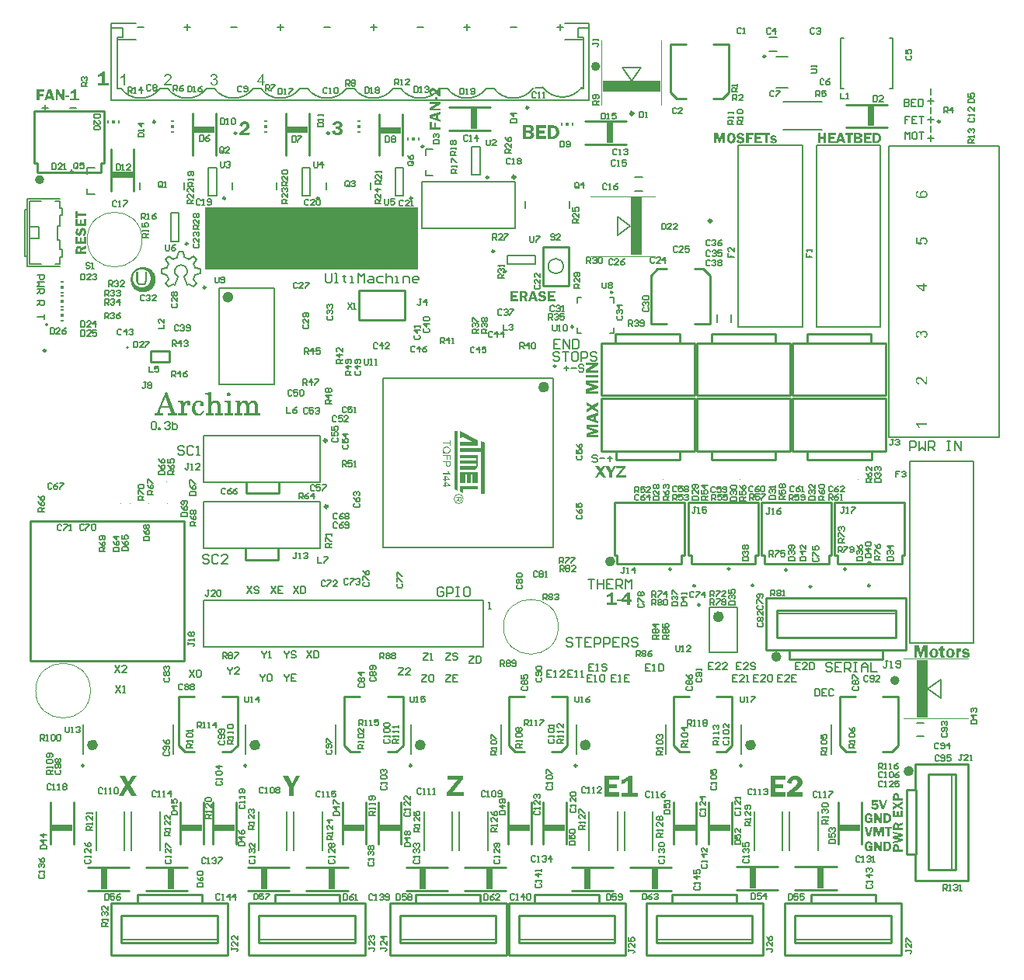
<source format=gto>
G04 Layer_Color=65535*
%FSLAX24Y24*%
%MOIN*%
G70*
G01*
G75*
%ADD69C,0.0100*%
%ADD70C,0.0240*%
%ADD71C,0.0070*%
%ADD73C,0.0080*%
%ADD74C,0.0120*%
%ADD76C,0.0200*%
%ADD124C,0.0098*%
%ADD125C,0.0236*%
%ADD126C,0.0040*%
%ADD127C,0.0098*%
%ADD128C,0.0050*%
%ADD129C,0.0039*%
%ADD130C,0.0010*%
%ADD131C,0.0060*%
%ADD132C,0.0079*%
%ADD133C,0.0060*%
%ADD134R,0.9183X0.2710*%
%ADD135R,0.0120X0.0059*%
%ADD136R,0.0120X0.0060*%
%ADD137R,0.0120X0.0119*%
%ADD138R,0.0059X0.0120*%
%ADD139R,0.0060X0.0120*%
%ADD140R,0.0119X0.0120*%
%ADD141R,0.0295X0.0879*%
%ADD142R,0.0879X0.0295*%
%ADD143R,0.0492X0.2450*%
%ADD144R,0.2450X0.0492*%
G36*
X37500Y5545D02*
Y5451D01*
X37228Y5383D01*
X37500Y5318D01*
Y5224D01*
X37089Y5119D01*
Y5216D01*
X37340Y5273D01*
X37341D01*
X37342Y5274D01*
X37346Y5275D01*
X37350Y5276D01*
X37353Y5277D01*
X37354D01*
X37357Y5277D01*
X37361Y5279D01*
X37366Y5280D01*
X37089Y5347D01*
Y5436D01*
X37366Y5505D01*
X37365D01*
X37365Y5505D01*
X37363D01*
X37360Y5506D01*
X37356Y5507D01*
X37352Y5508D01*
X37346Y5509D01*
X37340Y5511D01*
X37089Y5570D01*
Y5649D01*
X37500Y5545D01*
D02*
G37*
G36*
Y5923D02*
X37337Y5859D01*
Y5791D01*
X37500D01*
Y5694D01*
X37089D01*
Y5874D01*
Y5875D01*
Y5876D01*
Y5879D01*
Y5882D01*
Y5887D01*
X37090Y5892D01*
X37090Y5904D01*
X37092Y5916D01*
X37094Y5930D01*
X37096Y5943D01*
X37100Y5955D01*
Y5955D01*
X37101Y5956D01*
X37102Y5960D01*
X37106Y5965D01*
X37110Y5973D01*
X37116Y5980D01*
X37124Y5988D01*
X37133Y5997D01*
X37143Y6005D01*
X37145Y6005D01*
X37149Y6008D01*
X37155Y6011D01*
X37163Y6015D01*
X37174Y6019D01*
X37186Y6022D01*
X37199Y6024D01*
X37212Y6025D01*
X37216D01*
X37219Y6024D01*
X37225Y6024D01*
X37231Y6023D01*
X37238Y6021D01*
X37245Y6019D01*
X37253Y6016D01*
X37262Y6012D01*
X37271Y6007D01*
X37280Y6002D01*
X37289Y5995D01*
X37297Y5987D01*
X37305Y5977D01*
X37312Y5966D01*
X37319Y5953D01*
X37500Y6030D01*
Y5923D01*
D02*
G37*
G36*
X36713Y6585D02*
X36609D01*
X36486Y6996D01*
X36589D01*
X36671Y6701D01*
X36757Y6996D01*
X36837D01*
X36713Y6585D01*
D02*
G37*
G36*
X37226Y5102D02*
X37234Y5101D01*
X37243Y5100D01*
X37253Y5097D01*
X37264Y5094D01*
X37275Y5090D01*
X37276Y5089D01*
X37279Y5088D01*
X37285Y5085D01*
X37291Y5081D01*
X37299Y5076D01*
X37306Y5070D01*
X37314Y5063D01*
X37320Y5056D01*
X37321Y5055D01*
X37323Y5053D01*
X37326Y5048D01*
X37329Y5042D01*
X37333Y5036D01*
X37337Y5029D01*
X37339Y5021D01*
X37342Y5013D01*
Y5012D01*
X37343Y5009D01*
X37344Y5004D01*
X37344Y4997D01*
X37346Y4988D01*
X37346Y4977D01*
X37347Y4964D01*
Y4949D01*
Y4881D01*
X37500D01*
Y4783D01*
X37089D01*
Y4945D01*
Y4946D01*
Y4948D01*
Y4951D01*
Y4954D01*
Y4959D01*
X37090Y4964D01*
X37090Y4976D01*
X37092Y4989D01*
X37094Y5003D01*
X37096Y5016D01*
X37100Y5028D01*
X37101Y5029D01*
X37102Y5033D01*
X37106Y5038D01*
X37110Y5045D01*
X37115Y5053D01*
X37123Y5061D01*
X37132Y5070D01*
X37142Y5079D01*
X37143Y5080D01*
X37148Y5083D01*
X37154Y5087D01*
X37163Y5091D01*
X37173Y5095D01*
X37186Y5099D01*
X37199Y5102D01*
X37215Y5102D01*
X37221D01*
X37226Y5102D01*
D02*
G37*
G36*
Y7293D02*
X37234Y7292D01*
X37243Y7291D01*
X37253Y7288D01*
X37264Y7285D01*
X37275Y7281D01*
X37276Y7281D01*
X37279Y7279D01*
X37285Y7276D01*
X37291Y7272D01*
X37299Y7268D01*
X37306Y7261D01*
X37314Y7255D01*
X37320Y7247D01*
X37321Y7246D01*
X37323Y7244D01*
X37326Y7239D01*
X37329Y7233D01*
X37333Y7227D01*
X37337Y7220D01*
X37339Y7212D01*
X37342Y7204D01*
Y7203D01*
X37343Y7200D01*
X37344Y7195D01*
X37344Y7188D01*
X37346Y7179D01*
X37346Y7168D01*
X37347Y7155D01*
Y7140D01*
Y7072D01*
X37500D01*
Y6975D01*
X37089D01*
Y7136D01*
Y7137D01*
Y7139D01*
Y7142D01*
Y7145D01*
Y7150D01*
X37090Y7155D01*
X37090Y7167D01*
X37092Y7180D01*
X37094Y7194D01*
X37096Y7207D01*
X37100Y7219D01*
X37101Y7220D01*
X37102Y7224D01*
X37106Y7229D01*
X37110Y7236D01*
X37115Y7244D01*
X37123Y7253D01*
X37132Y7261D01*
X37142Y7270D01*
X37143Y7271D01*
X37148Y7274D01*
X37154Y7278D01*
X37163Y7282D01*
X37173Y7286D01*
X37186Y7290D01*
X37199Y7293D01*
X37215Y7293D01*
X37221D01*
X37226Y7293D01*
D02*
G37*
G36*
X679Y37395D02*
X459D01*
Y37290D01*
X633D01*
Y37202D01*
X459D01*
Y37018D01*
X344D01*
Y37488D01*
X679D01*
Y37395D01*
D02*
G37*
G36*
X37500Y6253D02*
X37089D01*
Y6548D01*
X37167D01*
Y6351D01*
X37251D01*
Y6506D01*
X37329D01*
Y6351D01*
X37419D01*
Y6548D01*
X37500D01*
Y6253D01*
D02*
G37*
G36*
Y6819D02*
X37352Y6738D01*
X37500Y6656D01*
Y6565D01*
X37282Y6692D01*
X37089Y6579D01*
Y6691D01*
X37214Y6758D01*
X37089Y6828D01*
Y6917D01*
X37281Y6805D01*
X37500Y6932D01*
Y6819D01*
D02*
G37*
G36*
X36598Y4803D02*
X36516D01*
X36354Y5080D01*
Y5080D01*
Y5079D01*
Y5075D01*
Y5070D01*
X36355Y5067D01*
Y5066D01*
Y5065D01*
X36356Y5061D01*
X36357Y5054D01*
Y5049D01*
Y4803D01*
X36281D01*
Y5214D01*
X36385D01*
X36526Y4971D01*
Y4972D01*
Y4974D01*
X36525Y4977D01*
Y4981D01*
X36525Y4991D01*
X36524Y4995D01*
Y4999D01*
Y5214D01*
X36598D01*
Y4803D01*
D02*
G37*
G36*
X36055Y5220D02*
X36060Y5219D01*
X36067Y5218D01*
X36074Y5217D01*
X36083Y5216D01*
X36100Y5211D01*
X36109Y5208D01*
X36119Y5204D01*
X36128Y5199D01*
X36137Y5195D01*
X36145Y5188D01*
X36154Y5182D01*
X36154Y5181D01*
X36156Y5179D01*
X36158Y5177D01*
X36161Y5175D01*
X36164Y5171D01*
X36167Y5166D01*
X36171Y5160D01*
X36176Y5154D01*
X36180Y5147D01*
X36185Y5140D01*
X36189Y5131D01*
X36193Y5122D01*
X36201Y5102D01*
X36204Y5091D01*
X36206Y5079D01*
X36114Y5067D01*
Y5068D01*
X36113Y5071D01*
X36113Y5074D01*
X36111Y5079D01*
X36109Y5085D01*
X36107Y5091D01*
X36105Y5098D01*
X36101Y5105D01*
X36096Y5112D01*
X36092Y5119D01*
X36086Y5125D01*
X36079Y5130D01*
X36072Y5135D01*
X36063Y5138D01*
X36054Y5141D01*
X36043Y5142D01*
X36040D01*
X36037Y5141D01*
X36029Y5140D01*
X36021Y5138D01*
X36012Y5133D01*
X36002Y5127D01*
X35997Y5123D01*
X35993Y5118D01*
X35988Y5113D01*
X35984Y5106D01*
Y5106D01*
X35984Y5105D01*
X35982Y5103D01*
X35982Y5100D01*
X35980Y5096D01*
X35978Y5092D01*
X35976Y5087D01*
X35975Y5080D01*
X35973Y5074D01*
X35971Y5066D01*
X35969Y5058D01*
X35968Y5049D01*
X35967Y5039D01*
X35965Y5029D01*
X35964Y5018D01*
Y5005D01*
Y5005D01*
Y5003D01*
Y4999D01*
X35965Y4995D01*
Y4990D01*
X35966Y4983D01*
X35967Y4969D01*
X35970Y4953D01*
X35973Y4938D01*
X35979Y4922D01*
X35982Y4915D01*
X35986Y4908D01*
Y4908D01*
X35987Y4907D01*
X35990Y4904D01*
X35995Y4898D01*
X36001Y4892D01*
X36010Y4886D01*
X36021Y4881D01*
X36033Y4877D01*
X36040Y4876D01*
X36047Y4876D01*
X36051D01*
X36057Y4876D01*
X36063Y4878D01*
X36070Y4880D01*
X36078Y4882D01*
X36085Y4886D01*
X36094Y4892D01*
X36094Y4893D01*
X36097Y4895D01*
X36100Y4899D01*
X36104Y4905D01*
X36108Y4913D01*
X36111Y4922D01*
X36113Y4934D01*
X36114Y4947D01*
X36037D01*
Y5023D01*
X36206D01*
Y4803D01*
X36162D01*
Y4805D01*
X36161Y4807D01*
X36160Y4812D01*
X36158Y4817D01*
X36156Y4825D01*
X36154Y4833D01*
X36148Y4850D01*
X36147Y4850D01*
X36145Y4848D01*
X36143Y4845D01*
X36139Y4842D01*
X36135Y4838D01*
X36130Y4833D01*
X36124Y4828D01*
X36117Y4824D01*
X36109Y4819D01*
X36101Y4814D01*
X36092Y4809D01*
X36082Y4805D01*
X36071Y4802D01*
X36060Y4799D01*
X36048Y4798D01*
X36036Y4797D01*
X36032D01*
X36028Y4798D01*
X36023D01*
X36016Y4799D01*
X36008Y4800D01*
X35999Y4802D01*
X35990Y4805D01*
X35980Y4807D01*
X35969Y4811D01*
X35959Y4815D01*
X35949Y4821D01*
X35939Y4828D01*
X35929Y4835D01*
X35919Y4844D01*
X35911Y4854D01*
X35910Y4855D01*
X35908Y4857D01*
X35906Y4861D01*
X35904Y4865D01*
X35900Y4871D01*
X35896Y4878D01*
X35893Y4885D01*
X35889Y4895D01*
X35884Y4905D01*
X35880Y4916D01*
X35876Y4928D01*
X35873Y4941D01*
X35870Y4955D01*
X35868Y4970D01*
X35867Y4986D01*
X35866Y5003D01*
Y5004D01*
Y5007D01*
Y5012D01*
X35867Y5019D01*
X35868Y5027D01*
X35869Y5037D01*
X35870Y5048D01*
X35872Y5059D01*
X35874Y5072D01*
X35878Y5085D01*
X35881Y5098D01*
X35886Y5110D01*
X35891Y5123D01*
X35898Y5136D01*
X35905Y5149D01*
X35913Y5160D01*
X35914Y5161D01*
X35915Y5163D01*
X35918Y5166D01*
X35922Y5170D01*
X35927Y5174D01*
X35933Y5179D01*
X35940Y5185D01*
X35947Y5190D01*
X35956Y5196D01*
X35966Y5201D01*
X35977Y5207D01*
X35988Y5211D01*
X36001Y5215D01*
X36014Y5218D01*
X36028Y5220D01*
X36043Y5220D01*
X36050D01*
X36055Y5220D01*
D02*
G37*
G36*
X24609Y21102D02*
X24772Y20820D01*
X24627D01*
X24522Y21010D01*
X24417Y20820D01*
X24300D01*
X24463Y21100D01*
X24318Y21349D01*
X24462D01*
X24548Y21188D01*
X24638Y21349D01*
X24753D01*
X24609Y21102D01*
D02*
G37*
G36*
X36824Y5214D02*
X36832Y5213D01*
X36840Y5212D01*
X36848Y5212D01*
X36867Y5209D01*
X36887Y5205D01*
X36904Y5200D01*
X36913Y5197D01*
X36920Y5192D01*
X36921D01*
X36921Y5192D01*
X36923Y5190D01*
X36926Y5188D01*
X36934Y5184D01*
X36943Y5176D01*
X36953Y5167D01*
X36964Y5156D01*
X36976Y5141D01*
X36988Y5126D01*
X36988Y5125D01*
X36989Y5123D01*
X36990Y5121D01*
X36992Y5117D01*
X36994Y5113D01*
X36997Y5107D01*
X37000Y5101D01*
X37003Y5094D01*
X37005Y5086D01*
X37008Y5077D01*
X37011Y5067D01*
X37013Y5057D01*
X37015Y5046D01*
X37016Y5035D01*
X37018Y5022D01*
Y5009D01*
Y5009D01*
Y5005D01*
Y5001D01*
X37017Y4995D01*
X37016Y4987D01*
X37015Y4979D01*
X37014Y4968D01*
X37011Y4958D01*
X37008Y4947D01*
X37005Y4935D01*
X37001Y4923D01*
X36996Y4910D01*
X36990Y4897D01*
X36982Y4885D01*
X36975Y4873D01*
X36965Y4862D01*
X36964Y4861D01*
X36963Y4859D01*
X36960Y4856D01*
X36956Y4853D01*
X36950Y4848D01*
X36944Y4843D01*
X36936Y4838D01*
X36928Y4833D01*
X36918Y4827D01*
X36907Y4822D01*
X36895Y4817D01*
X36882Y4812D01*
X36869Y4809D01*
X36854Y4806D01*
X36838Y4804D01*
X36822Y4803D01*
X36680D01*
Y5214D01*
X36818D01*
X36824Y5214D01*
D02*
G37*
G36*
X36702Y5423D02*
X36605D01*
Y5758D01*
X36501Y5423D01*
X36435D01*
X36335Y5758D01*
Y5423D01*
X36254D01*
Y5834D01*
X36404D01*
X36475Y5588D01*
X36551Y5834D01*
X36702D01*
Y5423D01*
D02*
G37*
G36*
X36438Y6912D02*
X36258D01*
X36252Y6820D01*
X36253Y6821D01*
X36253Y6822D01*
X36255Y6824D01*
X36258Y6826D01*
X36262Y6828D01*
X36265Y6831D01*
X36275Y6838D01*
X36287Y6845D01*
X36303Y6850D01*
X36320Y6854D01*
X36329Y6855D01*
X36339Y6856D01*
X36345D01*
X36349Y6855D01*
X36354Y6854D01*
X36359Y6854D01*
X36372Y6851D01*
X36387Y6847D01*
X36403Y6840D01*
X36411Y6836D01*
X36419Y6831D01*
X36427Y6826D01*
X36434Y6819D01*
X36435Y6818D01*
X36436Y6818D01*
X36438Y6815D01*
X36440Y6812D01*
X36443Y6809D01*
X36447Y6804D01*
X36450Y6799D01*
X36454Y6793D01*
X36461Y6779D01*
X36467Y6764D01*
X36470Y6754D01*
X36472Y6744D01*
X36473Y6735D01*
X36473Y6724D01*
Y6723D01*
Y6721D01*
Y6718D01*
X36473Y6713D01*
X36472Y6708D01*
X36471Y6701D01*
X36470Y6695D01*
X36468Y6687D01*
X36463Y6670D01*
X36460Y6661D01*
X36456Y6652D01*
X36451Y6644D01*
X36445Y6635D01*
X36438Y6627D01*
X36431Y6619D01*
X36430Y6618D01*
X36429Y6617D01*
X36427Y6615D01*
X36423Y6613D01*
X36419Y6609D01*
X36414Y6606D01*
X36408Y6602D01*
X36401Y6599D01*
X36393Y6595D01*
X36384Y6591D01*
X36374Y6588D01*
X36364Y6585D01*
X36352Y6582D01*
X36340Y6581D01*
X36327Y6579D01*
X36313Y6579D01*
X36308D01*
X36301Y6579D01*
X36292Y6581D01*
X36282Y6582D01*
X36270Y6585D01*
X36257Y6588D01*
X36244Y6593D01*
X36230Y6599D01*
X36216Y6607D01*
X36203Y6617D01*
X36190Y6628D01*
X36178Y6641D01*
X36167Y6657D01*
X36158Y6675D01*
X36155Y6684D01*
X36152Y6695D01*
X36242Y6709D01*
Y6708D01*
X36242Y6707D01*
X36243Y6704D01*
X36244Y6701D01*
X36249Y6692D01*
X36255Y6682D01*
X36259Y6677D01*
X36264Y6672D01*
X36270Y6667D01*
X36277Y6663D01*
X36283Y6660D01*
X36292Y6657D01*
X36300Y6656D01*
X36310Y6655D01*
X36315D01*
X36320Y6656D01*
X36327Y6657D01*
X36335Y6660D01*
X36343Y6663D01*
X36351Y6667D01*
X36358Y6673D01*
X36359Y6674D01*
X36361Y6677D01*
X36364Y6681D01*
X36367Y6686D01*
X36370Y6693D01*
X36374Y6699D01*
X36376Y6708D01*
X36376Y6717D01*
Y6719D01*
Y6722D01*
X36376Y6727D01*
X36374Y6733D01*
X36372Y6740D01*
X36368Y6748D01*
X36363Y6755D01*
X36357Y6763D01*
X36356Y6764D01*
X36354Y6766D01*
X36350Y6769D01*
X36344Y6772D01*
X36338Y6776D01*
X36330Y6779D01*
X36321Y6781D01*
X36311Y6782D01*
X36307D01*
X36305Y6781D01*
X36298Y6781D01*
X36289Y6778D01*
X36279Y6775D01*
X36270Y6768D01*
X36260Y6761D01*
X36256Y6755D01*
X36252Y6750D01*
X36173Y6763D01*
X36190Y6996D01*
X36449D01*
X36438Y6912D01*
D02*
G37*
G36*
X37045Y5753D02*
X36943D01*
Y5423D01*
X36846D01*
Y5753D01*
X36743D01*
Y5834D01*
X37045D01*
Y5753D01*
D02*
G37*
G36*
X36093Y5423D02*
X35988D01*
X35866Y5834D01*
X35969D01*
X36051Y5540D01*
X36137Y5834D01*
X36217D01*
X36093Y5423D01*
D02*
G37*
G36*
X34624Y35546D02*
X34414D01*
Y35456D01*
X34580D01*
Y35374D01*
X34414D01*
Y35277D01*
X34624D01*
Y35190D01*
X34309D01*
Y35631D01*
X34624D01*
Y35546D01*
D02*
G37*
G36*
X35041Y35190D02*
X34930D01*
X34903Y35281D01*
X34760D01*
X34732Y35190D01*
X34642D01*
X34783Y35631D01*
X34903D01*
X35041Y35190D01*
D02*
G37*
G36*
X40229Y13499D02*
X40235D01*
X40249Y13497D01*
X40265Y13493D01*
X40282Y13489D01*
X40298Y13483D01*
X40313Y13475D01*
X40314Y13474D01*
X40319Y13471D01*
X40326Y13464D01*
X40334Y13456D01*
X40342Y13445D01*
X40352Y13432D01*
X40362Y13415D01*
X40370Y13397D01*
X40285Y13375D01*
Y13376D01*
X40285Y13377D01*
X40284Y13380D01*
X40282Y13383D01*
X40278Y13391D01*
X40271Y13401D01*
X40260Y13411D01*
X40254Y13415D01*
X40247Y13420D01*
X40239Y13422D01*
X40230Y13425D01*
X40220Y13427D01*
X40209Y13427D01*
X40204D01*
X40200Y13427D01*
X40191Y13426D01*
X40181Y13423D01*
X40170Y13419D01*
X40161Y13413D01*
X40157Y13408D01*
X40155Y13404D01*
X40153Y13398D01*
X40152Y13391D01*
Y13391D01*
Y13389D01*
X40154Y13384D01*
X40156Y13376D01*
X40159Y13372D01*
X40163Y13369D01*
X40163D01*
X40165Y13368D01*
X40169Y13366D01*
X40173Y13364D01*
X40181Y13362D01*
X40191Y13360D01*
X40203Y13357D01*
X40218Y13355D01*
X40220D01*
X40224Y13355D01*
X40228Y13354D01*
X40235Y13353D01*
X40241Y13352D01*
X40256Y13349D01*
X40271Y13347D01*
X40287Y13343D01*
X40303Y13340D01*
X40316Y13335D01*
X40318Y13334D01*
X40321Y13334D01*
X40328Y13330D01*
X40335Y13327D01*
X40342Y13320D01*
X40351Y13314D01*
X40360Y13305D01*
X40367Y13296D01*
X40368Y13295D01*
X40370Y13291D01*
X40373Y13285D01*
X40377Y13277D01*
X40380Y13268D01*
X40384Y13255D01*
X40386Y13243D01*
X40386Y13228D01*
Y13227D01*
Y13226D01*
Y13222D01*
X40386Y13219D01*
X40385Y13213D01*
X40384Y13207D01*
X40380Y13193D01*
X40375Y13177D01*
X40367Y13161D01*
X40362Y13153D01*
X40356Y13145D01*
X40348Y13137D01*
X40340Y13130D01*
X40339D01*
X40338Y13128D01*
X40335Y13126D01*
X40331Y13124D01*
X40327Y13121D01*
X40321Y13118D01*
X40314Y13115D01*
X40307Y13111D01*
X40298Y13108D01*
X40289Y13104D01*
X40278Y13101D01*
X40267Y13098D01*
X40254Y13096D01*
X40241Y13094D01*
X40227Y13093D01*
X40212Y13092D01*
X40206D01*
X40198Y13093D01*
X40188Y13094D01*
X40177Y13096D01*
X40163Y13098D01*
X40149Y13102D01*
X40134Y13106D01*
X40119Y13112D01*
X40103Y13120D01*
X40089Y13130D01*
X40075Y13140D01*
X40062Y13154D01*
X40050Y13169D01*
X40041Y13187D01*
X40034Y13207D01*
X40132Y13222D01*
Y13221D01*
X40133Y13219D01*
X40134Y13217D01*
X40134Y13214D01*
X40140Y13205D01*
X40147Y13196D01*
X40152Y13190D01*
X40158Y13186D01*
X40165Y13182D01*
X40173Y13177D01*
X40182Y13175D01*
X40192Y13172D01*
X40205Y13170D01*
X40218Y13169D01*
X40222D01*
X40227Y13170D01*
X40235D01*
X40242Y13172D01*
X40249Y13174D01*
X40257Y13176D01*
X40265Y13179D01*
X40266Y13180D01*
X40269Y13181D01*
X40271Y13183D01*
X40276Y13187D01*
X40279Y13190D01*
X40282Y13196D01*
X40285Y13201D01*
X40285Y13207D01*
Y13208D01*
X40285Y13212D01*
X40283Y13216D01*
X40280Y13221D01*
X40275Y13227D01*
X40267Y13233D01*
X40262Y13234D01*
X40256Y13237D01*
X40249Y13239D01*
X40242Y13240D01*
X40241D01*
X40236Y13240D01*
X40230Y13241D01*
X40222Y13242D01*
X40213Y13244D01*
X40202Y13246D01*
X40191Y13247D01*
X40177Y13250D01*
X40151Y13257D01*
X40126Y13264D01*
X40114Y13269D01*
X40104Y13274D01*
X40094Y13279D01*
X40086Y13284D01*
X40084Y13286D01*
X40080Y13290D01*
X40075Y13297D01*
X40068Y13306D01*
X40061Y13319D01*
X40055Y13334D01*
X40051Y13351D01*
X40049Y13370D01*
Y13371D01*
Y13373D01*
Y13376D01*
X40050Y13380D01*
X40052Y13390D01*
X40055Y13403D01*
X40060Y13418D01*
X40068Y13433D01*
X40072Y13441D01*
X40078Y13449D01*
X40084Y13456D01*
X40092Y13463D01*
X40093Y13463D01*
X40094Y13464D01*
X40097Y13466D01*
X40100Y13469D01*
X40105Y13471D01*
X40110Y13474D01*
X40116Y13478D01*
X40124Y13481D01*
X40132Y13485D01*
X40141Y13488D01*
X40151Y13491D01*
X40162Y13493D01*
X40186Y13498D01*
X40213Y13499D01*
X40224D01*
X40229Y13499D01*
D02*
G37*
G36*
X40004Y13499D02*
X40013Y13499D01*
Y13385D01*
X40007D01*
X40001Y13384D01*
X39993Y13384D01*
X39984Y13383D01*
X39975Y13381D01*
X39966Y13377D01*
X39958Y13374D01*
X39957Y13373D01*
X39954Y13372D01*
X39951Y13370D01*
X39947Y13365D01*
X39942Y13360D01*
X39937Y13353D01*
X39932Y13345D01*
X39926Y13335D01*
X39925Y13334D01*
X39925Y13330D01*
X39923Y13324D01*
X39920Y13315D01*
X39918Y13305D01*
X39916Y13291D01*
X39915Y13276D01*
X39914Y13259D01*
Y13100D01*
X39803D01*
Y13491D01*
X39908D01*
Y13420D01*
X39909Y13422D01*
X39911Y13427D01*
X39912Y13432D01*
X39915Y13438D01*
X39918Y13444D01*
X39927Y13460D01*
X39939Y13475D01*
X39946Y13481D01*
X39954Y13488D01*
X39962Y13492D01*
X39971Y13497D01*
X39982Y13499D01*
X39992Y13500D01*
X39997D01*
X40004Y13499D01*
D02*
G37*
G36*
X36157Y35546D02*
X35946D01*
Y35456D01*
X36113D01*
Y35374D01*
X35946D01*
Y35277D01*
X36157D01*
Y35190D01*
X35842D01*
Y35631D01*
X36157D01*
Y35546D01*
D02*
G37*
G36*
X36373Y35630D02*
X36381Y35629D01*
X36390Y35628D01*
X36399Y35628D01*
X36419Y35625D01*
X36440Y35621D01*
X36459Y35615D01*
X36468Y35612D01*
X36476Y35607D01*
X36476D01*
X36477Y35607D01*
X36479Y35605D01*
X36482Y35603D01*
X36490Y35598D01*
X36500Y35590D01*
X36511Y35579D01*
X36523Y35568D01*
X36536Y35552D01*
X36548Y35536D01*
X36549Y35535D01*
X36550Y35533D01*
X36551Y35530D01*
X36553Y35527D01*
X36555Y35522D01*
X36558Y35516D01*
X36561Y35509D01*
X36564Y35502D01*
X36567Y35493D01*
X36570Y35484D01*
X36573Y35473D01*
X36575Y35462D01*
X36577Y35451D01*
X36579Y35438D01*
X36580Y35425D01*
Y35411D01*
Y35410D01*
Y35407D01*
Y35402D01*
X36580Y35396D01*
X36579Y35387D01*
X36577Y35378D01*
X36576Y35367D01*
X36573Y35356D01*
X36570Y35344D01*
X36566Y35331D01*
X36562Y35318D01*
X36557Y35304D01*
X36550Y35291D01*
X36542Y35278D01*
X36534Y35265D01*
X36524Y35253D01*
X36523Y35252D01*
X36522Y35250D01*
X36518Y35247D01*
X36514Y35243D01*
X36508Y35238D01*
X36501Y35233D01*
X36493Y35227D01*
X36484Y35221D01*
X36473Y35216D01*
X36462Y35210D01*
X36449Y35205D01*
X36435Y35200D01*
X36421Y35196D01*
X36405Y35193D01*
X36388Y35191D01*
X36370Y35190D01*
X36219D01*
Y35631D01*
X36367D01*
X36373Y35630D01*
D02*
G37*
G36*
X35367Y35544D02*
X35258D01*
Y35190D01*
X35154D01*
Y35544D01*
X35044D01*
Y35631D01*
X35367D01*
Y35544D01*
D02*
G37*
G36*
X35630Y35630D02*
X35635D01*
X35647Y35629D01*
X35661Y35627D01*
X35674Y35625D01*
X35687Y35621D01*
X35699Y35617D01*
X35700Y35616D01*
X35703Y35615D01*
X35709Y35611D01*
X35715Y35607D01*
X35722Y35601D01*
X35731Y35594D01*
X35738Y35586D01*
X35745Y35577D01*
X35746Y35576D01*
X35748Y35573D01*
X35751Y35568D01*
X35755Y35560D01*
X35758Y35552D01*
X35761Y35541D01*
X35763Y35530D01*
X35763Y35516D01*
Y35516D01*
Y35514D01*
X35763Y35510D01*
X35762Y35505D01*
X35761Y35499D01*
X35759Y35492D01*
X35757Y35485D01*
X35753Y35477D01*
X35750Y35469D01*
X35744Y35460D01*
X35738Y35452D01*
X35730Y35444D01*
X35721Y35437D01*
X35710Y35430D01*
X35698Y35424D01*
X35684Y35418D01*
X35684D01*
X35686Y35418D01*
X35688Y35417D01*
X35691Y35416D01*
X35700Y35413D01*
X35709Y35410D01*
X35721Y35404D01*
X35732Y35397D01*
X35743Y35388D01*
X35752Y35377D01*
X35753Y35376D01*
X35756Y35372D01*
X35760Y35366D01*
X35764Y35358D01*
X35769Y35347D01*
X35772Y35336D01*
X35775Y35324D01*
X35776Y35311D01*
Y35310D01*
Y35309D01*
Y35306D01*
X35775Y35303D01*
X35774Y35298D01*
X35774Y35293D01*
X35771Y35282D01*
X35766Y35268D01*
X35760Y35254D01*
X35755Y35247D01*
X35750Y35240D01*
X35744Y35232D01*
X35738Y35226D01*
X35737Y35225D01*
X35736Y35224D01*
X35734Y35223D01*
X35731Y35220D01*
X35727Y35218D01*
X35722Y35215D01*
X35716Y35211D01*
X35709Y35208D01*
X35700Y35205D01*
X35692Y35202D01*
X35681Y35198D01*
X35670Y35196D01*
X35659Y35194D01*
X35646Y35191D01*
X35632Y35191D01*
X35616Y35190D01*
X35411D01*
Y35631D01*
X35625D01*
X35630Y35630D01*
D02*
G37*
G36*
X1746Y37159D02*
X1582D01*
Y37234D01*
X1746D01*
Y37159D01*
D02*
G37*
G36*
X1526Y37018D02*
X1432D01*
X1247Y37335D01*
Y37334D01*
Y37333D01*
Y37329D01*
Y37323D01*
X1248Y37319D01*
Y37318D01*
Y37317D01*
X1249Y37312D01*
X1250Y37305D01*
Y37299D01*
Y37018D01*
X1164D01*
Y37488D01*
X1282D01*
X1443Y37210D01*
Y37211D01*
Y37213D01*
X1443Y37217D01*
Y37222D01*
X1442Y37232D01*
X1441Y37237D01*
Y37242D01*
Y37488D01*
X1526D01*
Y37018D01*
D02*
G37*
G36*
X1114D02*
X995D01*
X966Y37115D01*
X814D01*
X784Y37018D01*
X688D01*
X838Y37488D01*
X967D01*
X1114Y37018D01*
D02*
G37*
G36*
X2035Y37104D02*
X2166D01*
Y37018D01*
X1785D01*
Y37104D01*
X1928D01*
Y37373D01*
X1927Y37372D01*
X1924Y37371D01*
X1920Y37368D01*
X1914Y37364D01*
X1906Y37361D01*
X1899Y37356D01*
X1889Y37350D01*
X1880Y37345D01*
X1859Y37333D01*
X1837Y37322D01*
X1815Y37311D01*
X1806Y37307D01*
X1796Y37303D01*
Y37400D01*
X1798Y37400D01*
X1802Y37401D01*
X1808Y37404D01*
X1816Y37406D01*
X1826Y37410D01*
X1837Y37414D01*
X1849Y37419D01*
X1862Y37425D01*
X1889Y37439D01*
X1915Y37454D01*
X1927Y37464D01*
X1938Y37474D01*
X1948Y37484D01*
X1956Y37495D01*
X2035D01*
Y37104D01*
D02*
G37*
G36*
X39555Y13499D02*
X39562Y13498D01*
X39571Y13496D01*
X39580Y13494D01*
X39591Y13492D01*
X39614Y13485D01*
X39625Y13480D01*
X39637Y13475D01*
X39648Y13468D01*
X39659Y13460D01*
X39670Y13451D01*
X39680Y13441D01*
X39680Y13440D01*
X39681Y13438D01*
X39684Y13435D01*
X39688Y13430D01*
X39691Y13424D01*
X39695Y13418D01*
X39700Y13409D01*
X39705Y13400D01*
X39709Y13390D01*
X39714Y13379D01*
X39718Y13367D01*
X39722Y13354D01*
X39725Y13341D01*
X39728Y13326D01*
X39729Y13310D01*
X39730Y13294D01*
Y13293D01*
Y13291D01*
Y13285D01*
X39729Y13280D01*
X39728Y13272D01*
X39727Y13263D01*
X39725Y13254D01*
X39724Y13243D01*
X39716Y13220D01*
X39713Y13209D01*
X39708Y13197D01*
X39702Y13184D01*
X39695Y13172D01*
X39687Y13161D01*
X39677Y13149D01*
X39676Y13148D01*
X39674Y13147D01*
X39672Y13144D01*
X39667Y13140D01*
X39662Y13136D01*
X39656Y13131D01*
X39649Y13126D01*
X39640Y13121D01*
X39631Y13115D01*
X39621Y13111D01*
X39609Y13105D01*
X39597Y13101D01*
X39584Y13097D01*
X39570Y13095D01*
X39555Y13093D01*
X39539Y13092D01*
X39531D01*
X39525Y13093D01*
X39518Y13094D01*
X39510Y13095D01*
X39501Y13096D01*
X39491Y13099D01*
X39470Y13106D01*
X39459Y13111D01*
X39448Y13116D01*
X39436Y13123D01*
X39426Y13131D01*
X39415Y13140D01*
X39406Y13149D01*
X39405Y13150D01*
X39404Y13152D01*
X39401Y13155D01*
X39398Y13160D01*
X39394Y13165D01*
X39390Y13172D01*
X39385Y13180D01*
X39381Y13189D01*
X39377Y13199D01*
X39372Y13210D01*
X39368Y13222D01*
X39364Y13235D01*
X39361Y13249D01*
X39358Y13264D01*
X39357Y13279D01*
X39357Y13296D01*
Y13297D01*
Y13298D01*
Y13302D01*
Y13306D01*
X39357Y13312D01*
Y13318D01*
X39359Y13333D01*
X39362Y13349D01*
X39366Y13367D01*
X39371Y13384D01*
X39378Y13402D01*
Y13403D01*
X39379Y13404D01*
X39383Y13409D01*
X39388Y13417D01*
X39395Y13427D01*
X39404Y13439D01*
X39414Y13450D01*
X39427Y13462D01*
X39441Y13472D01*
X39442D01*
X39443Y13473D01*
X39448Y13477D01*
X39457Y13481D01*
X39468Y13486D01*
X39482Y13491D01*
X39500Y13495D01*
X39519Y13499D01*
X39540Y13499D01*
X39549D01*
X39555Y13499D01*
D02*
G37*
G36*
X38576Y13100D02*
X38451D01*
Y13530D01*
X38318Y13100D01*
X38233D01*
X38104Y13530D01*
Y13100D01*
X38000D01*
Y13629D01*
X38192D01*
X38284Y13312D01*
X38382Y13629D01*
X38576D01*
Y13100D01*
D02*
G37*
G36*
X39230Y13491D02*
X39314D01*
Y13401D01*
X39230D01*
Y13235D01*
Y13233D01*
Y13230D01*
X39231Y13225D01*
Y13219D01*
X39234Y13204D01*
X39236Y13198D01*
X39239Y13193D01*
X39240D01*
X39241Y13191D01*
X39244Y13190D01*
X39248Y13189D01*
X39254Y13187D01*
X39262Y13185D01*
X39271Y13184D01*
X39283Y13183D01*
X39305D01*
X39320Y13184D01*
Y13100D01*
X39317D01*
X39315Y13099D01*
X39312Y13098D01*
X39302Y13097D01*
X39292Y13096D01*
X39279Y13094D01*
X39268Y13093D01*
X39256Y13091D01*
X39240D01*
X39235Y13092D01*
X39229D01*
X39222Y13093D01*
X39207Y13095D01*
X39191Y13098D01*
X39174Y13103D01*
X39158Y13110D01*
X39151Y13114D01*
X39145Y13118D01*
X39144Y13120D01*
X39141Y13124D01*
X39135Y13131D01*
X39130Y13141D01*
X39127Y13148D01*
X39125Y13155D01*
X39122Y13163D01*
X39119Y13173D01*
X39118Y13183D01*
X39116Y13194D01*
X39115Y13205D01*
Y13219D01*
Y13401D01*
X39053D01*
Y13491D01*
X39122D01*
X39132Y13606D01*
X39230Y13614D01*
Y13491D01*
D02*
G37*
G36*
X38853Y13499D02*
X38860Y13498D01*
X38868Y13496D01*
X38878Y13494D01*
X38889Y13492D01*
X38911Y13485D01*
X38923Y13480D01*
X38934Y13475D01*
X38946Y13468D01*
X38957Y13460D01*
X38968Y13451D01*
X38977Y13441D01*
X38978Y13440D01*
X38979Y13438D01*
X38982Y13435D01*
X38985Y13430D01*
X38989Y13424D01*
X38993Y13418D01*
X38997Y13409D01*
X39003Y13400D01*
X39007Y13390D01*
X39011Y13379D01*
X39016Y13367D01*
X39019Y13354D01*
X39023Y13341D01*
X39025Y13326D01*
X39026Y13310D01*
X39027Y13294D01*
Y13293D01*
Y13291D01*
Y13285D01*
X39026Y13280D01*
X39025Y13272D01*
X39025Y13263D01*
X39023Y13254D01*
X39021Y13243D01*
X39014Y13220D01*
X39011Y13209D01*
X39005Y13197D01*
X38999Y13184D01*
X38992Y13172D01*
X38984Y13161D01*
X38975Y13149D01*
X38974Y13148D01*
X38972Y13147D01*
X38969Y13144D01*
X38965Y13140D01*
X38960Y13136D01*
X38954Y13131D01*
X38946Y13126D01*
X38938Y13121D01*
X38929Y13115D01*
X38918Y13111D01*
X38907Y13105D01*
X38895Y13101D01*
X38882Y13097D01*
X38867Y13095D01*
X38853Y13093D01*
X38837Y13092D01*
X38829D01*
X38823Y13093D01*
X38816Y13094D01*
X38808Y13095D01*
X38799Y13096D01*
X38788Y13099D01*
X38767Y13106D01*
X38757Y13111D01*
X38745Y13116D01*
X38734Y13123D01*
X38723Y13131D01*
X38713Y13140D01*
X38703Y13149D01*
X38702Y13150D01*
X38702Y13152D01*
X38699Y13155D01*
X38695Y13160D01*
X38692Y13165D01*
X38687Y13172D01*
X38683Y13180D01*
X38679Y13189D01*
X38674Y13199D01*
X38670Y13210D01*
X38666Y13222D01*
X38662Y13235D01*
X38658Y13249D01*
X38656Y13264D01*
X38655Y13279D01*
X38654Y13296D01*
Y13297D01*
Y13298D01*
Y13302D01*
Y13306D01*
X38655Y13312D01*
Y13318D01*
X38657Y13333D01*
X38659Y13349D01*
X38664Y13367D01*
X38669Y13384D01*
X38676Y13402D01*
Y13403D01*
X38677Y13404D01*
X38680Y13409D01*
X38686Y13417D01*
X38693Y13427D01*
X38702Y13439D01*
X38712Y13450D01*
X38724Y13462D01*
X38738Y13472D01*
X38739D01*
X38740Y13473D01*
X38745Y13477D01*
X38754Y13481D01*
X38766Y13486D01*
X38780Y13491D01*
X38797Y13495D01*
X38817Y13499D01*
X38838Y13499D01*
X38846D01*
X38853Y13499D01*
D02*
G37*
G36*
X2462Y30671D02*
X2288Y30602D01*
Y30529D01*
X2462D01*
Y30425D01*
X2022D01*
Y30618D01*
Y30619D01*
Y30621D01*
Y30624D01*
Y30627D01*
Y30632D01*
X2022Y30637D01*
X2023Y30650D01*
X2024Y30663D01*
X2027Y30678D01*
X2030Y30692D01*
X2034Y30705D01*
Y30706D01*
X2035Y30706D01*
X2036Y30710D01*
X2040Y30716D01*
X2044Y30724D01*
X2051Y30732D01*
X2059Y30741D01*
X2068Y30750D01*
X2080Y30758D01*
X2082Y30759D01*
X2086Y30762D01*
X2093Y30766D01*
X2101Y30769D01*
X2112Y30774D01*
X2125Y30777D01*
X2139Y30779D01*
X2154Y30780D01*
X2158D01*
X2161Y30779D01*
X2167Y30779D01*
X2174Y30778D01*
X2181Y30776D01*
X2189Y30774D01*
X2198Y30771D01*
X2207Y30766D01*
X2217Y30761D01*
X2227Y30755D01*
X2236Y30748D01*
X2245Y30739D01*
X2254Y30729D01*
X2261Y30717D01*
X2268Y30703D01*
X2462Y30785D01*
Y30671D01*
D02*
G37*
G36*
Y30859D02*
X2022D01*
Y31175D01*
X2106D01*
Y30964D01*
X2196D01*
Y31130D01*
X2278D01*
Y30964D01*
X2375D01*
Y31175D01*
X2462D01*
Y30859D01*
D02*
G37*
G36*
X7969Y38168D02*
X7979Y38167D01*
X7991Y38164D01*
X8003Y38161D01*
X8016Y38157D01*
X8029Y38151D01*
X8030D01*
X8031Y38150D01*
X8035Y38148D01*
X8041Y38144D01*
X8049Y38139D01*
X8057Y38132D01*
X8066Y38124D01*
X8074Y38114D01*
X8082Y38103D01*
X8083Y38102D01*
X8085Y38098D01*
X8088Y38092D01*
X8091Y38084D01*
X8094Y38074D01*
X8097Y38064D01*
X8099Y38053D01*
X8100Y38040D01*
Y38038D01*
Y38034D01*
X8099Y38028D01*
X8098Y38021D01*
X8096Y38012D01*
X8093Y38002D01*
X8089Y37991D01*
X8083Y37981D01*
X8082Y37980D01*
X8080Y37977D01*
X8075Y37972D01*
X8070Y37966D01*
X8062Y37960D01*
X8054Y37953D01*
X8043Y37945D01*
X8031Y37939D01*
X8032D01*
X8034Y37938D01*
X8036D01*
X8039Y37937D01*
X8046Y37935D01*
X8056Y37930D01*
X8067Y37925D01*
X8078Y37917D01*
X8090Y37908D01*
X8099Y37897D01*
X8100Y37895D01*
X8103Y37891D01*
X8107Y37884D01*
X8112Y37875D01*
X8117Y37864D01*
X8121Y37850D01*
X8124Y37834D01*
X8124Y37817D01*
Y37816D01*
Y37814D01*
Y37811D01*
X8124Y37806D01*
X8123Y37800D01*
X8122Y37794D01*
X8121Y37786D01*
X8118Y37779D01*
X8113Y37761D01*
X8109Y37752D01*
X8104Y37743D01*
X8099Y37734D01*
X8093Y37724D01*
X8085Y37715D01*
X8077Y37706D01*
X8076Y37706D01*
X8074Y37704D01*
X8072Y37703D01*
X8068Y37699D01*
X8064Y37696D01*
X8058Y37692D01*
X8051Y37688D01*
X8044Y37684D01*
X8036Y37680D01*
X8027Y37676D01*
X8017Y37672D01*
X8006Y37668D01*
X7995Y37665D01*
X7983Y37664D01*
X7970Y37662D01*
X7957Y37662D01*
X7951D01*
X7947Y37662D01*
X7941Y37663D01*
X7935Y37664D01*
X7927Y37665D01*
X7919Y37666D01*
X7902Y37671D01*
X7884Y37678D01*
X7875Y37682D01*
X7867Y37687D01*
X7857Y37693D01*
X7849Y37700D01*
X7848Y37701D01*
X7848Y37702D01*
X7845Y37704D01*
X7842Y37707D01*
X7839Y37712D01*
X7836Y37716D01*
X7831Y37721D01*
X7827Y37727D01*
X7818Y37743D01*
X7811Y37760D01*
X7804Y37780D01*
X7802Y37790D01*
X7800Y37802D01*
X7861Y37810D01*
Y37809D01*
X7862Y37808D01*
Y37805D01*
X7864Y37802D01*
X7866Y37792D01*
X7870Y37781D01*
X7874Y37769D01*
X7880Y37756D01*
X7888Y37745D01*
X7896Y37735D01*
X7898Y37734D01*
X7901Y37731D01*
X7906Y37728D01*
X7913Y37724D01*
X7922Y37720D01*
X7932Y37716D01*
X7944Y37713D01*
X7957Y37712D01*
X7962D01*
X7965Y37713D01*
X7972Y37714D01*
X7982Y37716D01*
X7994Y37720D01*
X8006Y37724D01*
X8018Y37732D01*
X8030Y37742D01*
X8031Y37743D01*
X8034Y37747D01*
X8039Y37753D01*
X8045Y37762D01*
X8050Y37773D01*
X8055Y37786D01*
X8058Y37800D01*
X8059Y37816D01*
Y37817D01*
Y37817D01*
Y37820D01*
X8059Y37823D01*
X8058Y37830D01*
X8056Y37840D01*
X8052Y37851D01*
X8047Y37863D01*
X8040Y37874D01*
X8031Y37885D01*
X8030Y37886D01*
X8027Y37889D01*
X8021Y37893D01*
X8012Y37898D01*
X8003Y37904D01*
X7991Y37907D01*
X7978Y37910D01*
X7963Y37912D01*
X7956D01*
X7950Y37911D01*
X7944Y37910D01*
X7937Y37910D01*
X7929Y37908D01*
X7919Y37906D01*
X7926Y37960D01*
X7930D01*
X7933Y37959D01*
X7943D01*
X7950Y37960D01*
X7960Y37961D01*
X7970Y37963D01*
X7981Y37967D01*
X7994Y37972D01*
X8006Y37978D01*
X8007Y37979D01*
X8011Y37982D01*
X8015Y37988D01*
X8022Y37994D01*
X8028Y38003D01*
X8032Y38013D01*
X8036Y38026D01*
X8037Y38041D01*
Y38042D01*
Y38043D01*
Y38046D01*
X8036Y38053D01*
X8034Y38061D01*
X8032Y38069D01*
X8028Y38078D01*
X8022Y38088D01*
X8015Y38096D01*
X8014Y38097D01*
X8011Y38100D01*
X8006Y38104D01*
X7999Y38108D01*
X7991Y38112D01*
X7981Y38115D01*
X7969Y38118D01*
X7956Y38119D01*
X7950D01*
X7944Y38118D01*
X7936Y38116D01*
X7926Y38114D01*
X7916Y38109D01*
X7907Y38104D01*
X7897Y38096D01*
X7896Y38096D01*
X7893Y38093D01*
X7889Y38087D01*
X7885Y38080D01*
X7879Y38071D01*
X7875Y38059D01*
X7870Y38046D01*
X7867Y38030D01*
X7806Y38040D01*
Y38041D01*
X7807Y38043D01*
X7808Y38046D01*
X7808Y38050D01*
X7810Y38056D01*
X7811Y38062D01*
X7817Y38075D01*
X7823Y38090D01*
X7832Y38106D01*
X7842Y38121D01*
X7856Y38135D01*
X7857Y38136D01*
X7857Y38136D01*
X7860Y38138D01*
X7864Y38140D01*
X7867Y38142D01*
X7872Y38146D01*
X7883Y38152D01*
X7898Y38158D01*
X7915Y38164D01*
X7934Y38167D01*
X7944Y38169D01*
X7962D01*
X7969Y38168D01*
D02*
G37*
G36*
X10077Y37845D02*
X10144D01*
Y37789D01*
X10077D01*
Y37670D01*
X10015D01*
Y37789D01*
X9800D01*
Y37845D01*
X10027Y38166D01*
X10077D01*
Y37845D01*
D02*
G37*
G36*
X2109Y32167D02*
X2462D01*
Y32063D01*
X2109D01*
Y31953D01*
X2022D01*
Y32276D01*
X2109D01*
Y32167D01*
D02*
G37*
G36*
X20995Y28756D02*
X20785D01*
Y28666D01*
X20951D01*
Y28584D01*
X20785D01*
Y28487D01*
X20995D01*
Y28400D01*
X20680D01*
Y28841D01*
X20995D01*
Y28756D01*
D02*
G37*
G36*
X2333Y31552D02*
X2339Y31551D01*
X2344Y31550D01*
X2358Y31547D01*
X2374Y31542D01*
X2382Y31538D01*
X2391Y31533D01*
X2400Y31528D01*
X2409Y31522D01*
X2418Y31514D01*
X2426Y31506D01*
X2426Y31506D01*
X2428Y31504D01*
X2429Y31501D01*
X2432Y31498D01*
X2436Y31493D01*
X2440Y31487D01*
X2443Y31480D01*
X2447Y31472D01*
X2451Y31463D01*
X2455Y31453D01*
X2459Y31442D01*
X2462Y31430D01*
X2465Y31416D01*
X2467Y31402D01*
X2468Y31386D01*
X2469Y31370D01*
Y31369D01*
Y31367D01*
Y31364D01*
X2468Y31359D01*
Y31353D01*
X2467Y31346D01*
X2466Y31339D01*
X2465Y31331D01*
X2461Y31312D01*
X2456Y31293D01*
X2448Y31274D01*
X2438Y31255D01*
X2437Y31255D01*
X2437Y31253D01*
X2435Y31251D01*
X2432Y31248D01*
X2425Y31239D01*
X2415Y31230D01*
X2402Y31219D01*
X2387Y31209D01*
X2368Y31200D01*
X2358Y31196D01*
X2347Y31193D01*
X2325Y31289D01*
X2325D01*
X2328Y31290D01*
X2330Y31291D01*
X2334Y31293D01*
X2339Y31295D01*
X2344Y31298D01*
X2350Y31301D01*
X2355Y31306D01*
X2361Y31311D01*
X2367Y31318D01*
X2372Y31325D01*
X2377Y31333D01*
X2381Y31342D01*
X2384Y31353D01*
X2386Y31364D01*
X2387Y31378D01*
Y31378D01*
Y31379D01*
Y31383D01*
X2386Y31389D01*
X2385Y31397D01*
X2384Y31406D01*
X2381Y31415D01*
X2378Y31423D01*
X2374Y31430D01*
X2373Y31431D01*
X2371Y31433D01*
X2369Y31436D01*
X2364Y31439D01*
X2360Y31442D01*
X2354Y31445D01*
X2347Y31447D01*
X2341Y31448D01*
X2338D01*
X2334Y31447D01*
X2330Y31446D01*
X2325Y31444D01*
X2319Y31441D01*
X2315Y31437D01*
X2311Y31432D01*
X2310Y31431D01*
X2308Y31429D01*
X2307Y31424D01*
X2304Y31418D01*
X2301Y31410D01*
X2298Y31399D01*
X2295Y31386D01*
X2291Y31371D01*
Y31370D01*
X2290Y31367D01*
X2289Y31363D01*
X2288Y31357D01*
X2286Y31350D01*
X2284Y31342D01*
X2281Y31334D01*
X2278Y31324D01*
X2272Y31304D01*
X2263Y31285D01*
X2259Y31275D01*
X2254Y31266D01*
X2248Y31258D01*
X2243Y31251D01*
X2243Y31250D01*
X2242Y31249D01*
X2237Y31246D01*
X2231Y31240D01*
X2221Y31233D01*
X2208Y31227D01*
X2193Y31222D01*
X2175Y31217D01*
X2165Y31216D01*
X2155Y31216D01*
X2149D01*
X2145Y31216D01*
X2140Y31217D01*
X2134Y31218D01*
X2120Y31221D01*
X2105Y31226D01*
X2097Y31230D01*
X2088Y31234D01*
X2080Y31238D01*
X2072Y31244D01*
X2064Y31251D01*
X2056Y31258D01*
X2055Y31259D01*
X2054Y31260D01*
X2052Y31263D01*
X2049Y31266D01*
X2046Y31271D01*
X2043Y31276D01*
X2039Y31282D01*
X2035Y31289D01*
X2032Y31296D01*
X2028Y31305D01*
X2024Y31315D01*
X2022Y31325D01*
X2019Y31336D01*
X2016Y31348D01*
X2016Y31361D01*
X2015Y31374D01*
Y31375D01*
Y31375D01*
Y31380D01*
X2016Y31386D01*
X2016Y31394D01*
X2018Y31405D01*
X2020Y31417D01*
X2024Y31430D01*
X2028Y31443D01*
X2033Y31457D01*
X2041Y31471D01*
X2049Y31486D01*
X2059Y31499D01*
X2071Y31511D01*
X2084Y31523D01*
X2101Y31533D01*
X2119Y31541D01*
X2148Y31453D01*
X2147D01*
X2146Y31452D01*
X2143Y31451D01*
X2140Y31449D01*
X2131Y31444D01*
X2122Y31437D01*
X2112Y31427D01*
X2108Y31420D01*
X2104Y31413D01*
X2101Y31406D01*
X2098Y31397D01*
X2096Y31388D01*
X2095Y31378D01*
Y31377D01*
Y31375D01*
Y31372D01*
X2096Y31368D01*
X2098Y31358D01*
X2101Y31348D01*
X2105Y31336D01*
X2112Y31326D01*
X2117Y31323D01*
X2123Y31320D01*
X2128Y31318D01*
X2136Y31317D01*
X2138D01*
X2141Y31318D01*
X2145Y31318D01*
X2149Y31320D01*
X2153Y31321D01*
X2158Y31324D01*
X2162Y31328D01*
X2163Y31328D01*
X2164Y31330D01*
X2166Y31334D01*
X2169Y31339D01*
X2172Y31345D01*
X2175Y31355D01*
X2178Y31366D01*
X2182Y31380D01*
Y31380D01*
X2183Y31383D01*
X2183Y31386D01*
X2184Y31391D01*
X2186Y31396D01*
X2187Y31402D01*
X2191Y31417D01*
X2195Y31433D01*
X2199Y31449D01*
X2205Y31465D01*
X2207Y31471D01*
X2210Y31478D01*
Y31479D01*
X2210Y31479D01*
X2213Y31483D01*
X2216Y31489D01*
X2221Y31496D01*
X2227Y31505D01*
X2235Y31514D01*
X2243Y31522D01*
X2254Y31531D01*
X2256Y31531D01*
X2259Y31534D01*
X2266Y31538D01*
X2274Y31542D01*
X2284Y31546D01*
X2296Y31549D01*
X2309Y31552D01*
X2323Y31552D01*
X2329D01*
X2333Y31552D01*
D02*
G37*
G36*
X2462Y31620D02*
X2022D01*
Y31935D01*
X2106D01*
Y31725D01*
X2196D01*
Y31891D01*
X2278D01*
Y31725D01*
X2375D01*
Y31935D01*
X2462D01*
Y31620D01*
D02*
G37*
G36*
X38420Y27148D02*
X38426Y27148D01*
X38432Y27147D01*
X38440Y27145D01*
X38447Y27143D01*
X38465Y27138D01*
X38475Y27134D01*
X38484Y27129D01*
X38493Y27123D01*
X38502Y27117D01*
X38511Y27110D01*
X38520Y27102D01*
X38521Y27101D01*
X38522Y27099D01*
X38524Y27097D01*
X38527Y27093D01*
X38531Y27089D01*
X38534Y27083D01*
X38538Y27076D01*
X38542Y27069D01*
X38546Y27061D01*
X38550Y27052D01*
X38554Y27042D01*
X38558Y27031D01*
X38561Y27020D01*
X38562Y27008D01*
X38564Y26995D01*
X38565Y26982D01*
Y26981D01*
Y26979D01*
Y26976D01*
X38564Y26971D01*
X38563Y26965D01*
X38562Y26959D01*
X38562Y26952D01*
X38560Y26944D01*
X38556Y26927D01*
X38548Y26909D01*
X38544Y26900D01*
X38539Y26891D01*
X38533Y26882D01*
X38526Y26874D01*
X38525Y26873D01*
X38525Y26872D01*
X38522Y26870D01*
X38519Y26867D01*
X38515Y26864D01*
X38510Y26860D01*
X38505Y26856D01*
X38499Y26852D01*
X38484Y26843D01*
X38466Y26835D01*
X38447Y26829D01*
X38436Y26826D01*
X38425Y26825D01*
X38416Y26886D01*
X38417D01*
X38419Y26887D01*
X38422D01*
X38425Y26888D01*
X38434Y26891D01*
X38445Y26894D01*
X38457Y26899D01*
X38470Y26905D01*
X38481Y26913D01*
X38491Y26921D01*
X38492Y26922D01*
X38495Y26925D01*
X38498Y26931D01*
X38503Y26938D01*
X38506Y26947D01*
X38510Y26957D01*
X38513Y26969D01*
X38514Y26982D01*
Y26983D01*
Y26984D01*
Y26987D01*
X38513Y26990D01*
X38512Y26997D01*
X38510Y27007D01*
X38506Y27019D01*
X38502Y27031D01*
X38494Y27043D01*
X38484Y27055D01*
X38483Y27056D01*
X38479Y27059D01*
X38473Y27064D01*
X38464Y27070D01*
X38453Y27075D01*
X38441Y27080D01*
X38426Y27083D01*
X38410Y27084D01*
X38407D01*
X38404Y27083D01*
X38396Y27083D01*
X38386Y27080D01*
X38376Y27077D01*
X38364Y27072D01*
X38352Y27065D01*
X38342Y27056D01*
X38340Y27055D01*
X38337Y27052D01*
X38333Y27046D01*
X38328Y27037D01*
X38323Y27027D01*
X38319Y27015D01*
X38316Y27002D01*
X38314Y26987D01*
Y26987D01*
Y26984D01*
Y26981D01*
X38315Y26975D01*
X38316Y26969D01*
X38317Y26962D01*
X38318Y26953D01*
X38320Y26944D01*
X38267Y26951D01*
Y26952D01*
Y26955D01*
X38268Y26958D01*
Y26961D01*
Y26962D01*
Y26962D01*
Y26965D01*
Y26968D01*
X38267Y26974D01*
X38265Y26984D01*
X38263Y26995D01*
X38259Y27006D01*
X38255Y27018D01*
X38248Y27030D01*
X38247Y27032D01*
X38244Y27036D01*
X38239Y27040D01*
X38232Y27046D01*
X38224Y27052D01*
X38213Y27057D01*
X38200Y27061D01*
X38185Y27062D01*
X38180D01*
X38174Y27061D01*
X38165Y27059D01*
X38157Y27057D01*
X38148Y27052D01*
X38138Y27047D01*
X38130Y27039D01*
X38129Y27039D01*
X38126Y27036D01*
X38122Y27030D01*
X38119Y27024D01*
X38114Y27015D01*
X38111Y27005D01*
X38108Y26994D01*
X38107Y26981D01*
Y26981D01*
Y26980D01*
Y26975D01*
X38109Y26968D01*
X38110Y26961D01*
X38113Y26951D01*
X38117Y26941D01*
X38122Y26931D01*
X38130Y26922D01*
X38131Y26921D01*
X38134Y26918D01*
X38139Y26914D01*
X38147Y26909D01*
X38156Y26904D01*
X38167Y26900D01*
X38181Y26895D01*
X38196Y26892D01*
X38186Y26831D01*
X38185D01*
X38183Y26832D01*
X38180Y26832D01*
X38176Y26833D01*
X38171Y26835D01*
X38165Y26836D01*
X38151Y26841D01*
X38136Y26847D01*
X38120Y26857D01*
X38105Y26867D01*
X38091Y26881D01*
X38091Y26881D01*
X38090Y26882D01*
X38088Y26885D01*
X38086Y26888D01*
X38084Y26892D01*
X38081Y26897D01*
X38074Y26908D01*
X38068Y26922D01*
X38063Y26940D01*
X38059Y26959D01*
X38057Y26969D01*
Y26980D01*
Y26981D01*
Y26981D01*
Y26984D01*
Y26987D01*
X38058Y26994D01*
X38060Y27004D01*
X38062Y27015D01*
X38065Y27028D01*
X38069Y27041D01*
X38075Y27054D01*
Y27055D01*
X38076Y27055D01*
X38079Y27060D01*
X38082Y27066D01*
X38088Y27074D01*
X38094Y27082D01*
X38103Y27091D01*
X38113Y27099D01*
X38123Y27107D01*
X38125Y27108D01*
X38128Y27110D01*
X38134Y27113D01*
X38142Y27116D01*
X38152Y27119D01*
X38162Y27122D01*
X38174Y27124D01*
X38187Y27125D01*
X38192D01*
X38198Y27124D01*
X38206Y27123D01*
X38215Y27120D01*
X38224Y27117D01*
X38235Y27114D01*
X38245Y27108D01*
X38246Y27107D01*
X38249Y27105D01*
X38254Y27100D01*
X38260Y27095D01*
X38267Y27087D01*
X38274Y27079D01*
X38281Y27068D01*
X38287Y27056D01*
Y27057D01*
X38288Y27058D01*
Y27061D01*
X38289Y27064D01*
X38292Y27071D01*
X38296Y27081D01*
X38302Y27092D01*
X38309Y27103D01*
X38318Y27114D01*
X38330Y27124D01*
X38331Y27125D01*
X38336Y27128D01*
X38342Y27132D01*
X38351Y27137D01*
X38363Y27142D01*
X38376Y27145D01*
X38392Y27148D01*
X38410Y27149D01*
X38416D01*
X38420Y27148D01*
D02*
G37*
G36*
X38438Y29102D02*
X38556D01*
Y29040D01*
X38438D01*
Y28825D01*
X38382D01*
X38060Y29052D01*
Y29102D01*
X38382D01*
Y29169D01*
X38438D01*
Y29102D01*
D02*
G37*
G36*
X38556Y23097D02*
X38168D01*
X38168Y23096D01*
X38172Y23093D01*
X38175Y23087D01*
X38181Y23081D01*
X38187Y23072D01*
X38194Y23063D01*
X38202Y23051D01*
X38210Y23038D01*
Y23038D01*
X38211Y23037D01*
X38214Y23032D01*
X38218Y23025D01*
X38222Y23017D01*
X38227Y23007D01*
X38232Y22997D01*
X38237Y22985D01*
X38242Y22975D01*
X38182D01*
Y22976D01*
X38181Y22977D01*
X38180Y22980D01*
X38178Y22983D01*
X38175Y22988D01*
X38173Y22993D01*
X38166Y23005D01*
X38158Y23019D01*
X38148Y23034D01*
X38137Y23049D01*
X38125Y23063D01*
X38124Y23064D01*
X38123Y23065D01*
X38119Y23069D01*
X38112Y23076D01*
X38103Y23084D01*
X38093Y23093D01*
X38082Y23103D01*
X38069Y23111D01*
X38057Y23118D01*
Y23158D01*
X38556D01*
Y23097D01*
D02*
G37*
G36*
Y24826D02*
X38548D01*
X38543Y24826D01*
X38537Y24827D01*
X38530Y24828D01*
X38522Y24830D01*
X38515Y24832D01*
X38514D01*
X38513Y24833D01*
X38509Y24835D01*
X38503Y24838D01*
X38494Y24842D01*
X38484Y24847D01*
X38472Y24855D01*
X38461Y24863D01*
X38449Y24872D01*
X38448D01*
X38447Y24874D01*
X38443Y24878D01*
X38436Y24884D01*
X38427Y24893D01*
X38416Y24904D01*
X38404Y24918D01*
X38389Y24934D01*
X38373Y24953D01*
X38373Y24953D01*
X38370Y24956D01*
X38367Y24960D01*
X38362Y24965D01*
X38357Y24972D01*
X38350Y24980D01*
X38336Y24996D01*
X38318Y25015D01*
X38301Y25033D01*
X38292Y25042D01*
X38284Y25049D01*
X38276Y25056D01*
X38268Y25062D01*
X38268D01*
X38267Y25064D01*
X38264Y25065D01*
X38261Y25067D01*
X38254Y25071D01*
X38244Y25077D01*
X38233Y25082D01*
X38221Y25086D01*
X38207Y25089D01*
X38194Y25091D01*
X38193D01*
X38188Y25090D01*
X38181Y25089D01*
X38173Y25088D01*
X38163Y25084D01*
X38153Y25080D01*
X38143Y25074D01*
X38133Y25064D01*
X38132Y25063D01*
X38129Y25060D01*
X38125Y25054D01*
X38120Y25046D01*
X38116Y25036D01*
X38112Y25025D01*
X38109Y25012D01*
X38108Y24996D01*
Y24996D01*
Y24994D01*
Y24992D01*
X38109Y24989D01*
X38110Y24981D01*
X38111Y24971D01*
X38115Y24960D01*
X38119Y24948D01*
X38126Y24937D01*
X38135Y24926D01*
X38137Y24925D01*
X38140Y24922D01*
X38146Y24918D01*
X38154Y24913D01*
X38165Y24908D01*
X38177Y24904D01*
X38191Y24901D01*
X38208Y24900D01*
X38201Y24837D01*
X38198D01*
X38194Y24838D01*
X38190Y24838D01*
X38184Y24840D01*
X38177Y24841D01*
X38162Y24845D01*
X38144Y24851D01*
X38127Y24860D01*
X38110Y24871D01*
X38102Y24877D01*
X38094Y24885D01*
X38094Y24885D01*
X38093Y24887D01*
X38091Y24889D01*
X38088Y24892D01*
X38086Y24897D01*
X38082Y24902D01*
X38079Y24908D01*
X38075Y24915D01*
X38072Y24922D01*
X38069Y24931D01*
X38066Y24940D01*
X38063Y24950D01*
X38059Y24973D01*
X38058Y24985D01*
X38057Y24998D01*
Y24999D01*
Y25001D01*
Y25005D01*
X38058Y25010D01*
X38059Y25016D01*
X38060Y25023D01*
X38060Y25030D01*
X38063Y25039D01*
X38067Y25057D01*
X38074Y25076D01*
X38079Y25086D01*
X38084Y25095D01*
X38091Y25103D01*
X38097Y25111D01*
X38098Y25112D01*
X38099Y25113D01*
X38101Y25115D01*
X38104Y25118D01*
X38109Y25121D01*
X38113Y25125D01*
X38125Y25132D01*
X38139Y25140D01*
X38156Y25147D01*
X38175Y25152D01*
X38185Y25153D01*
X38196Y25154D01*
X38201D01*
X38207Y25153D01*
X38215Y25152D01*
X38224Y25151D01*
X38233Y25148D01*
X38244Y25145D01*
X38255Y25141D01*
X38256Y25140D01*
X38260Y25139D01*
X38265Y25136D01*
X38273Y25131D01*
X38282Y25126D01*
X38292Y25119D01*
X38303Y25110D01*
X38315Y25100D01*
X38317Y25098D01*
X38321Y25095D01*
X38328Y25088D01*
X38333Y25083D01*
X38338Y25078D01*
X38344Y25072D01*
X38351Y25064D01*
X38357Y25057D01*
X38366Y25049D01*
X38374Y25040D01*
X38383Y25029D01*
X38392Y25018D01*
X38403Y25006D01*
X38404Y25005D01*
X38405Y25004D01*
X38407Y25001D01*
X38410Y24997D01*
X38418Y24988D01*
X38428Y24977D01*
X38438Y24965D01*
X38449Y24953D01*
X38458Y24943D01*
X38462Y24940D01*
X38466Y24936D01*
X38466Y24935D01*
X38469Y24934D01*
X38472Y24931D01*
X38476Y24927D01*
X38486Y24919D01*
X38498Y24910D01*
Y25154D01*
X38556D01*
Y24826D01*
D02*
G37*
G36*
X4133Y37670D02*
X4072D01*
Y38059D01*
X4071Y38058D01*
X4068Y38055D01*
X4063Y38051D01*
X4056Y38046D01*
X4048Y38039D01*
X4038Y38032D01*
X4026Y38024D01*
X4013Y38016D01*
X4013D01*
X4012Y38015D01*
X4007Y38012D01*
X4001Y38009D01*
X3992Y38004D01*
X3983Y37999D01*
X3972Y37994D01*
X3961Y37989D01*
X3950Y37984D01*
Y38044D01*
X3951D01*
X3952Y38045D01*
X3955Y38046D01*
X3958Y38049D01*
X3963Y38051D01*
X3968Y38053D01*
X3980Y38060D01*
X3994Y38068D01*
X4009Y38078D01*
X4024Y38090D01*
X4038Y38102D01*
X4039Y38102D01*
X4040Y38103D01*
X4044Y38108D01*
X4051Y38115D01*
X4060Y38123D01*
X4069Y38133D01*
X4078Y38145D01*
X4086Y38157D01*
X4093Y38169D01*
X4133D01*
Y37670D01*
D02*
G37*
G36*
X5985Y38168D02*
X5991Y38167D01*
X5998Y38167D01*
X6006Y38166D01*
X6014Y38164D01*
X6032Y38159D01*
X6051Y38152D01*
X6061Y38148D01*
X6070Y38142D01*
X6078Y38136D01*
X6087Y38129D01*
X6087Y38128D01*
X6088Y38127D01*
X6090Y38125D01*
X6093Y38122D01*
X6096Y38118D01*
X6100Y38113D01*
X6108Y38102D01*
X6115Y38087D01*
X6122Y38071D01*
X6127Y38052D01*
X6128Y38041D01*
X6129Y38031D01*
Y38029D01*
Y38025D01*
X6128Y38019D01*
X6127Y38012D01*
X6126Y38003D01*
X6124Y37993D01*
X6121Y37982D01*
X6116Y37972D01*
X6115Y37970D01*
X6114Y37966D01*
X6111Y37961D01*
X6106Y37954D01*
X6101Y37944D01*
X6094Y37934D01*
X6085Y37923D01*
X6075Y37911D01*
X6074Y37910D01*
X6070Y37905D01*
X6063Y37898D01*
X6059Y37894D01*
X6053Y37888D01*
X6047Y37882D01*
X6040Y37876D01*
X6032Y37869D01*
X6024Y37861D01*
X6015Y37852D01*
X6004Y37843D01*
X5994Y37834D01*
X5981Y37823D01*
X5981Y37823D01*
X5979Y37821D01*
X5976Y37819D01*
X5972Y37816D01*
X5963Y37808D01*
X5952Y37799D01*
X5941Y37788D01*
X5929Y37777D01*
X5919Y37768D01*
X5915Y37764D01*
X5911Y37761D01*
X5910Y37760D01*
X5909Y37758D01*
X5906Y37755D01*
X5902Y37750D01*
X5894Y37740D01*
X5885Y37728D01*
X6130D01*
Y37670D01*
X5801D01*
Y37671D01*
Y37674D01*
Y37678D01*
X5802Y37684D01*
X5802Y37690D01*
X5803Y37696D01*
X5805Y37704D01*
X5808Y37712D01*
Y37712D01*
X5808Y37713D01*
X5810Y37718D01*
X5813Y37724D01*
X5817Y37733D01*
X5823Y37743D01*
X5830Y37754D01*
X5838Y37765D01*
X5848Y37777D01*
Y37778D01*
X5849Y37779D01*
X5853Y37783D01*
X5859Y37790D01*
X5868Y37799D01*
X5879Y37810D01*
X5893Y37823D01*
X5910Y37837D01*
X5928Y37853D01*
X5929Y37854D01*
X5932Y37856D01*
X5935Y37859D01*
X5941Y37864D01*
X5947Y37870D01*
X5955Y37876D01*
X5972Y37891D01*
X5990Y37908D01*
X6008Y37926D01*
X6017Y37934D01*
X6025Y37942D01*
X6031Y37950D01*
X6037Y37958D01*
Y37959D01*
X6039Y37960D01*
X6040Y37962D01*
X6042Y37965D01*
X6046Y37972D01*
X6052Y37982D01*
X6057Y37994D01*
X6062Y38006D01*
X6065Y38019D01*
X6066Y38032D01*
Y38033D01*
Y38034D01*
X6065Y38038D01*
X6065Y38045D01*
X6063Y38053D01*
X6059Y38063D01*
X6055Y38073D01*
X6049Y38084D01*
X6040Y38093D01*
X6038Y38094D01*
X6035Y38097D01*
X6029Y38101D01*
X6022Y38106D01*
X6012Y38111D01*
X6000Y38115D01*
X5987Y38118D01*
X5972Y38118D01*
X5967D01*
X5964Y38118D01*
X5956Y38117D01*
X5947Y38115D01*
X5935Y38112D01*
X5923Y38107D01*
X5912Y38100D01*
X5901Y38091D01*
X5901Y38090D01*
X5898Y38087D01*
X5893Y38081D01*
X5888Y38072D01*
X5883Y38062D01*
X5879Y38050D01*
X5876Y38035D01*
X5875Y38019D01*
X5812Y38025D01*
Y38026D01*
Y38028D01*
X5813Y38032D01*
X5814Y38037D01*
X5815Y38043D01*
X5816Y38050D01*
X5820Y38065D01*
X5826Y38082D01*
X5835Y38099D01*
X5846Y38117D01*
X5852Y38124D01*
X5860Y38132D01*
X5860Y38133D01*
X5862Y38133D01*
X5864Y38136D01*
X5867Y38138D01*
X5872Y38140D01*
X5877Y38144D01*
X5883Y38147D01*
X5890Y38151D01*
X5898Y38154D01*
X5906Y38158D01*
X5916Y38161D01*
X5925Y38163D01*
X5948Y38167D01*
X5960Y38168D01*
X5973Y38169D01*
X5980D01*
X5985Y38168D01*
D02*
G37*
G36*
X38407Y33152D02*
X38412D01*
X38424Y33151D01*
X38437Y33148D01*
X38452Y33145D01*
X38467Y33139D01*
X38482Y33132D01*
X38483D01*
X38484Y33132D01*
X38486Y33130D01*
X38489Y33129D01*
X38496Y33124D01*
X38505Y33118D01*
X38515Y33110D01*
X38525Y33100D01*
X38534Y33089D01*
X38543Y33077D01*
X38544Y33075D01*
X38546Y33070D01*
X38550Y33063D01*
X38554Y33054D01*
X38558Y33042D01*
X38562Y33028D01*
X38564Y33013D01*
X38565Y32997D01*
Y32996D01*
Y32994D01*
X38564Y32990D01*
Y32984D01*
X38563Y32978D01*
X38562Y32971D01*
X38560Y32962D01*
X38558Y32953D01*
X38555Y32943D01*
X38551Y32933D01*
X38546Y32923D01*
X38541Y32912D01*
X38534Y32902D01*
X38527Y32891D01*
X38519Y32882D01*
X38509Y32872D01*
X38508Y32872D01*
X38506Y32870D01*
X38503Y32868D01*
X38498Y32865D01*
X38492Y32861D01*
X38484Y32857D01*
X38475Y32853D01*
X38465Y32849D01*
X38453Y32844D01*
X38439Y32840D01*
X38424Y32836D01*
X38407Y32832D01*
X38389Y32829D01*
X38369Y32827D01*
X38348Y32826D01*
X38324Y32825D01*
X38311D01*
X38301Y32826D01*
X38289Y32826D01*
X38275Y32828D01*
X38260Y32829D01*
X38244Y32832D01*
X38227Y32834D01*
X38209Y32838D01*
X38192Y32842D01*
X38175Y32847D01*
X38158Y32854D01*
X38143Y32860D01*
X38128Y32869D01*
X38115Y32878D01*
X38114Y32878D01*
X38113Y32880D01*
X38110Y32882D01*
X38106Y32886D01*
X38101Y32891D01*
X38097Y32897D01*
X38091Y32903D01*
X38086Y32911D01*
X38081Y32919D01*
X38075Y32929D01*
X38071Y32939D01*
X38066Y32950D01*
X38063Y32962D01*
X38060Y32975D01*
X38058Y32989D01*
X38057Y33003D01*
Y33004D01*
Y33005D01*
Y33009D01*
X38058Y33013D01*
Y33018D01*
X38059Y33024D01*
X38061Y33037D01*
X38066Y33052D01*
X38072Y33068D01*
X38079Y33084D01*
X38085Y33092D01*
X38091Y33099D01*
Y33100D01*
X38092Y33101D01*
X38097Y33105D01*
X38104Y33111D01*
X38114Y33119D01*
X38127Y33127D01*
X38142Y33134D01*
X38160Y33141D01*
X38181Y33145D01*
X38185Y33084D01*
X38184D01*
X38179Y33083D01*
X38173Y33080D01*
X38165Y33078D01*
X38148Y33070D01*
X38140Y33066D01*
X38134Y33061D01*
X38132Y33060D01*
X38129Y33056D01*
X38125Y33051D01*
X38120Y33044D01*
X38116Y33035D01*
X38111Y33024D01*
X38108Y33012D01*
X38107Y32999D01*
Y32998D01*
Y32994D01*
X38108Y32989D01*
X38110Y32982D01*
X38111Y32974D01*
X38114Y32965D01*
X38119Y32956D01*
X38124Y32947D01*
X38125Y32946D01*
X38128Y32943D01*
X38133Y32937D01*
X38140Y32931D01*
X38148Y32924D01*
X38159Y32916D01*
X38172Y32909D01*
X38186Y32902D01*
X38187D01*
X38187Y32901D01*
X38190Y32900D01*
X38193Y32900D01*
X38197Y32898D01*
X38202Y32897D01*
X38209Y32895D01*
X38215Y32894D01*
X38223Y32892D01*
X38231Y32891D01*
X38241Y32889D01*
X38251Y32888D01*
X38262Y32887D01*
X38274Y32886D01*
X38287Y32885D01*
X38300D01*
X38299Y32886D01*
X38295Y32889D01*
X38289Y32894D01*
X38282Y32900D01*
X38274Y32908D01*
X38265Y32917D01*
X38258Y32928D01*
X38251Y32939D01*
X38250Y32940D01*
X38249Y32944D01*
X38246Y32951D01*
X38243Y32959D01*
X38240Y32969D01*
X38237Y32981D01*
X38235Y32993D01*
X38234Y33005D01*
Y33006D01*
Y33009D01*
Y33012D01*
X38235Y33016D01*
X38236Y33021D01*
X38237Y33027D01*
X38240Y33042D01*
X38246Y33058D01*
X38249Y33067D01*
X38253Y33075D01*
X38258Y33084D01*
X38264Y33093D01*
X38271Y33101D01*
X38280Y33110D01*
X38280Y33111D01*
X38282Y33111D01*
X38284Y33114D01*
X38288Y33117D01*
X38292Y33120D01*
X38298Y33123D01*
X38304Y33127D01*
X38311Y33132D01*
X38319Y33136D01*
X38327Y33139D01*
X38337Y33143D01*
X38347Y33146D01*
X38358Y33149D01*
X38370Y33151D01*
X38382Y33152D01*
X38395Y33153D01*
X38403D01*
X38407Y33152D01*
D02*
G37*
G36*
X38400Y31153D02*
X38406Y31152D01*
X38413Y31151D01*
X38420Y31151D01*
X38429Y31149D01*
X38447Y31144D01*
X38466Y31137D01*
X38476Y31132D01*
X38486Y31127D01*
X38496Y31121D01*
X38505Y31114D01*
X38506Y31114D01*
X38507Y31112D01*
X38510Y31109D01*
X38514Y31105D01*
X38519Y31101D01*
X38524Y31095D01*
X38529Y31088D01*
X38534Y31080D01*
X38540Y31071D01*
X38546Y31061D01*
X38551Y31050D01*
X38556Y31039D01*
X38559Y31026D01*
X38562Y31013D01*
X38564Y30999D01*
X38565Y30984D01*
Y30983D01*
Y30981D01*
Y30977D01*
X38564Y30972D01*
X38563Y30967D01*
X38562Y30960D01*
X38562Y30953D01*
X38560Y30944D01*
X38556Y30927D01*
X38549Y30909D01*
X38544Y30900D01*
X38539Y30891D01*
X38534Y30882D01*
X38527Y30873D01*
X38526Y30872D01*
X38525Y30872D01*
X38523Y30869D01*
X38520Y30866D01*
X38516Y30863D01*
X38512Y30860D01*
X38506Y30856D01*
X38500Y30851D01*
X38486Y30843D01*
X38469Y30835D01*
X38449Y30829D01*
X38438Y30826D01*
X38426Y30825D01*
X38422Y30889D01*
X38424D01*
X38426Y30890D01*
X38429Y30891D01*
X38438Y30893D01*
X38448Y30896D01*
X38460Y30900D01*
X38471Y30906D01*
X38482Y30912D01*
X38492Y30922D01*
X38493Y30923D01*
X38496Y30926D01*
X38499Y30931D01*
X38503Y30939D01*
X38507Y30948D01*
X38511Y30959D01*
X38514Y30971D01*
X38515Y30984D01*
Y30984D01*
Y30986D01*
Y30988D01*
X38514Y30991D01*
X38513Y30999D01*
X38511Y31010D01*
X38506Y31021D01*
X38501Y31034D01*
X38493Y31046D01*
X38488Y31052D01*
X38482Y31058D01*
X38481D01*
X38481Y31060D01*
X38476Y31063D01*
X38469Y31068D01*
X38459Y31074D01*
X38446Y31079D01*
X38431Y31084D01*
X38413Y31087D01*
X38394Y31089D01*
X38388D01*
X38385Y31088D01*
X38381D01*
X38376Y31087D01*
X38364Y31085D01*
X38351Y31082D01*
X38337Y31077D01*
X38323Y31069D01*
X38311Y31059D01*
X38310Y31058D01*
X38307Y31054D01*
X38302Y31048D01*
X38296Y31039D01*
X38291Y31028D01*
X38286Y31015D01*
X38283Y30999D01*
X38281Y30983D01*
Y30981D01*
Y30978D01*
X38282Y30972D01*
X38283Y30965D01*
X38285Y30956D01*
X38287Y30947D01*
X38291Y30938D01*
X38295Y30929D01*
X38296Y30928D01*
X38298Y30925D01*
X38301Y30921D01*
X38305Y30916D01*
X38310Y30910D01*
X38316Y30904D01*
X38323Y30898D01*
X38330Y30893D01*
X38322Y30835D01*
X38067Y30884D01*
Y31130D01*
X38125D01*
Y30932D01*
X38259Y30905D01*
X38258Y30906D01*
X38258Y30907D01*
X38256Y30909D01*
X38254Y30912D01*
X38252Y30917D01*
X38249Y30922D01*
X38243Y30934D01*
X38237Y30947D01*
X38233Y30963D01*
X38229Y30981D01*
X38227Y30999D01*
Y30999D01*
Y31002D01*
Y31005D01*
X38228Y31009D01*
X38229Y31015D01*
X38230Y31021D01*
X38231Y31029D01*
X38233Y31036D01*
X38239Y31054D01*
X38242Y31063D01*
X38246Y31072D01*
X38252Y31082D01*
X38258Y31091D01*
X38264Y31100D01*
X38273Y31108D01*
X38274Y31109D01*
X38275Y31111D01*
X38277Y31113D01*
X38281Y31115D01*
X38286Y31119D01*
X38291Y31123D01*
X38297Y31126D01*
X38304Y31131D01*
X38312Y31136D01*
X38320Y31139D01*
X38330Y31143D01*
X38340Y31147D01*
X38351Y31149D01*
X38363Y31151D01*
X38376Y31153D01*
X38388Y31154D01*
X38395D01*
X38400Y31153D01*
D02*
G37*
G36*
X8593Y24489D02*
X8602Y24488D01*
X8611Y24485D01*
X8621Y24480D01*
X8632Y24474D01*
X8641Y24464D01*
X8643Y24463D01*
X8646Y24460D01*
X8649Y24455D01*
X8655Y24447D01*
X8660Y24439D01*
X8663Y24428D01*
X8666Y24418D01*
X8668Y24405D01*
Y24403D01*
Y24399D01*
X8666Y24393D01*
X8665Y24385D01*
X8661Y24375D01*
X8657Y24366D01*
X8651Y24355D01*
X8641Y24346D01*
X8640Y24344D01*
X8636Y24343D01*
X8632Y24338D01*
X8624Y24333D01*
X8616Y24328D01*
X8605Y24325D01*
X8594Y24322D01*
X8582Y24321D01*
X8576D01*
X8569Y24322D01*
X8561Y24324D01*
X8551Y24327D01*
X8541Y24332D01*
X8530Y24338D01*
X8521Y24346D01*
X8519Y24347D01*
X8518Y24350D01*
X8513Y24355D01*
X8508Y24363D01*
X8504Y24371D01*
X8501Y24382D01*
X8497Y24393D01*
X8496Y24405D01*
Y24407D01*
Y24411D01*
X8497Y24418D01*
X8499Y24425D01*
X8502Y24435D01*
X8507Y24444D01*
X8513Y24455D01*
X8521Y24464D01*
X8522Y24466D01*
X8526Y24469D01*
X8530Y24472D01*
X8538Y24478D01*
X8546Y24483D01*
X8557Y24486D01*
X8568Y24489D01*
X8580Y24491D01*
X8586D01*
X8593Y24489D01*
D02*
G37*
G36*
X25082Y15469D02*
X25228D01*
Y15372D01*
X24800D01*
Y15469D01*
X24961D01*
Y15772D01*
X24960Y15771D01*
X24956Y15769D01*
X24952Y15766D01*
X24945Y15762D01*
X24937Y15758D01*
X24928Y15752D01*
X24918Y15746D01*
X24907Y15740D01*
X24883Y15727D01*
X24859Y15714D01*
X24834Y15702D01*
X24824Y15697D01*
X24813Y15693D01*
Y15801D01*
X24815Y15802D01*
X24819Y15803D01*
X24826Y15806D01*
X24835Y15809D01*
X24847Y15813D01*
X24859Y15817D01*
X24873Y15823D01*
X24887Y15830D01*
X24917Y15845D01*
X24947Y15863D01*
X24960Y15873D01*
X24972Y15885D01*
X24983Y15896D01*
X24992Y15909D01*
X25082D01*
Y15469D01*
D02*
G37*
G36*
X7340Y24147D02*
X7362Y24144D01*
X7385Y24138D01*
X7412Y24129D01*
X7437Y24114D01*
X7462Y24097D01*
X7465Y24096D01*
X7471Y24088D01*
X7482Y24077D01*
X7493Y24063D01*
X7504Y24046D01*
X7515Y24027D01*
X7521Y24005D01*
X7524Y23982D01*
Y23980D01*
Y23975D01*
X7523Y23968D01*
X7521Y23958D01*
X7518Y23947D01*
X7513Y23936D01*
X7507Y23924D01*
X7498Y23913D01*
X7496Y23911D01*
X7493Y23908D01*
X7488Y23905D01*
X7481Y23900D01*
X7471Y23894D01*
X7462Y23891D01*
X7449Y23888D01*
X7437Y23886D01*
X7431D01*
X7424Y23888D01*
X7417Y23890D01*
X7407Y23893D01*
X7396Y23896D01*
X7387Y23902D01*
X7377Y23910D01*
X7376Y23911D01*
X7374Y23915D01*
X7370Y23919D01*
X7367Y23925D01*
X7357Y23944D01*
X7356Y23954D01*
X7354Y23966D01*
Y23968D01*
Y23972D01*
X7356Y23979D01*
X7357Y23986D01*
X7360Y23996D01*
X7365Y24007D01*
X7371Y24018D01*
X7381Y24029D01*
X7382Y24030D01*
X7385Y24033D01*
X7387Y24036D01*
X7388Y24040D01*
Y24041D01*
X7385Y24046D01*
X7381Y24054D01*
X7374Y24058D01*
X7368Y24063D01*
X7367D01*
X7365Y24066D01*
X7360Y24068D01*
X7352Y24071D01*
X7345Y24074D01*
X7335Y24075D01*
X7323Y24079D01*
X7306D01*
X7298Y24077D01*
X7284Y24075D01*
X7268Y24071D01*
X7249Y24065D01*
X7229Y24054D01*
X7210Y24040D01*
X7192Y24021D01*
Y24019D01*
X7190Y24018D01*
X7187Y24013D01*
X7185Y24008D01*
X7182Y24000D01*
X7178Y23991D01*
X7170Y23969D01*
X7162Y23941D01*
X7154Y23907D01*
X7149Y23866D01*
X7148Y23821D01*
Y23819D01*
Y23816D01*
Y23808D01*
X7149Y23801D01*
Y23791D01*
X7151Y23779D01*
X7154Y23752D01*
X7159Y23722D01*
X7168Y23691D01*
X7179Y23662D01*
X7195Y23637D01*
X7196Y23633D01*
X7203Y23627D01*
X7213Y23618D01*
X7228Y23607D01*
X7245Y23594D01*
X7265Y23585D01*
X7288Y23579D01*
X7315Y23576D01*
X7320D01*
X7324Y23577D01*
X7331D01*
X7349Y23583D01*
X7360Y23588D01*
X7371Y23593D01*
X7384Y23601D01*
X7396Y23610D01*
X7409Y23621D01*
X7421Y23635D01*
X7434Y23651D01*
X7446Y23669D01*
X7457Y23691D01*
X7468Y23716D01*
X7532Y23697D01*
Y23696D01*
X7529Y23688D01*
X7526Y23679D01*
X7521Y23666D01*
X7513Y23651D01*
X7506Y23633D01*
X7495Y23615D01*
X7482Y23596D01*
X7468Y23576D01*
X7451Y23557D01*
X7432Y23540D01*
X7410Y23526D01*
X7387Y23512D01*
X7359Y23502D01*
X7331Y23496D01*
X7298Y23493D01*
X7285D01*
X7276Y23494D01*
X7265Y23496D01*
X7253Y23498D01*
X7223Y23504D01*
X7188Y23513D01*
X7154Y23529D01*
X7135Y23540D01*
X7118Y23551D01*
X7101Y23563D01*
X7085Y23579D01*
X7084Y23580D01*
X7082Y23583D01*
X7078Y23588D01*
X7073Y23594D01*
X7067Y23604D01*
X7059Y23613D01*
X7051Y23626D01*
X7045Y23640D01*
X7037Y23655D01*
X7029Y23672D01*
X7021Y23691D01*
X7015Y23712D01*
X7006Y23757D01*
X7004Y23780D01*
X7003Y23807D01*
Y23808D01*
Y23815D01*
Y23822D01*
X7004Y23833D01*
X7006Y23847D01*
X7007Y23863D01*
X7010Y23880D01*
X7014Y23899D01*
X7024Y23940D01*
X7032Y23961D01*
X7040Y23982D01*
X7051Y24004D01*
X7062Y24022D01*
X7076Y24043D01*
X7092Y24060D01*
X7093Y24061D01*
X7096Y24065D01*
X7101Y24068D01*
X7107Y24074D01*
X7117Y24080D01*
X7128Y24088D01*
X7139Y24097D01*
X7153Y24105D01*
X7184Y24122D01*
X7221Y24136D01*
X7242Y24143D01*
X7262Y24147D01*
X7284Y24149D01*
X7307Y24150D01*
X7323D01*
X7340Y24147D01*
D02*
G37*
G36*
X6646Y23908D02*
X6648Y23915D01*
Y23922D01*
X6650Y23932D01*
X6651Y23943D01*
X6656Y23968D01*
X6664Y23996D01*
X6673Y24024D01*
X6687Y24052D01*
X6704Y24079D01*
X6707Y24082D01*
X6714Y24090D01*
X6725Y24099D01*
X6740Y24111D01*
X6759Y24124D01*
X6781Y24133D01*
X6806Y24141D01*
X6834Y24144D01*
X6843D01*
X6853Y24143D01*
X6865Y24139D01*
X6879Y24136D01*
X6893Y24130D01*
X6909Y24121D01*
X6921Y24110D01*
X6923Y24108D01*
X6926Y24104D01*
X6932Y24096D01*
X6939Y24086D01*
X6945Y24074D01*
X6951Y24058D01*
X6954Y24041D01*
X6956Y24022D01*
Y24021D01*
Y24015D01*
X6954Y24007D01*
X6953Y23996D01*
X6949Y23985D01*
X6946Y23972D01*
X6940Y23961D01*
X6932Y23950D01*
X6931Y23949D01*
X6928Y23946D01*
X6923Y23943D01*
X6917Y23938D01*
X6907Y23932D01*
X6898Y23929D01*
X6885Y23925D01*
X6873Y23924D01*
X6867D01*
X6860Y23925D01*
X6853Y23927D01*
X6835Y23933D01*
X6826Y23938D01*
X6817Y23946D01*
X6815Y23947D01*
X6814Y23950D01*
X6810Y23955D01*
X6807Y23963D01*
X6803Y23971D01*
X6800Y23982D01*
X6798Y23994D01*
X6796Y24008D01*
Y24010D01*
Y24013D01*
Y24018D01*
X6798Y24024D01*
X6801Y24038D01*
X6809Y24057D01*
X6810Y24058D01*
X6812Y24061D01*
X6812Y24063D01*
X6809Y24061D01*
X6803Y24060D01*
X6796Y24057D01*
X6787Y24050D01*
X6778Y24044D01*
X6767Y24035D01*
X6765Y24033D01*
X6759Y24027D01*
X6751Y24019D01*
X6742Y24007D01*
X6731Y23991D01*
X6720Y23972D01*
X6709Y23949D01*
X6700Y23924D01*
Y23922D01*
X6698Y23919D01*
X6696Y23913D01*
X6693Y23905D01*
X6692Y23896D01*
X6689Y23885D01*
X6682Y23860D01*
X6675Y23830D01*
X6670Y23801D01*
X6665Y23771D01*
X6664Y23744D01*
Y23616D01*
Y23613D01*
X6665Y23607D01*
X6668Y23599D01*
X6673Y23593D01*
X6675Y23591D01*
X6682Y23590D01*
X6689Y23588D01*
X6696Y23587D01*
X6706Y23585D01*
X6807D01*
Y23510D01*
X6407D01*
Y23585D01*
X6486D01*
X6495Y23587D01*
X6506Y23588D01*
X6517Y23593D01*
X6518Y23594D01*
X6523Y23597D01*
X6526Y23604D01*
X6528Y23612D01*
Y23991D01*
Y23993D01*
Y23997D01*
Y24004D01*
X6526Y24011D01*
X6522Y24030D01*
X6517Y24038D01*
X6512Y24044D01*
Y24046D01*
X6509Y24047D01*
X6501Y24054D01*
X6489Y24058D01*
X6479Y24061D01*
X6404D01*
Y24132D01*
X6646Y24146D01*
Y23908D01*
D02*
G37*
G36*
X25621Y21257D02*
X25354Y20921D01*
X25630D01*
Y20820D01*
X25203D01*
Y20910D01*
X25470Y21248D01*
X25221D01*
Y21349D01*
X25621D01*
Y21257D01*
D02*
G37*
G36*
X25043Y21042D02*
Y20820D01*
X24919D01*
Y21042D01*
X24753Y21349D01*
X24896D01*
X24997Y21149D01*
X25097Y21349D01*
X25209D01*
X25043Y21042D01*
D02*
G37*
G36*
X25808Y15586D02*
X25882D01*
Y15494D01*
X25808D01*
Y15372D01*
X25684D01*
Y15494D01*
X25453D01*
Y15586D01*
X25666Y15909D01*
X25808D01*
Y15586D01*
D02*
G37*
G36*
X25425Y15531D02*
X25241D01*
Y15615D01*
X25425D01*
Y15531D01*
D02*
G37*
G36*
X22592Y28756D02*
X22381D01*
Y28666D01*
X22547D01*
Y28584D01*
X22381D01*
Y28487D01*
X22592D01*
Y28400D01*
X22276D01*
Y28841D01*
X22592D01*
Y28756D01*
D02*
G37*
G36*
X22043Y28847D02*
X22051Y28846D01*
X22062Y28844D01*
X22074Y28842D01*
X22086Y28838D01*
X22100Y28834D01*
X22114Y28829D01*
X22128Y28822D01*
X22143Y28814D01*
X22156Y28803D01*
X22168Y28792D01*
X22180Y28778D01*
X22189Y28762D01*
X22197Y28743D01*
X22110Y28714D01*
Y28715D01*
X22109Y28716D01*
X22107Y28719D01*
X22106Y28722D01*
X22101Y28731D01*
X22093Y28740D01*
X22083Y28750D01*
X22077Y28754D01*
X22070Y28759D01*
X22063Y28762D01*
X22054Y28765D01*
X22044Y28766D01*
X22034Y28767D01*
X22028D01*
X22025Y28766D01*
X22015Y28765D01*
X22004Y28762D01*
X21992Y28757D01*
X21983Y28750D01*
X21979Y28746D01*
X21976Y28740D01*
X21974Y28734D01*
X21973Y28726D01*
Y28726D01*
Y28724D01*
X21974Y28721D01*
X21975Y28718D01*
X21976Y28713D01*
X21978Y28709D01*
X21981Y28705D01*
X21984Y28700D01*
X21985Y28699D01*
X21987Y28699D01*
X21990Y28696D01*
X21995Y28694D01*
X22002Y28691D01*
X22012Y28687D01*
X22022Y28684D01*
X22036Y28680D01*
X22037D01*
X22039Y28680D01*
X22043Y28679D01*
X22047Y28678D01*
X22053Y28677D01*
X22059Y28675D01*
X22074Y28672D01*
X22090Y28667D01*
X22106Y28663D01*
X22121Y28658D01*
X22128Y28655D01*
X22134Y28653D01*
X22135D01*
X22136Y28652D01*
X22140Y28650D01*
X22145Y28647D01*
X22153Y28642D01*
X22162Y28636D01*
X22170Y28628D01*
X22179Y28619D01*
X22187Y28608D01*
X22188Y28606D01*
X22191Y28603D01*
X22195Y28596D01*
X22198Y28588D01*
X22203Y28578D01*
X22205Y28566D01*
X22208Y28553D01*
X22209Y28539D01*
Y28538D01*
Y28536D01*
Y28533D01*
X22208Y28529D01*
X22208Y28524D01*
X22207Y28518D01*
X22203Y28504D01*
X22198Y28488D01*
X22195Y28480D01*
X22189Y28471D01*
X22184Y28462D01*
X22178Y28453D01*
X22171Y28445D01*
X22163Y28437D01*
X22162Y28436D01*
X22161Y28434D01*
X22158Y28433D01*
X22154Y28430D01*
X22150Y28426D01*
X22144Y28423D01*
X22137Y28419D01*
X22129Y28415D01*
X22120Y28411D01*
X22110Y28407D01*
X22099Y28404D01*
X22086Y28400D01*
X22073Y28397D01*
X22058Y28396D01*
X22043Y28394D01*
X22027Y28393D01*
X22020D01*
X22016Y28394D01*
X22010D01*
X22003Y28395D01*
X21995Y28396D01*
X21987Y28397D01*
X21969Y28401D01*
X21950Y28407D01*
X21930Y28414D01*
X21912Y28424D01*
X21911Y28425D01*
X21910Y28426D01*
X21908Y28427D01*
X21905Y28430D01*
X21896Y28437D01*
X21886Y28447D01*
X21876Y28460D01*
X21866Y28475D01*
X21856Y28494D01*
X21853Y28505D01*
X21850Y28516D01*
X21946Y28538D01*
Y28537D01*
X21946Y28535D01*
X21948Y28532D01*
X21949Y28528D01*
X21951Y28523D01*
X21954Y28518D01*
X21958Y28512D01*
X21962Y28507D01*
X21968Y28501D01*
X21974Y28495D01*
X21981Y28490D01*
X21990Y28485D01*
X21999Y28481D01*
X22009Y28478D01*
X22021Y28476D01*
X22034Y28475D01*
X22040D01*
X22046Y28476D01*
X22054Y28477D01*
X22063Y28478D01*
X22072Y28481D01*
X22080Y28484D01*
X22087Y28489D01*
X22088Y28489D01*
X22090Y28491D01*
X22093Y28494D01*
X22096Y28498D01*
X22099Y28502D01*
X22102Y28508D01*
X22104Y28515D01*
X22104Y28522D01*
Y28522D01*
Y28524D01*
X22104Y28528D01*
X22102Y28532D01*
X22101Y28538D01*
X22098Y28543D01*
X22093Y28547D01*
X22088Y28552D01*
X22088Y28552D01*
X22085Y28554D01*
X22081Y28555D01*
X22074Y28558D01*
X22066Y28561D01*
X22056Y28565D01*
X22043Y28568D01*
X22028Y28571D01*
X22027D01*
X22024Y28572D01*
X22020Y28573D01*
X22014Y28574D01*
X22007Y28576D01*
X21999Y28579D01*
X21990Y28581D01*
X21981Y28584D01*
X21961Y28590D01*
X21941Y28599D01*
X21932Y28603D01*
X21923Y28608D01*
X21915Y28614D01*
X21908Y28619D01*
X21907Y28620D01*
X21906Y28620D01*
X21902Y28625D01*
X21897Y28631D01*
X21890Y28642D01*
X21883Y28654D01*
X21878Y28669D01*
X21874Y28687D01*
X21873Y28697D01*
X21872Y28707D01*
Y28708D01*
Y28710D01*
Y28713D01*
X21873Y28717D01*
X21874Y28722D01*
X21875Y28728D01*
X21878Y28742D01*
X21883Y28757D01*
X21886Y28765D01*
X21891Y28774D01*
X21895Y28782D01*
X21901Y28790D01*
X21908Y28798D01*
X21915Y28806D01*
X21916Y28807D01*
X21917Y28808D01*
X21919Y28810D01*
X21923Y28813D01*
X21927Y28816D01*
X21932Y28819D01*
X21938Y28823D01*
X21946Y28827D01*
X21953Y28830D01*
X21962Y28834D01*
X21971Y28838D01*
X21981Y28841D01*
X21992Y28844D01*
X22005Y28846D01*
X22017Y28847D01*
X22031Y28847D01*
X22036D01*
X22043Y28847D01*
D02*
G37*
G36*
X21269Y28840D02*
X21282Y28839D01*
X21295Y28838D01*
X21310Y28836D01*
X21323Y28833D01*
X21337Y28828D01*
X21337D01*
X21338Y28827D01*
X21342Y28826D01*
X21348Y28822D01*
X21356Y28818D01*
X21364Y28811D01*
X21372Y28803D01*
X21382Y28794D01*
X21390Y28782D01*
X21391Y28781D01*
X21394Y28776D01*
X21397Y28770D01*
X21401Y28761D01*
X21405Y28750D01*
X21408Y28737D01*
X21411Y28723D01*
X21412Y28708D01*
Y28707D01*
Y28705D01*
X21411Y28701D01*
X21411Y28695D01*
X21410Y28688D01*
X21408Y28681D01*
X21405Y28673D01*
X21402Y28664D01*
X21398Y28655D01*
X21393Y28645D01*
X21387Y28636D01*
X21380Y28626D01*
X21371Y28617D01*
X21361Y28609D01*
X21349Y28601D01*
X21335Y28594D01*
X21417Y28400D01*
X21303D01*
X21234Y28574D01*
X21161D01*
Y28400D01*
X21057D01*
Y28841D01*
X21264D01*
X21269Y28840D01*
D02*
G37*
G36*
X21846Y28400D02*
X21735D01*
X21708Y28491D01*
X21565D01*
X21537Y28400D01*
X21447D01*
X21588Y28841D01*
X21708D01*
X21846Y28400D01*
D02*
G37*
G36*
X8668Y23615D02*
Y23612D01*
Y23607D01*
X8669Y23599D01*
X8672Y23594D01*
X8674Y23593D01*
X8680Y23590D01*
X8690Y23587D01*
X8701Y23585D01*
X8782D01*
Y23510D01*
X8415D01*
Y23585D01*
X8494D01*
X8504Y23587D01*
X8513Y23590D01*
X8522Y23594D01*
X8524Y23596D01*
X8527Y23602D01*
X8530Y23612D01*
X8532Y23626D01*
Y24000D01*
Y24002D01*
Y24005D01*
X8530Y24011D01*
Y24018D01*
X8524Y24032D01*
X8521Y24038D01*
X8515Y24044D01*
X8511Y24047D01*
X8508Y24049D01*
X8502Y24052D01*
X8496Y24055D01*
X8487Y24057D01*
X8477Y24060D01*
X8402D01*
Y24133D01*
X8668Y24143D01*
Y23615D01*
D02*
G37*
G36*
X9066Y24144D02*
Y24143D01*
X9069Y24133D01*
X9071Y24118D01*
X9074Y24100D01*
X9077Y24080D01*
X9080Y24058D01*
X9083Y24036D01*
X9085Y24018D01*
X9086Y24021D01*
X9089Y24029D01*
X9096Y24040D01*
X9105Y24054D01*
X9116Y24069D01*
X9128Y24085D01*
X9144Y24100D01*
X9163Y24113D01*
X9166Y24114D01*
X9172Y24118D01*
X9183Y24122D01*
X9197Y24129D01*
X9213Y24135D01*
X9233Y24139D01*
X9253Y24143D01*
X9277Y24144D01*
X9288D01*
X9300Y24143D01*
X9316Y24139D01*
X9333Y24135D01*
X9350Y24129D01*
X9369Y24121D01*
X9386Y24108D01*
X9388Y24107D01*
X9394Y24102D01*
X9400Y24094D01*
X9410Y24082D01*
X9419Y24068D01*
X9428Y24050D01*
X9438Y24030D01*
X9444Y24007D01*
X9446Y24010D01*
X9449Y24018D01*
X9457Y24029D01*
X9464Y24043D01*
X9477Y24060D01*
X9491Y24075D01*
X9508Y24093D01*
X9527Y24107D01*
X9530Y24108D01*
X9536Y24113D01*
X9547Y24119D01*
X9563Y24125D01*
X9580Y24132D01*
X9602Y24138D01*
X9624Y24143D01*
X9649Y24144D01*
X9656D01*
X9663Y24143D01*
X9678Y24141D01*
X9699Y24138D01*
X9720Y24130D01*
X9742Y24121D01*
X9764Y24107D01*
X9783Y24088D01*
X9786Y24085D01*
X9792Y24075D01*
X9800Y24061D01*
X9811Y24043D01*
X9820Y24018D01*
X9830Y23988D01*
X9836Y23955D01*
X9838Y23918D01*
Y23622D01*
Y23621D01*
Y23619D01*
X9839Y23612D01*
X9841Y23602D01*
X9845Y23596D01*
X9849Y23594D01*
X9856Y23591D01*
X9870Y23587D01*
X9889Y23585D01*
X9934D01*
Y23510D01*
X9606D01*
Y23585D01*
X9661D01*
X9667Y23587D01*
X9681Y23588D01*
X9688Y23590D01*
X9692Y23593D01*
X9694Y23594D01*
X9699Y23601D01*
X9703Y23610D01*
X9705Y23622D01*
Y23919D01*
Y23922D01*
Y23929D01*
X9703Y23940D01*
X9702Y23954D01*
X9697Y23969D01*
X9692Y23983D01*
X9685Y23999D01*
X9675Y24011D01*
X9674Y24013D01*
X9671Y24016D01*
X9664Y24022D01*
X9655Y24029D01*
X9644Y24033D01*
X9631Y24040D01*
X9617Y24043D01*
X9600Y24044D01*
X9594D01*
X9588Y24043D01*
X9578Y24041D01*
X9558Y24036D01*
X9546Y24030D01*
X9535Y24024D01*
X9533Y24022D01*
X9530Y24021D01*
X9525Y24016D01*
X9519Y24010D01*
X9511Y24002D01*
X9503Y23993D01*
X9496Y23982D01*
X9489Y23969D01*
X9488Y23968D01*
X9486Y23960D01*
X9482Y23950D01*
X9477Y23938D01*
X9472Y23924D01*
X9469Y23908D01*
X9466Y23893D01*
X9464Y23879D01*
Y23622D01*
Y23621D01*
Y23619D01*
X9466Y23612D01*
X9469Y23602D01*
X9474Y23593D01*
X9475Y23591D01*
X9482Y23590D01*
X9491Y23587D01*
X9506Y23585D01*
X9563D01*
Y23510D01*
X9230D01*
Y23585D01*
X9286D01*
X9293Y23587D01*
X9305Y23588D01*
X9311Y23590D01*
X9316Y23593D01*
X9317Y23594D01*
X9322Y23599D01*
X9327Y23607D01*
X9328Y23616D01*
Y23891D01*
Y23893D01*
Y23894D01*
Y23905D01*
X9327Y23919D01*
X9325Y23936D01*
X9322Y23957D01*
X9316Y23975D01*
X9310Y23993D01*
X9300Y24008D01*
X9299Y24010D01*
X9296Y24015D01*
X9289Y24019D01*
X9282Y24027D01*
X9271Y24033D01*
X9258Y24038D01*
X9244Y24043D01*
X9228Y24044D01*
X9219D01*
X9208Y24043D01*
X9194Y24040D01*
X9178Y24035D01*
X9163Y24027D01*
X9149Y24018D01*
X9135Y24004D01*
X9133Y24000D01*
X9127Y23993D01*
X9121Y23980D01*
X9111Y23963D01*
X9104Y23941D01*
X9096Y23918D01*
X9089Y23890D01*
X9088Y23860D01*
Y23622D01*
Y23621D01*
Y23619D01*
X9089Y23610D01*
X9091Y23601D01*
X9096Y23593D01*
X9099Y23591D01*
X9107Y23590D01*
X9111Y23588D01*
X9119Y23587D01*
X9128Y23585D01*
X9185D01*
Y23510D01*
X8854D01*
Y23585D01*
X8916D01*
X8924Y23587D01*
X8933Y23588D01*
X8941Y23593D01*
X8943Y23594D01*
X8947Y23599D01*
X8950Y23607D01*
X8952Y23616D01*
Y24008D01*
Y24010D01*
Y24013D01*
X8950Y24022D01*
X8946Y24035D01*
X8938Y24046D01*
X8935Y24047D01*
X8932Y24050D01*
X8925Y24052D01*
X8916Y24055D01*
X8904Y24058D01*
X8888Y24061D01*
X8869Y24063D01*
Y24132D01*
X9066Y24146D01*
Y24144D01*
D02*
G37*
G36*
X6270Y23629D02*
X6272Y23627D01*
X6273Y23622D01*
X6279Y23615D01*
X6286Y23607D01*
X6297Y23599D01*
X6309Y23591D01*
X6323Y23587D01*
X6342Y23585D01*
X6387D01*
Y23510D01*
X5983D01*
Y23585D01*
X6045D01*
X6056Y23587D01*
X6081Y23590D01*
X6094Y23593D01*
X6103Y23596D01*
X6104Y23597D01*
X6108Y23599D01*
X6109Y23605D01*
X6111Y23612D01*
Y23613D01*
Y23618D01*
X6109Y23626D01*
X6108Y23637D01*
X6033Y23821D01*
X5681D01*
X5641Y23715D01*
Y23713D01*
X5637Y23708D01*
X5636Y23701D01*
X5633Y23691D01*
X5626Y23669D01*
X5625Y23657D01*
X5623Y23647D01*
Y23646D01*
Y23643D01*
X5625Y23638D01*
X5626Y23632D01*
X5630Y23624D01*
X5634Y23618D01*
X5641Y23610D01*
X5648Y23602D01*
X5650D01*
X5653Y23599D01*
X5659Y23597D01*
X5667Y23594D01*
X5678Y23591D01*
X5691Y23588D01*
X5706Y23587D01*
X5723Y23585D01*
X5770D01*
Y23510D01*
X5400D01*
Y23585D01*
X5411D01*
X5422Y23587D01*
X5434Y23588D01*
X5464Y23594D01*
X5478Y23599D01*
X5491Y23605D01*
X5492Y23607D01*
X5495Y23610D01*
X5502Y23616D01*
X5509Y23624D01*
X5517Y23637D01*
X5527Y23651D01*
X5536Y23669D01*
X5545Y23691D01*
X5867Y24497D01*
X5930D01*
X6270Y23629D01*
D02*
G37*
G36*
X7837Y24030D02*
X7838Y24033D01*
X7841Y24040D01*
X7846Y24049D01*
X7855Y24063D01*
X7866Y24077D01*
X7879Y24091D01*
X7896Y24105D01*
X7916Y24118D01*
X7920Y24119D01*
X7926Y24122D01*
X7938Y24129D01*
X7954Y24135D01*
X7971Y24139D01*
X7993Y24146D01*
X8015Y24149D01*
X8038Y24150D01*
X8049D01*
X8060Y24149D01*
X8076Y24147D01*
X8093Y24143D01*
X8110Y24138D01*
X8130Y24130D01*
X8149Y24121D01*
X8151Y24119D01*
X8155Y24116D01*
X8163Y24110D01*
X8173Y24100D01*
X8182Y24090D01*
X8193Y24075D01*
X8204Y24058D01*
X8215Y24038D01*
X8216Y24035D01*
X8219Y24029D01*
X8224Y24016D01*
X8229Y24000D01*
X8233Y23982D01*
X8238Y23958D01*
X8241Y23933D01*
X8243Y23907D01*
Y23624D01*
Y23622D01*
Y23621D01*
X8244Y23612D01*
X8248Y23602D01*
X8252Y23593D01*
X8254Y23591D01*
X8260Y23590D01*
X8271Y23587D01*
X8287Y23585D01*
X8352D01*
Y23510D01*
X8001D01*
Y23585D01*
X8062D01*
X8068Y23587D01*
X8084Y23590D01*
X8091Y23591D01*
X8096Y23594D01*
X8098Y23596D01*
X8102Y23602D01*
X8107Y23612D01*
X8109Y23624D01*
Y23907D01*
Y23908D01*
Y23910D01*
Y23918D01*
X8107Y23930D01*
X8104Y23946D01*
X8101Y23963D01*
X8094Y23980D01*
X8087Y23997D01*
X8076Y24013D01*
X8074Y24015D01*
X8069Y24019D01*
X8063Y24025D01*
X8054Y24032D01*
X8041Y24038D01*
X8027Y24044D01*
X8010Y24049D01*
X7993Y24050D01*
X7987D01*
X7979Y24049D01*
X7969Y24047D01*
X7959Y24046D01*
X7946Y24041D01*
X7932Y24036D01*
X7920Y24029D01*
X7918Y24027D01*
X7913Y24024D01*
X7907Y24019D01*
X7899Y24011D01*
X7890Y24002D01*
X7880Y23991D01*
X7870Y23977D01*
X7860Y23961D01*
X7859Y23960D01*
X7857Y23954D01*
X7852Y23944D01*
X7849Y23933D01*
X7845Y23919D01*
X7840Y23904D01*
X7838Y23886D01*
X7837Y23868D01*
Y23630D01*
Y23629D01*
Y23626D01*
X7838Y23616D01*
X7841Y23604D01*
X7843Y23599D01*
X7846Y23594D01*
X7848Y23593D01*
X7854Y23590D01*
X7863Y23587D01*
X7879Y23585D01*
X7944D01*
Y23510D01*
X7601D01*
Y23585D01*
X7660D01*
X7666Y23587D01*
X7681Y23590D01*
X7687Y23591D01*
X7691Y23594D01*
X7693Y23596D01*
X7698Y23604D01*
X7702Y23615D01*
X7704Y23630D01*
Y24341D01*
Y24343D01*
Y24346D01*
X7702Y24352D01*
Y24360D01*
X7696Y24375D01*
X7693Y24382D01*
X7687Y24388D01*
X7684Y24391D01*
X7674Y24396D01*
X7668Y24399D01*
X7660Y24400D01*
X7649Y24403D01*
X7582D01*
Y24477D01*
X7837Y24491D01*
Y24030D01*
D02*
G37*
G36*
X18098Y20504D02*
Y20472D01*
X17892D01*
Y20429D01*
X17856D01*
Y20472D01*
X17780D01*
Y20512D01*
X17856D01*
Y20649D01*
X17892D01*
X18098Y20504D01*
D02*
G37*
G36*
Y20751D02*
Y20719D01*
X17892D01*
Y20676D01*
X17856D01*
Y20719D01*
X17780D01*
Y20758D01*
X17856D01*
Y20896D01*
X17892D01*
X18098Y20751D01*
D02*
G37*
G36*
X5069Y29338D02*
Y29337D01*
Y29334D01*
Y29330D01*
Y29324D01*
X5068Y29316D01*
Y29308D01*
X5067Y29298D01*
X5067Y29288D01*
X5064Y29266D01*
X5060Y29243D01*
X5056Y29220D01*
X5049Y29200D01*
Y29199D01*
X5048Y29197D01*
X5047Y29195D01*
X5045Y29191D01*
X5040Y29182D01*
X5033Y29170D01*
X5024Y29157D01*
X5011Y29143D01*
X4995Y29130D01*
X4978Y29116D01*
X4977D01*
X4975Y29115D01*
X4973Y29114D01*
X4968Y29111D01*
X4964Y29109D01*
X4958Y29107D01*
X4950Y29103D01*
X4942Y29101D01*
X4933Y29098D01*
X4923Y29094D01*
X4912Y29092D01*
X4900Y29090D01*
X4873Y29087D01*
X4844Y29085D01*
X4836D01*
X4830Y29086D01*
X4823D01*
X4815Y29087D01*
X4807Y29087D01*
X4797Y29088D01*
X4776Y29092D01*
X4754Y29096D01*
X4731Y29103D01*
X4711Y29112D01*
X4710D01*
X4708Y29114D01*
X4707Y29115D01*
X4703Y29117D01*
X4693Y29123D01*
X4683Y29133D01*
X4671Y29145D01*
X4659Y29158D01*
X4648Y29174D01*
X4638Y29193D01*
Y29194D01*
X4637Y29195D01*
X4636Y29198D01*
X4635Y29202D01*
X4633Y29208D01*
X4631Y29215D01*
X4629Y29223D01*
X4628Y29231D01*
X4625Y29241D01*
X4623Y29252D01*
X4621Y29264D01*
X4620Y29276D01*
X4618Y29290D01*
X4617Y29305D01*
X4616Y29321D01*
Y29338D01*
Y29671D01*
X4693D01*
Y29338D01*
Y29337D01*
Y29334D01*
Y29331D01*
Y29325D01*
Y29319D01*
X4693Y29312D01*
X4694Y29296D01*
X4696Y29278D01*
X4698Y29260D01*
X4701Y29242D01*
X4703Y29234D01*
X4706Y29227D01*
X4707Y29225D01*
X4708Y29221D01*
X4712Y29215D01*
X4717Y29207D01*
X4723Y29198D01*
X4732Y29188D01*
X4742Y29180D01*
X4754Y29172D01*
X4756Y29171D01*
X4760Y29169D01*
X4767Y29166D01*
X4777Y29163D01*
X4789Y29159D01*
X4803Y29156D01*
X4819Y29154D01*
X4837Y29153D01*
X4844D01*
X4851Y29154D01*
X4858D01*
X4865Y29155D01*
X4883Y29158D01*
X4903Y29163D01*
X4923Y29169D01*
X4941Y29179D01*
X4950Y29184D01*
X4957Y29191D01*
Y29192D01*
X4959Y29193D01*
X4960Y29195D01*
X4962Y29199D01*
X4966Y29203D01*
X4968Y29209D01*
X4972Y29216D01*
X4975Y29224D01*
X4978Y29233D01*
X4981Y29244D01*
X4985Y29255D01*
X4988Y29269D01*
X4989Y29284D01*
X4991Y29300D01*
X4993Y29318D01*
Y29338D01*
Y29671D01*
X5069D01*
Y29338D01*
D02*
G37*
G36*
X18574Y19893D02*
Y19892D01*
Y19891D01*
Y19890D01*
Y19888D01*
X18574Y19885D01*
Y19882D01*
X18573Y19875D01*
X18573Y19867D01*
X18571Y19859D01*
X18570Y19851D01*
X18569Y19848D01*
X18568Y19844D01*
Y19844D01*
X18567Y19844D01*
X18566Y19841D01*
X18565Y19839D01*
X18562Y19835D01*
X18559Y19831D01*
X18555Y19826D01*
X18551Y19822D01*
X18545Y19818D01*
X18544Y19818D01*
X18542Y19816D01*
X18539Y19815D01*
X18534Y19813D01*
X18529Y19811D01*
X18523Y19809D01*
X18516Y19808D01*
X18509Y19808D01*
X18506D01*
X18504Y19808D01*
X18502D01*
X18500Y19808D01*
X18494Y19810D01*
X18487Y19812D01*
X18480Y19815D01*
X18473Y19819D01*
X18469Y19822D01*
X18466Y19824D01*
X18465Y19825D01*
X18464Y19826D01*
X18463Y19827D01*
X18462Y19829D01*
X18460Y19831D01*
X18459Y19834D01*
X18457Y19837D01*
X18455Y19840D01*
X18453Y19844D01*
X18451Y19848D01*
X18450Y19853D01*
X18448Y19857D01*
X18446Y19863D01*
X18445Y19869D01*
X18444Y19875D01*
X18444Y19874D01*
X18443Y19873D01*
X18442Y19871D01*
X18441Y19868D01*
X18437Y19862D01*
X18434Y19859D01*
X18432Y19856D01*
X18431Y19855D01*
X18430Y19853D01*
X18427Y19851D01*
X18423Y19848D01*
X18419Y19844D01*
X18413Y19839D01*
X18407Y19835D01*
X18400Y19830D01*
X18336Y19788D01*
Y19828D01*
X18385Y19860D01*
X18385D01*
X18386Y19860D01*
X18387Y19861D01*
X18389Y19862D01*
X18392Y19864D01*
X18397Y19868D01*
X18402Y19871D01*
X18408Y19875D01*
X18413Y19879D01*
X18418Y19883D01*
X18418Y19883D01*
X18419Y19884D01*
X18422Y19886D01*
X18424Y19888D01*
X18429Y19893D01*
X18432Y19896D01*
X18434Y19898D01*
X18434Y19899D01*
X18434Y19900D01*
X18435Y19901D01*
X18436Y19903D01*
X18438Y19907D01*
X18440Y19913D01*
Y19913D01*
X18441Y19914D01*
Y19915D01*
X18441Y19917D01*
X18441Y19920D01*
Y19922D01*
X18442Y19926D01*
Y19930D01*
Y19967D01*
X18336D01*
Y19998D01*
X18574D01*
Y19893D01*
D02*
G37*
G36*
X18098Y21588D02*
X18061D01*
Y21761D01*
X17962D01*
Y21612D01*
X17925D01*
Y21761D01*
X17780D01*
Y21803D01*
X18098D01*
Y21588D01*
D02*
G37*
G36*
X17947Y22165D02*
X17951D01*
X17956Y22164D01*
X17962Y22164D01*
X17967Y22163D01*
X17981Y22160D01*
X17995Y22158D01*
X18010Y22153D01*
X18024Y22146D01*
X18025D01*
X18026Y22145D01*
X18028Y22145D01*
X18031Y22143D01*
X18034Y22141D01*
X18038Y22139D01*
X18046Y22132D01*
X18056Y22125D01*
X18066Y22115D01*
X18075Y22105D01*
X18083Y22092D01*
X18084Y22092D01*
X18084Y22091D01*
X18085Y22089D01*
X18087Y22086D01*
X18088Y22083D01*
X18090Y22079D01*
X18092Y22074D01*
X18094Y22069D01*
X18096Y22064D01*
X18098Y22057D01*
X18100Y22044D01*
X18103Y22029D01*
X18104Y22014D01*
Y22013D01*
Y22012D01*
Y22009D01*
X18103Y22007D01*
Y22003D01*
X18103Y21998D01*
X18102Y21993D01*
X18101Y21987D01*
X18098Y21975D01*
X18095Y21962D01*
X18090Y21948D01*
X18086Y21941D01*
X18083Y21934D01*
Y21934D01*
X18082Y21933D01*
X18081Y21931D01*
X18079Y21929D01*
X18077Y21926D01*
X18074Y21922D01*
X18068Y21915D01*
X18059Y21906D01*
X18049Y21897D01*
X18038Y21888D01*
X18024Y21881D01*
X18023D01*
X18022Y21880D01*
X18020Y21879D01*
X18017Y21878D01*
X18014Y21876D01*
X18010Y21875D01*
X18005Y21873D01*
X17999Y21871D01*
X17993Y21870D01*
X17987Y21868D01*
X17973Y21865D01*
X17957Y21863D01*
X17939Y21862D01*
X17932D01*
X17929Y21862D01*
X17925D01*
X17921Y21863D01*
X17916Y21863D01*
X17905Y21865D01*
X17893Y21867D01*
X17881Y21870D01*
X17869Y21874D01*
X17868D01*
X17867Y21874D01*
X17866Y21875D01*
X17863Y21876D01*
X17861Y21877D01*
X17857Y21879D01*
X17850Y21883D01*
X17842Y21888D01*
X17833Y21894D01*
X17824Y21902D01*
X17814Y21910D01*
Y21910D01*
X17813Y21909D01*
X17812Y21907D01*
X17811Y21905D01*
X17810Y21903D01*
X17808Y21900D01*
X17803Y21892D01*
X17798Y21884D01*
X17794Y21875D01*
X17789Y21865D01*
X17785Y21856D01*
X17756Y21869D01*
Y21869D01*
X17757Y21870D01*
X17758Y21872D01*
X17759Y21874D01*
X17760Y21877D01*
X17762Y21881D01*
X17764Y21885D01*
X17765Y21890D01*
X17771Y21900D01*
X17778Y21912D01*
X17785Y21924D01*
X17795Y21937D01*
Y21937D01*
X17794Y21938D01*
X17793Y21940D01*
X17792Y21943D01*
X17790Y21947D01*
X17788Y21950D01*
X17787Y21955D01*
X17785Y21960D01*
X17783Y21965D01*
X17781Y21971D01*
X17778Y21985D01*
X17776Y21999D01*
X17775Y22015D01*
Y22015D01*
Y22017D01*
Y22019D01*
X17776Y22022D01*
Y22026D01*
X17776Y22030D01*
X17777Y22035D01*
X17778Y22040D01*
X17780Y22053D01*
X17784Y22066D01*
X17789Y22079D01*
X17795Y22093D01*
X17796Y22093D01*
X17796Y22094D01*
X17798Y22096D01*
X17799Y22099D01*
X17801Y22101D01*
X17804Y22105D01*
X17810Y22113D01*
X17819Y22121D01*
X17829Y22130D01*
X17841Y22139D01*
X17854Y22146D01*
X17855D01*
X17856Y22147D01*
X17858Y22148D01*
X17861Y22149D01*
X17864Y22151D01*
X17869Y22152D01*
X17873Y22154D01*
X17879Y22156D01*
X17885Y22158D01*
X17891Y22160D01*
X17906Y22162D01*
X17922Y22164D01*
X17939Y22165D01*
X17944D01*
X17947Y22165D01*
D02*
G37*
G36*
X18020Y21100D02*
X18021Y21099D01*
X18022Y21097D01*
X18023Y21095D01*
X18024Y21092D01*
X18026Y21088D01*
X18030Y21081D01*
X18036Y21072D01*
X18042Y21062D01*
X18049Y21053D01*
X18057Y21043D01*
X18057Y21043D01*
X18058Y21042D01*
X18061Y21040D01*
X18065Y21035D01*
X18070Y21030D01*
X18077Y21024D01*
X18084Y21018D01*
X18092Y21013D01*
X18100Y21009D01*
Y20983D01*
X17780D01*
Y21022D01*
X18029D01*
X18029Y21023D01*
X18027Y21025D01*
X18024Y21028D01*
X18021Y21032D01*
X18017Y21038D01*
X18012Y21044D01*
X18007Y21051D01*
X18002Y21059D01*
Y21060D01*
X18002Y21060D01*
X18000Y21063D01*
X17997Y21068D01*
X17994Y21073D01*
X17991Y21079D01*
X17988Y21086D01*
X17985Y21093D01*
X17982Y21100D01*
X18020D01*
Y21100D01*
D02*
G37*
G36*
X18098Y21414D02*
Y21414D01*
Y21413D01*
Y21411D01*
Y21409D01*
Y21404D01*
X18098Y21396D01*
X18098Y21389D01*
X18097Y21380D01*
X18096Y21373D01*
X18095Y21366D01*
Y21365D01*
Y21365D01*
X18094Y21362D01*
X18093Y21358D01*
X18092Y21352D01*
X18090Y21346D01*
X18087Y21340D01*
X18084Y21333D01*
X18080Y21327D01*
X18080Y21326D01*
X18078Y21324D01*
X18076Y21321D01*
X18072Y21317D01*
X18068Y21314D01*
X18063Y21309D01*
X18057Y21305D01*
X18050Y21301D01*
X18049Y21300D01*
X18046Y21299D01*
X18042Y21298D01*
X18037Y21296D01*
X18031Y21294D01*
X18023Y21293D01*
X18015Y21292D01*
X18007Y21291D01*
X18003D01*
X18000Y21292D01*
X17996Y21292D01*
X17992Y21293D01*
X17988Y21293D01*
X17983Y21295D01*
X17972Y21298D01*
X17961Y21302D01*
X17955Y21305D01*
X17949Y21309D01*
X17943Y21313D01*
X17938Y21317D01*
X17937Y21318D01*
X17937Y21319D01*
X17935Y21320D01*
X17933Y21322D01*
X17931Y21326D01*
X17929Y21329D01*
X17927Y21333D01*
X17924Y21339D01*
X17921Y21344D01*
X17919Y21351D01*
X17917Y21359D01*
X17915Y21367D01*
X17913Y21377D01*
X17911Y21387D01*
X17911Y21398D01*
X17910Y21410D01*
Y21492D01*
X17780D01*
Y21534D01*
X18098D01*
Y21414D01*
D02*
G37*
G36*
X11379Y7526D02*
Y7156D01*
X11172D01*
Y7526D01*
X10896Y8037D01*
X11134D01*
X11303Y7705D01*
X11470Y8037D01*
X11655D01*
X11379Y7526D01*
D02*
G37*
G36*
X18650Y7885D02*
X18205Y7324D01*
X18664D01*
Y7156D01*
X17953D01*
Y7305D01*
X18396Y7870D01*
X17982D01*
Y8037D01*
X18650D01*
Y7885D01*
D02*
G37*
G36*
X24430Y25652D02*
X24074Y25444D01*
X24087D01*
X24091Y25445D01*
X24094D01*
X24099Y25446D01*
X24107Y25447D01*
X24430D01*
Y25350D01*
X23901D01*
Y25483D01*
X24214Y25665D01*
X24211D01*
X24206Y25664D01*
X24201D01*
X24189Y25663D01*
X24183Y25662D01*
X23901D01*
Y25758D01*
X24430D01*
Y25652D01*
D02*
G37*
G36*
X4383Y7625D02*
X4656Y7156D01*
X4414D01*
X4238Y7472D01*
X4063Y7156D01*
X3868D01*
X4140Y7623D01*
X3899Y8037D01*
X4139D01*
X4282Y7769D01*
X4432Y8037D01*
X4624D01*
X4383Y7625D01*
D02*
G37*
G36*
X32462Y7859D02*
X32040D01*
Y7679D01*
X32372D01*
Y7513D01*
X32040D01*
Y7320D01*
X32462D01*
Y7146D01*
X31831D01*
Y8027D01*
X32462D01*
Y7859D01*
D02*
G37*
G36*
X32905Y8039D02*
X32918Y8037D01*
X32933Y8036D01*
X32949Y8033D01*
X32968Y8030D01*
X33006Y8020D01*
X33046Y8005D01*
X33066Y7996D01*
X33085Y7986D01*
X33103Y7973D01*
X33119Y7958D01*
X33120Y7957D01*
X33123Y7954D01*
X33126Y7949D01*
X33132Y7944D01*
X33138Y7936D01*
X33145Y7926D01*
X33154Y7916D01*
X33161Y7903D01*
X33178Y7875D01*
X33191Y7841D01*
X33197Y7822D01*
X33201Y7803D01*
X33202Y7783D01*
X33204Y7762D01*
Y7761D01*
Y7756D01*
Y7750D01*
X33202Y7743D01*
X33201Y7733D01*
X33200Y7720D01*
X33197Y7706D01*
X33194Y7692D01*
X33182Y7660D01*
X33176Y7642D01*
X33167Y7624D01*
X33157Y7607D01*
X33145Y7588D01*
X33132Y7570D01*
X33116Y7553D01*
X33115Y7551D01*
X33112Y7548D01*
X33106Y7544D01*
X33099Y7537D01*
X33088Y7528D01*
X33077Y7516D01*
X33060Y7503D01*
X33043Y7490D01*
X33022Y7474D01*
X32999Y7456D01*
X32973Y7437D01*
X32942Y7417D01*
X32910Y7395D01*
X32875Y7371D01*
X32835Y7346D01*
X32793Y7321D01*
X33216D01*
X33200Y7146D01*
X32539D01*
Y7317D01*
X32541Y7318D01*
X32545Y7321D01*
X32554Y7327D01*
X32564Y7336D01*
X32579Y7346D01*
X32598Y7359D01*
X32620Y7374D01*
X32645Y7393D01*
X32646Y7395D01*
X32652Y7399D01*
X32662Y7406D01*
X32674Y7415D01*
X32690Y7425D01*
X32706Y7438D01*
X32725Y7453D01*
X32746Y7468D01*
X32790Y7501D01*
X32834Y7537D01*
X32854Y7554D01*
X32875Y7572D01*
X32894Y7589D01*
X32910Y7605D01*
X32911Y7607D01*
X32913Y7610D01*
X32917Y7614D01*
X32923Y7620D01*
X32936Y7636D01*
X32952Y7655D01*
X32967Y7679D01*
X32980Y7705D01*
X32986Y7718D01*
X32990Y7731D01*
X32992Y7744D01*
X32993Y7758D01*
Y7761D01*
Y7766D01*
X32992Y7775D01*
X32989Y7787D01*
X32984Y7802D01*
X32978Y7815D01*
X32971Y7829D01*
X32959Y7843D01*
X32958Y7844D01*
X32954Y7848D01*
X32946Y7853D01*
X32936Y7860D01*
X32923Y7866D01*
X32908Y7870D01*
X32891Y7875D01*
X32870Y7876D01*
X32864D01*
X32858Y7875D01*
X32850Y7873D01*
X32839Y7872D01*
X32828Y7867D01*
X32816Y7862D01*
X32803Y7856D01*
X32790Y7847D01*
X32776Y7835D01*
X32763Y7822D01*
X32752Y7806D01*
X32741Y7785D01*
X32731Y7763D01*
X32724Y7737D01*
X32719Y7708D01*
X32539Y7747D01*
Y7749D01*
X32541Y7750D01*
Y7755D01*
X32542Y7761D01*
X32547Y7774D01*
X32552Y7793D01*
X32561Y7815D01*
X32573Y7840D01*
X32588Y7866D01*
X32604Y7894D01*
X32624Y7922D01*
X32649Y7948D01*
X32677Y7973D01*
X32708Y7995D01*
X32744Y8014D01*
X32784Y8027D01*
X32806Y8033D01*
X32829Y8037D01*
X32854Y8039D01*
X32879Y8040D01*
X32894D01*
X32905Y8039D01*
D02*
G37*
G36*
X25336Y7859D02*
X24914D01*
Y7679D01*
X25246D01*
Y7513D01*
X24914D01*
Y7320D01*
X25336D01*
Y7146D01*
X24705D01*
Y8027D01*
X25336D01*
Y7859D01*
D02*
G37*
G36*
X25898Y7307D02*
X26142D01*
Y7146D01*
X25428D01*
Y7307D01*
X25696D01*
Y7812D01*
X25694Y7810D01*
X25689Y7807D01*
X25681Y7803D01*
X25670Y7796D01*
X25656Y7788D01*
X25642Y7780D01*
X25624Y7769D01*
X25607Y7759D01*
X25567Y7737D01*
X25526Y7715D01*
X25485Y7696D01*
X25467Y7687D01*
X25450Y7680D01*
Y7862D01*
X25453Y7863D01*
X25460Y7864D01*
X25472Y7869D01*
X25487Y7873D01*
X25506Y7881D01*
X25526Y7888D01*
X25549Y7898D01*
X25573Y7908D01*
X25623Y7935D01*
X25672Y7964D01*
X25694Y7982D01*
X25715Y8001D01*
X25734Y8020D01*
X25749Y8040D01*
X25898D01*
Y7307D01*
D02*
G37*
G36*
X19287Y20318D02*
X18651D01*
Y20158D01*
X18493Y20238D01*
Y20468D01*
X19287D01*
Y20318D01*
D02*
G37*
G36*
X18414Y20278D02*
X18257Y20348D01*
Y22838D01*
X18414D01*
Y20278D01*
D02*
G37*
G36*
X36055Y6430D02*
X36060Y6430D01*
X36067Y6429D01*
X36074Y6428D01*
X36083Y6426D01*
X36100Y6422D01*
X36109Y6419D01*
X36119Y6415D01*
X36128Y6410D01*
X36137Y6405D01*
X36145Y6399D01*
X36154Y6392D01*
X36154Y6391D01*
X36156Y6390D01*
X36158Y6388D01*
X36161Y6385D01*
X36164Y6381D01*
X36167Y6376D01*
X36171Y6371D01*
X36176Y6365D01*
X36180Y6358D01*
X36185Y6350D01*
X36189Y6342D01*
X36193Y6333D01*
X36201Y6312D01*
X36204Y6301D01*
X36206Y6290D01*
X36114Y6278D01*
Y6279D01*
X36113Y6282D01*
X36113Y6285D01*
X36111Y6290D01*
X36109Y6295D01*
X36107Y6302D01*
X36105Y6308D01*
X36101Y6316D01*
X36096Y6323D01*
X36092Y6329D01*
X36086Y6335D01*
X36079Y6341D01*
X36072Y6346D01*
X36063Y6349D01*
X36054Y6352D01*
X36043Y6353D01*
X36040D01*
X36037Y6352D01*
X36029Y6350D01*
X36021Y6348D01*
X36012Y6344D01*
X36002Y6338D01*
X35997Y6333D01*
X35993Y6329D01*
X35988Y6323D01*
X35984Y6317D01*
Y6316D01*
X35984Y6316D01*
X35982Y6314D01*
X35982Y6310D01*
X35980Y6307D01*
X35978Y6303D01*
X35976Y6297D01*
X35975Y6291D01*
X35973Y6284D01*
X35971Y6277D01*
X35969Y6269D01*
X35968Y6260D01*
X35967Y6249D01*
X35965Y6239D01*
X35964Y6228D01*
Y6216D01*
Y6215D01*
Y6213D01*
Y6210D01*
X35965Y6206D01*
Y6200D01*
X35966Y6194D01*
X35967Y6180D01*
X35970Y6164D01*
X35973Y6148D01*
X35979Y6133D01*
X35982Y6126D01*
X35986Y6119D01*
Y6118D01*
X35987Y6118D01*
X35990Y6114D01*
X35995Y6109D01*
X36001Y6103D01*
X36010Y6096D01*
X36021Y6092D01*
X36033Y6088D01*
X36040Y6087D01*
X36047Y6086D01*
X36051D01*
X36057Y6087D01*
X36063Y6088D01*
X36070Y6090D01*
X36078Y6093D01*
X36085Y6097D01*
X36094Y6103D01*
X36094Y6103D01*
X36097Y6106D01*
X36100Y6110D01*
X36104Y6116D01*
X36108Y6124D01*
X36111Y6133D01*
X36113Y6144D01*
X36114Y6157D01*
X36037D01*
Y6234D01*
X36206D01*
Y6014D01*
X36162D01*
Y6015D01*
X36161Y6018D01*
X36160Y6023D01*
X36158Y6028D01*
X36156Y6036D01*
X36154Y6043D01*
X36148Y6061D01*
X36147Y6060D01*
X36145Y6059D01*
X36143Y6056D01*
X36139Y6053D01*
X36135Y6049D01*
X36130Y6044D01*
X36124Y6039D01*
X36117Y6034D01*
X36109Y6029D01*
X36101Y6025D01*
X36092Y6020D01*
X36082Y6016D01*
X36071Y6012D01*
X36060Y6010D01*
X36048Y6008D01*
X36036Y6008D01*
X36032D01*
X36028Y6008D01*
X36023D01*
X36016Y6010D01*
X36008Y6010D01*
X35999Y6012D01*
X35990Y6015D01*
X35980Y6018D01*
X35969Y6022D01*
X35959Y6026D01*
X35949Y6032D01*
X35939Y6038D01*
X35929Y6046D01*
X35919Y6055D01*
X35911Y6065D01*
X35910Y6066D01*
X35908Y6068D01*
X35906Y6071D01*
X35904Y6075D01*
X35900Y6081D01*
X35896Y6088D01*
X35893Y6096D01*
X35889Y6105D01*
X35884Y6116D01*
X35880Y6126D01*
X35876Y6139D01*
X35873Y6152D01*
X35870Y6166D01*
X35868Y6181D01*
X35867Y6197D01*
X35866Y6213D01*
Y6215D01*
Y6217D01*
Y6223D01*
X35867Y6230D01*
X35868Y6238D01*
X35869Y6247D01*
X35870Y6258D01*
X35872Y6270D01*
X35874Y6282D01*
X35878Y6295D01*
X35881Y6308D01*
X35886Y6321D01*
X35891Y6334D01*
X35898Y6347D01*
X35905Y6359D01*
X35913Y6371D01*
X35914Y6372D01*
X35915Y6374D01*
X35918Y6376D01*
X35922Y6381D01*
X35927Y6385D01*
X35933Y6390D01*
X35940Y6396D01*
X35947Y6401D01*
X35956Y6406D01*
X35966Y6412D01*
X35977Y6417D01*
X35988Y6422D01*
X36001Y6426D01*
X36014Y6428D01*
X36028Y6430D01*
X36043Y6431D01*
X36050D01*
X36055Y6430D01*
D02*
G37*
G36*
X19557Y22327D02*
Y20118D01*
X19407D01*
Y21933D01*
X18493D01*
Y22090D01*
X19407D01*
Y22405D01*
X19557Y22327D01*
D02*
G37*
G36*
X19287Y22445D02*
Y22208D01*
X18493D01*
Y22366D01*
X19047D01*
X18572Y22602D01*
Y22523D01*
X18493D01*
Y22838D01*
X19287Y22445D01*
D02*
G37*
G36*
X5064Y29813D02*
X5159Y29773D01*
X5245Y29716D01*
X5281Y29680D01*
X5314Y29646D01*
X5366Y29568D01*
X5402Y29482D01*
X5421Y29389D01*
Y29343D01*
Y29290D01*
X5400Y29187D01*
X5360Y29090D01*
X5301Y29002D01*
X5264Y28965D01*
Y28965D01*
X5250Y28951D01*
X5219Y28920D01*
X5145Y28870D01*
X5063Y28836D01*
X4976Y28819D01*
X4877D01*
X4772Y28840D01*
X4672Y28881D01*
X4583Y28941D01*
X4545Y28979D01*
X4512Y29011D01*
X4462Y29087D01*
X4427Y29171D01*
X4409Y29260D01*
Y29305D01*
X4449Y29266D01*
X4451Y29264D01*
X4455Y29258D01*
X4457Y29252D01*
X4459Y29245D01*
Y29242D01*
X4459Y29228D01*
X4465Y29201D01*
X4475Y29175D01*
X4491Y29152D01*
X4500Y29141D01*
X4536Y29106D01*
X4571Y29074D01*
X4648Y29023D01*
X4734Y28987D01*
X4825Y28969D01*
X4872Y28967D01*
X4912Y28968D01*
X4989Y28984D01*
X5062Y29014D01*
X5128Y29058D01*
X5158Y29085D01*
X5184Y29114D01*
X5228Y29180D01*
X5258Y29253D01*
X5274Y29330D01*
X5276Y29370D01*
X5274Y29413D01*
X5256Y29499D01*
X5223Y29580D01*
X5174Y29653D01*
X5145Y29685D01*
X5145Y29685D01*
X4911Y29833D01*
X4963D01*
X5064Y29813D01*
D02*
G37*
G36*
X19287Y20588D02*
X19047D01*
Y20978D01*
X18967D01*
Y20588D01*
X18817D01*
Y20978D01*
X18729D01*
Y20588D01*
X18493D01*
Y21058D01*
X19287D01*
Y20588D01*
D02*
G37*
G36*
Y21342D02*
X19247Y21258D01*
X19207Y21218D01*
X19127Y21178D01*
X18493D01*
Y21342D01*
X19207D01*
Y21421D01*
X18493D01*
Y21579D01*
X19207D01*
Y21657D01*
X18493D01*
Y21815D01*
X19287D01*
Y21342D01*
D02*
G37*
G36*
X13268Y36135D02*
X13276D01*
X13284Y36134D01*
X13294Y36132D01*
X13305Y36131D01*
X13328Y36126D01*
X13354Y36118D01*
X13379Y36108D01*
X13391Y36101D01*
X13403Y36093D01*
X13404D01*
X13406Y36091D01*
X13408Y36089D01*
X13412Y36086D01*
X13422Y36076D01*
X13433Y36063D01*
X13444Y36047D01*
X13453Y36027D01*
X13457Y36016D01*
X13460Y36005D01*
X13462Y35992D01*
X13463Y35978D01*
Y35977D01*
Y35974D01*
X13462Y35969D01*
X13461Y35963D01*
X13460Y35955D01*
X13458Y35946D01*
X13454Y35936D01*
X13450Y35926D01*
X13446Y35915D01*
X13439Y35904D01*
X13430Y35892D01*
X13420Y35882D01*
X13408Y35872D01*
X13395Y35862D01*
X13379Y35853D01*
X13362Y35846D01*
X13363D01*
X13366Y35845D01*
X13372Y35843D01*
X13380Y35840D01*
X13389Y35836D01*
X13400Y35831D01*
X13410Y35825D01*
X13421Y35817D01*
X13432Y35808D01*
X13443Y35799D01*
X13453Y35788D01*
X13462Y35775D01*
X13470Y35761D01*
X13476Y35745D01*
X13480Y35727D01*
X13481Y35708D01*
Y35707D01*
Y35704D01*
Y35700D01*
X13480Y35695D01*
X13479Y35688D01*
X13478Y35681D01*
X13473Y35663D01*
X13466Y35642D01*
X13461Y35632D01*
X13455Y35621D01*
X13448Y35610D01*
X13440Y35600D01*
X13431Y35590D01*
X13420Y35580D01*
X13419Y35579D01*
X13417Y35578D01*
X13414Y35575D01*
X13409Y35572D01*
X13403Y35568D01*
X13396Y35564D01*
X13387Y35561D01*
X13376Y35556D01*
X13365Y35551D01*
X13353Y35547D01*
X13339Y35543D01*
X13325Y35539D01*
X13308Y35536D01*
X13291Y35533D01*
X13273Y35532D01*
X13253Y35531D01*
X13243D01*
X13237Y35532D01*
X13228Y35533D01*
X13218Y35534D01*
X13206Y35535D01*
X13195Y35538D01*
X13168Y35544D01*
X13142Y35553D01*
X13128Y35559D01*
X13116Y35565D01*
X13103Y35573D01*
X13091Y35582D01*
X13090Y35583D01*
X13088Y35584D01*
X13085Y35587D01*
X13081Y35591D01*
X13078Y35596D01*
X13072Y35602D01*
X13060Y35617D01*
X13047Y35636D01*
X13037Y35657D01*
X13027Y35682D01*
X13023Y35695D01*
X13020Y35709D01*
X13145Y35727D01*
Y35726D01*
X13146Y35723D01*
X13147Y35719D01*
X13149Y35714D01*
X13152Y35706D01*
X13155Y35699D01*
X13160Y35690D01*
X13164Y35682D01*
X13171Y35674D01*
X13178Y35665D01*
X13187Y35658D01*
X13197Y35651D01*
X13207Y35645D01*
X13220Y35641D01*
X13234Y35638D01*
X13249Y35637D01*
X13256D01*
X13264Y35638D01*
X13273Y35640D01*
X13284Y35642D01*
X13294Y35645D01*
X13306Y35650D01*
X13316Y35657D01*
X13317Y35658D01*
X13320Y35661D01*
X13324Y35666D01*
X13328Y35673D01*
X13333Y35681D01*
X13337Y35690D01*
X13340Y35702D01*
X13341Y35715D01*
Y35717D01*
Y35721D01*
X13340Y35727D01*
X13338Y35736D01*
X13335Y35745D01*
X13331Y35755D01*
X13325Y35763D01*
X13318Y35771D01*
X13317Y35772D01*
X13313Y35774D01*
X13307Y35777D01*
X13298Y35781D01*
X13286Y35785D01*
X13271Y35788D01*
X13252Y35790D01*
X13230Y35791D01*
X13176D01*
Y35894D01*
X13246D01*
X13255Y35895D01*
X13266Y35897D01*
X13279Y35899D01*
X13290Y35903D01*
X13300Y35909D01*
X13309Y35916D01*
X13310Y35917D01*
X13312Y35920D01*
X13315Y35925D01*
X13319Y35930D01*
X13323Y35937D01*
X13325Y35945D01*
X13327Y35954D01*
X13328Y35963D01*
Y35964D01*
Y35967D01*
X13327Y35972D01*
X13325Y35979D01*
X13324Y35987D01*
X13320Y35996D01*
X13314Y36005D01*
X13307Y36012D01*
X13306Y36013D01*
X13303Y36016D01*
X13298Y36019D01*
X13292Y36024D01*
X13284Y36028D01*
X13274Y36031D01*
X13262Y36034D01*
X13249Y36035D01*
X13243D01*
X13238Y36034D01*
X13226Y36031D01*
X13211Y36025D01*
X13203Y36021D01*
X13196Y36016D01*
X13188Y36010D01*
X13181Y36004D01*
X13174Y35995D01*
X13168Y35984D01*
X13163Y35973D01*
X13160Y35960D01*
X13038Y35978D01*
Y35979D01*
X13039Y35981D01*
X13040Y35985D01*
X13040Y35990D01*
X13042Y35996D01*
X13045Y36003D01*
X13052Y36018D01*
X13062Y36036D01*
X13075Y36055D01*
X13090Y36074D01*
X13099Y36083D01*
X13110Y36091D01*
X13111Y36092D01*
X13113Y36093D01*
X13116Y36095D01*
X13121Y36098D01*
X13126Y36102D01*
X13133Y36106D01*
X13141Y36110D01*
X13150Y36114D01*
X13160Y36118D01*
X13170Y36122D01*
X13195Y36130D01*
X13223Y36134D01*
X13238Y36136D01*
X13262D01*
X13268Y36135D01*
D02*
G37*
G36*
X21501Y35958D02*
X21508D01*
X21524Y35957D01*
X21542Y35954D01*
X21560Y35952D01*
X21577Y35947D01*
X21593Y35941D01*
X21595Y35940D01*
X21599Y35938D01*
X21606Y35933D01*
X21614Y35927D01*
X21624Y35919D01*
X21635Y35911D01*
X21645Y35900D01*
X21654Y35888D01*
X21655Y35886D01*
X21658Y35882D01*
X21662Y35875D01*
X21667Y35866D01*
X21671Y35854D01*
X21675Y35840D01*
X21678Y35825D01*
X21679Y35807D01*
Y35806D01*
Y35803D01*
X21678Y35798D01*
X21677Y35791D01*
X21676Y35784D01*
X21673Y35775D01*
X21670Y35765D01*
X21665Y35754D01*
X21660Y35744D01*
X21652Y35732D01*
X21645Y35721D01*
X21634Y35710D01*
X21622Y35701D01*
X21607Y35692D01*
X21591Y35683D01*
X21572Y35676D01*
X21573D01*
X21575Y35675D01*
X21578Y35674D01*
X21582Y35673D01*
X21594Y35669D01*
X21606Y35665D01*
X21622Y35657D01*
X21637Y35648D01*
X21651Y35635D01*
X21664Y35622D01*
X21665Y35620D01*
X21669Y35615D01*
X21674Y35606D01*
X21680Y35595D01*
X21686Y35582D01*
X21690Y35567D01*
X21694Y35550D01*
X21695Y35533D01*
Y35532D01*
Y35530D01*
Y35527D01*
X21694Y35522D01*
X21693Y35516D01*
X21692Y35509D01*
X21689Y35494D01*
X21683Y35476D01*
X21674Y35458D01*
X21668Y35448D01*
X21661Y35438D01*
X21653Y35428D01*
X21645Y35420D01*
X21644Y35419D01*
X21643Y35418D01*
X21640Y35416D01*
X21635Y35412D01*
X21630Y35409D01*
X21623Y35405D01*
X21615Y35400D01*
X21606Y35396D01*
X21595Y35391D01*
X21583Y35387D01*
X21569Y35383D01*
X21555Y35380D01*
X21539Y35377D01*
X21522Y35374D01*
X21503Y35373D01*
X21483Y35372D01*
X21209D01*
Y35959D01*
X21494D01*
X21501Y35958D01*
D02*
G37*
G36*
X18098Y22193D02*
X18061D01*
Y22298D01*
X17780D01*
Y22340D01*
X18061D01*
Y22445D01*
X18098D01*
Y22193D01*
D02*
G37*
G36*
X9284Y36125D02*
X9293Y36124D01*
X9303Y36123D01*
X9313Y36121D01*
X9326Y36119D01*
X9351Y36113D01*
X9378Y36103D01*
X9391Y36097D01*
X9404Y36090D01*
X9416Y36081D01*
X9427Y36072D01*
X9427Y36071D01*
X9429Y36069D01*
X9431Y36066D01*
X9435Y36062D01*
X9439Y36057D01*
X9444Y36050D01*
X9450Y36043D01*
X9455Y36035D01*
X9466Y36016D01*
X9474Y35994D01*
X9478Y35981D01*
X9481Y35968D01*
X9482Y35955D01*
X9483Y35941D01*
Y35940D01*
Y35937D01*
Y35933D01*
X9482Y35928D01*
X9481Y35921D01*
X9480Y35913D01*
X9478Y35904D01*
X9476Y35894D01*
X9468Y35873D01*
X9465Y35861D01*
X9459Y35849D01*
X9452Y35837D01*
X9444Y35825D01*
X9435Y35813D01*
X9425Y35801D01*
X9424Y35800D01*
X9422Y35798D01*
X9418Y35795D01*
X9413Y35791D01*
X9406Y35785D01*
X9398Y35777D01*
X9387Y35768D01*
X9376Y35759D01*
X9362Y35749D01*
X9346Y35737D01*
X9329Y35724D01*
X9308Y35711D01*
X9287Y35696D01*
X9263Y35680D01*
X9237Y35664D01*
X9209Y35647D01*
X9491D01*
X9480Y35530D01*
X9040D01*
Y35644D01*
X9041Y35645D01*
X9044Y35647D01*
X9050Y35651D01*
X9057Y35657D01*
X9066Y35664D01*
X9079Y35673D01*
X9094Y35682D01*
X9110Y35695D01*
X9111Y35696D01*
X9115Y35699D01*
X9122Y35704D01*
X9130Y35710D01*
X9141Y35716D01*
X9151Y35725D01*
X9164Y35735D01*
X9178Y35745D01*
X9207Y35767D01*
X9236Y35791D01*
X9250Y35802D01*
X9263Y35814D01*
X9276Y35826D01*
X9287Y35836D01*
X9288Y35837D01*
X9289Y35839D01*
X9292Y35842D01*
X9296Y35846D01*
X9305Y35857D01*
X9315Y35870D01*
X9325Y35885D01*
X9334Y35903D01*
X9338Y35912D01*
X9341Y35920D01*
X9342Y35929D01*
X9343Y35938D01*
Y35940D01*
Y35944D01*
X9342Y35950D01*
X9340Y35957D01*
X9337Y35967D01*
X9333Y35976D01*
X9328Y35986D01*
X9320Y35995D01*
X9319Y35996D01*
X9316Y35998D01*
X9311Y36001D01*
X9305Y36006D01*
X9296Y36010D01*
X9286Y36013D01*
X9274Y36016D01*
X9261Y36017D01*
X9257D01*
X9253Y36016D01*
X9247Y36015D01*
X9240Y36014D01*
X9232Y36011D01*
X9224Y36007D01*
X9216Y36003D01*
X9207Y35998D01*
X9198Y35990D01*
X9189Y35981D01*
X9182Y35970D01*
X9175Y35957D01*
X9168Y35942D01*
X9163Y35924D01*
X9160Y35905D01*
X9040Y35931D01*
Y35932D01*
X9041Y35933D01*
Y35936D01*
X9042Y35940D01*
X9045Y35949D01*
X9049Y35961D01*
X9055Y35976D01*
X9062Y35993D01*
X9072Y36010D01*
X9083Y36029D01*
X9097Y36047D01*
X9113Y36065D01*
X9132Y36081D01*
X9152Y36096D01*
X9177Y36109D01*
X9203Y36118D01*
X9218Y36121D01*
X9233Y36124D01*
X9250Y36125D01*
X9266Y36126D01*
X9276D01*
X9284Y36125D01*
D02*
G37*
G36*
X36824Y6424D02*
X36832Y6424D01*
X36840Y6423D01*
X36848Y6422D01*
X36867Y6419D01*
X36887Y6416D01*
X36904Y6411D01*
X36913Y6407D01*
X36920Y6403D01*
X36921D01*
X36921Y6402D01*
X36923Y6401D01*
X36926Y6399D01*
X36934Y6394D01*
X36943Y6387D01*
X36953Y6377D01*
X36964Y6366D01*
X36976Y6352D01*
X36988Y6336D01*
X36988Y6335D01*
X36989Y6334D01*
X36990Y6331D01*
X36992Y6328D01*
X36994Y6323D01*
X36997Y6318D01*
X37000Y6312D01*
X37003Y6305D01*
X37005Y6297D01*
X37008Y6288D01*
X37011Y6278D01*
X37013Y6268D01*
X37015Y6257D01*
X37016Y6245D01*
X37018Y6233D01*
Y6220D01*
Y6219D01*
Y6216D01*
Y6212D01*
X37017Y6206D01*
X37016Y6198D01*
X37015Y6189D01*
X37014Y6179D01*
X37011Y6169D01*
X37008Y6157D01*
X37005Y6146D01*
X37001Y6133D01*
X36996Y6120D01*
X36990Y6108D01*
X36982Y6096D01*
X36975Y6084D01*
X36965Y6073D01*
X36964Y6072D01*
X36963Y6070D01*
X36960Y6067D01*
X36956Y6064D01*
X36950Y6059D01*
X36944Y6054D01*
X36936Y6049D01*
X36928Y6043D01*
X36918Y6038D01*
X36907Y6032D01*
X36895Y6027D01*
X36882Y6023D01*
X36869Y6019D01*
X36854Y6017D01*
X36838Y6014D01*
X36822Y6014D01*
X36680D01*
Y6425D01*
X36818D01*
X36824Y6424D01*
D02*
G37*
G36*
X36598Y6014D02*
X36516D01*
X36354Y6291D01*
Y6290D01*
Y6290D01*
Y6286D01*
Y6281D01*
X36355Y6277D01*
Y6277D01*
Y6275D01*
X36356Y6271D01*
X36357Y6265D01*
Y6260D01*
Y6014D01*
X36281D01*
Y6425D01*
X36385D01*
X36526Y6182D01*
Y6182D01*
Y6185D01*
X36525Y6188D01*
Y6192D01*
X36525Y6202D01*
X36524Y6206D01*
Y6210D01*
Y6425D01*
X36598D01*
Y6014D01*
D02*
G37*
G36*
X22204Y35847D02*
X21923D01*
Y35727D01*
X22144D01*
Y35617D01*
X21923D01*
Y35488D01*
X22204D01*
Y35372D01*
X21783D01*
Y35959D01*
X22204D01*
Y35847D01*
D02*
G37*
G36*
X22492Y35958D02*
X22502Y35957D01*
X22514Y35956D01*
X22526Y35955D01*
X22553Y35952D01*
X22581Y35947D01*
X22606Y35939D01*
X22618Y35934D01*
X22628Y35928D01*
X22629D01*
X22630Y35927D01*
X22633Y35925D01*
X22637Y35922D01*
X22648Y35915D01*
X22661Y35905D01*
X22675Y35891D01*
X22692Y35875D01*
X22708Y35855D01*
X22725Y35832D01*
X22726Y35832D01*
X22727Y35830D01*
X22729Y35826D01*
X22732Y35821D01*
X22735Y35814D01*
X22739Y35806D01*
X22743Y35797D01*
X22746Y35788D01*
X22750Y35776D01*
X22754Y35763D01*
X22758Y35750D01*
X22761Y35735D01*
X22764Y35719D01*
X22766Y35703D01*
X22768Y35685D01*
Y35667D01*
Y35666D01*
Y35661D01*
Y35655D01*
X22767Y35646D01*
X22766Y35634D01*
X22764Y35623D01*
X22762Y35608D01*
X22758Y35593D01*
X22754Y35577D01*
X22749Y35560D01*
X22744Y35543D01*
X22737Y35524D01*
X22728Y35506D01*
X22717Y35489D01*
X22706Y35472D01*
X22693Y35456D01*
X22692Y35455D01*
X22690Y35452D01*
X22685Y35448D01*
X22679Y35443D01*
X22671Y35436D01*
X22663Y35429D01*
X22652Y35422D01*
X22639Y35414D01*
X22625Y35406D01*
X22610Y35398D01*
X22593Y35391D01*
X22575Y35385D01*
X22555Y35380D01*
X22535Y35376D01*
X22511Y35373D01*
X22488Y35372D01*
X22286D01*
Y35959D01*
X22483D01*
X22492Y35958D01*
D02*
G37*
G36*
X17670Y36421D02*
X17573Y36392D01*
Y36239D01*
X17670Y36210D01*
Y36114D01*
X17200Y36264D01*
Y36392D01*
X17670Y36539D01*
Y36421D01*
D02*
G37*
G36*
X17293Y35884D02*
X17398D01*
Y36058D01*
X17486D01*
Y35884D01*
X17670D01*
Y35770D01*
X17200D01*
Y36104D01*
X17293D01*
Y35884D01*
D02*
G37*
G36*
X30550Y35637D02*
X30559Y35636D01*
X30569Y35634D01*
X30581Y35632D01*
X30594Y35628D01*
X30608Y35624D01*
X30621Y35619D01*
X30635Y35612D01*
X30650Y35604D01*
X30663Y35593D01*
X30676Y35582D01*
X30687Y35568D01*
X30697Y35552D01*
X30705Y35533D01*
X30617Y35504D01*
Y35505D01*
X30616Y35506D01*
X30615Y35509D01*
X30613Y35512D01*
X30608Y35521D01*
X30601Y35530D01*
X30591Y35540D01*
X30584Y35544D01*
X30578Y35549D01*
X30570Y35552D01*
X30561Y35555D01*
X30552Y35556D01*
X30542Y35557D01*
X30536D01*
X30532Y35556D01*
X30523Y35555D01*
X30512Y35552D01*
X30500Y35547D01*
X30490Y35540D01*
X30487Y35536D01*
X30484Y35530D01*
X30482Y35524D01*
X30481Y35516D01*
Y35516D01*
Y35514D01*
X30482Y35511D01*
X30482Y35508D01*
X30484Y35503D01*
X30485Y35499D01*
X30488Y35495D01*
X30492Y35490D01*
X30493Y35489D01*
X30494Y35489D01*
X30498Y35486D01*
X30503Y35484D01*
X30509Y35481D01*
X30519Y35477D01*
X30530Y35474D01*
X30544Y35470D01*
X30545D01*
X30547Y35470D01*
X30550Y35469D01*
X30555Y35468D01*
X30560Y35467D01*
X30567Y35465D01*
X30581Y35462D01*
X30597Y35457D01*
X30613Y35453D01*
X30629Y35448D01*
X30635Y35445D01*
X30642Y35443D01*
X30643D01*
X30643Y35442D01*
X30647Y35440D01*
X30653Y35437D01*
X30660Y35432D01*
X30669Y35426D01*
X30678Y35418D01*
X30687Y35409D01*
X30695Y35398D01*
X30695Y35396D01*
X30698Y35393D01*
X30702Y35386D01*
X30706Y35378D01*
X30710Y35368D01*
X30713Y35356D01*
X30716Y35343D01*
X30717Y35329D01*
Y35328D01*
Y35326D01*
Y35323D01*
X30716Y35319D01*
X30715Y35314D01*
X30714Y35308D01*
X30711Y35294D01*
X30706Y35278D01*
X30702Y35270D01*
X30697Y35261D01*
X30692Y35252D01*
X30686Y35243D01*
X30679Y35235D01*
X30670Y35227D01*
X30670Y35226D01*
X30668Y35224D01*
X30665Y35223D01*
X30662Y35220D01*
X30657Y35216D01*
X30651Y35213D01*
X30644Y35209D01*
X30636Y35205D01*
X30627Y35201D01*
X30617Y35197D01*
X30606Y35194D01*
X30594Y35190D01*
X30580Y35187D01*
X30566Y35186D01*
X30550Y35184D01*
X30534Y35183D01*
X30528D01*
X30523Y35184D01*
X30518D01*
X30510Y35185D01*
X30503Y35186D01*
X30495Y35187D01*
X30477Y35191D01*
X30457Y35197D01*
X30438Y35204D01*
X30419Y35214D01*
X30419Y35215D01*
X30417Y35216D01*
X30415Y35217D01*
X30412Y35220D01*
X30403Y35227D01*
X30394Y35237D01*
X30384Y35250D01*
X30373Y35265D01*
X30364Y35284D01*
X30360Y35295D01*
X30357Y35306D01*
X30453Y35328D01*
Y35327D01*
X30454Y35325D01*
X30455Y35322D01*
X30457Y35318D01*
X30459Y35313D01*
X30462Y35308D01*
X30466Y35302D01*
X30470Y35297D01*
X30475Y35291D01*
X30482Y35285D01*
X30489Y35280D01*
X30497Y35275D01*
X30507Y35271D01*
X30517Y35268D01*
X30529Y35266D01*
X30542Y35265D01*
X30548D01*
X30553Y35266D01*
X30561Y35267D01*
X30570Y35268D01*
X30579Y35271D01*
X30587Y35274D01*
X30594Y35279D01*
X30595Y35279D01*
X30597Y35281D01*
X30600Y35284D01*
X30603Y35288D01*
X30606Y35292D01*
X30609Y35298D01*
X30611Y35305D01*
X30612Y35312D01*
Y35312D01*
Y35314D01*
X30611Y35318D01*
X30610Y35322D01*
X30608Y35328D01*
X30605Y35333D01*
X30601Y35337D01*
X30596Y35342D01*
X30595Y35342D01*
X30593Y35344D01*
X30589Y35345D01*
X30582Y35348D01*
X30574Y35351D01*
X30564Y35355D01*
X30550Y35358D01*
X30535Y35361D01*
X30534D01*
X30531Y35362D01*
X30527Y35363D01*
X30521Y35364D01*
X30515Y35366D01*
X30507Y35369D01*
X30498Y35371D01*
X30488Y35374D01*
X30468Y35380D01*
X30449Y35389D01*
X30439Y35394D01*
X30430Y35398D01*
X30422Y35404D01*
X30415Y35409D01*
X30414Y35410D01*
X30414Y35410D01*
X30410Y35415D01*
X30404Y35421D01*
X30397Y35432D01*
X30391Y35444D01*
X30386Y35459D01*
X30381Y35477D01*
X30381Y35487D01*
X30380Y35497D01*
Y35498D01*
Y35500D01*
Y35503D01*
X30381Y35507D01*
X30381Y35512D01*
X30382Y35518D01*
X30385Y35532D01*
X30390Y35547D01*
X30394Y35555D01*
X30398Y35564D01*
X30403Y35572D01*
X30408Y35580D01*
X30415Y35588D01*
X30422Y35596D01*
X30423Y35597D01*
X30425Y35598D01*
X30427Y35600D01*
X30430Y35603D01*
X30435Y35606D01*
X30440Y35609D01*
X30446Y35613D01*
X30453Y35617D01*
X30460Y35620D01*
X30469Y35624D01*
X30479Y35628D01*
X30489Y35631D01*
X30500Y35634D01*
X30512Y35636D01*
X30525Y35637D01*
X30538Y35637D01*
X30544D01*
X30550Y35637D01*
D02*
G37*
G36*
X17670Y37555D02*
Y37202D01*
X17579D01*
X17578Y37203D01*
X17576Y37205D01*
X17573Y37210D01*
X17568Y37216D01*
X17563Y37223D01*
X17556Y37234D01*
X17548Y37245D01*
X17538Y37259D01*
X17537Y37259D01*
X17535Y37262D01*
X17531Y37268D01*
X17526Y37274D01*
X17521Y37283D01*
X17514Y37291D01*
X17506Y37302D01*
X17498Y37312D01*
X17480Y37336D01*
X17461Y37359D01*
X17452Y37370D01*
X17443Y37381D01*
X17433Y37391D01*
X17425Y37400D01*
X17424Y37401D01*
X17422Y37402D01*
X17420Y37404D01*
X17417Y37407D01*
X17408Y37414D01*
X17398Y37423D01*
X17386Y37430D01*
X17372Y37437D01*
X17365Y37441D01*
X17358Y37443D01*
X17351Y37444D01*
X17344Y37444D01*
X17339D01*
X17334Y37444D01*
X17328Y37442D01*
X17320Y37440D01*
X17313Y37437D01*
X17305Y37433D01*
X17298Y37427D01*
X17297Y37426D01*
X17295Y37423D01*
X17293Y37419D01*
X17289Y37414D01*
X17286Y37407D01*
X17283Y37399D01*
X17281Y37390D01*
X17280Y37379D01*
Y37378D01*
Y37376D01*
X17281Y37373D01*
X17282Y37368D01*
X17283Y37362D01*
X17285Y37356D01*
X17288Y37350D01*
X17291Y37343D01*
X17296Y37336D01*
X17302Y37329D01*
X17309Y37322D01*
X17318Y37316D01*
X17329Y37310D01*
X17340Y37305D01*
X17354Y37301D01*
X17370Y37298D01*
X17349Y37202D01*
X17348D01*
X17347Y37203D01*
X17345D01*
X17342Y37204D01*
X17335Y37206D01*
X17325Y37209D01*
X17313Y37214D01*
X17300Y37220D01*
X17286Y37228D01*
X17271Y37237D01*
X17256Y37248D01*
X17242Y37261D01*
X17229Y37276D01*
X17217Y37292D01*
X17207Y37312D01*
X17200Y37333D01*
X17197Y37345D01*
X17194Y37357D01*
X17194Y37370D01*
X17193Y37384D01*
Y37384D01*
Y37387D01*
Y37391D01*
X17194Y37398D01*
X17194Y37405D01*
X17195Y37412D01*
X17197Y37421D01*
X17198Y37431D01*
X17204Y37451D01*
X17212Y37473D01*
X17216Y37484D01*
X17222Y37494D01*
X17229Y37503D01*
X17237Y37512D01*
X17237Y37512D01*
X17239Y37514D01*
X17241Y37516D01*
X17244Y37519D01*
X17248Y37522D01*
X17254Y37526D01*
X17259Y37530D01*
X17266Y37534D01*
X17281Y37543D01*
X17299Y37550D01*
X17309Y37553D01*
X17319Y37555D01*
X17330Y37556D01*
X17341Y37557D01*
X17347D01*
X17351Y37556D01*
X17357Y37555D01*
X17364Y37555D01*
X17371Y37553D01*
X17379Y37551D01*
X17396Y37545D01*
X17405Y37542D01*
X17415Y37537D01*
X17424Y37532D01*
X17434Y37526D01*
X17444Y37519D01*
X17453Y37510D01*
X17454Y37509D01*
X17455Y37508D01*
X17458Y37505D01*
X17461Y37501D01*
X17466Y37495D01*
X17472Y37489D01*
X17479Y37480D01*
X17486Y37471D01*
X17495Y37460D01*
X17504Y37448D01*
X17515Y37434D01*
X17526Y37417D01*
X17537Y37400D01*
X17550Y37381D01*
X17563Y37360D01*
X17576Y37337D01*
Y37563D01*
X17670Y37555D01*
D02*
G37*
G36*
X17529Y37007D02*
X17454D01*
Y37171D01*
X17529D01*
Y37007D01*
D02*
G37*
G36*
X17670Y36857D02*
X17353Y36673D01*
X17365D01*
X17369Y36674D01*
X17371D01*
X17376Y36674D01*
X17383Y36675D01*
X17670D01*
Y36589D01*
X17200D01*
Y36707D01*
X17478Y36869D01*
X17475D01*
X17471Y36868D01*
X17466D01*
X17455Y36867D01*
X17451Y36867D01*
X17200D01*
Y36952D01*
X17670D01*
Y36857D01*
D02*
G37*
G36*
X31973Y35522D02*
X31978D01*
X31990Y35521D01*
X32003Y35518D01*
X32017Y35514D01*
X32030Y35509D01*
X32042Y35503D01*
X32044Y35502D01*
X32047Y35499D01*
X32053Y35494D01*
X32060Y35486D01*
X32067Y35478D01*
X32075Y35467D01*
X32083Y35453D01*
X32090Y35437D01*
X32020Y35419D01*
Y35420D01*
X32019Y35421D01*
X32018Y35424D01*
X32017Y35426D01*
X32013Y35433D01*
X32007Y35441D01*
X31998Y35449D01*
X31993Y35453D01*
X31987Y35456D01*
X31981Y35459D01*
X31973Y35461D01*
X31965Y35462D01*
X31956Y35463D01*
X31951D01*
X31949Y35462D01*
X31941Y35462D01*
X31932Y35459D01*
X31924Y35456D01*
X31916Y35451D01*
X31913Y35447D01*
X31911Y35443D01*
X31909Y35438D01*
X31908Y35433D01*
Y35432D01*
Y35431D01*
X31910Y35426D01*
X31912Y35420D01*
X31914Y35417D01*
X31917Y35414D01*
X31918D01*
X31919Y35413D01*
X31922Y35412D01*
X31926Y35410D01*
X31932Y35408D01*
X31941Y35407D01*
X31951Y35404D01*
X31963Y35403D01*
X31965D01*
X31968Y35402D01*
X31972Y35402D01*
X31977Y35401D01*
X31982Y35400D01*
X31995Y35398D01*
X32008Y35396D01*
X32021Y35393D01*
X32034Y35390D01*
X32045Y35386D01*
X32047Y35385D01*
X32050Y35385D01*
X32055Y35382D01*
X32061Y35379D01*
X32067Y35374D01*
X32074Y35369D01*
X32082Y35361D01*
X32088Y35353D01*
X32088Y35352D01*
X32090Y35349D01*
X32093Y35344D01*
X32096Y35338D01*
X32099Y35330D01*
X32102Y35320D01*
X32103Y35309D01*
X32104Y35297D01*
Y35296D01*
Y35295D01*
Y35292D01*
X32103Y35289D01*
X32102Y35284D01*
X32102Y35279D01*
X32099Y35268D01*
X32094Y35254D01*
X32088Y35241D01*
X32083Y35234D01*
X32078Y35227D01*
X32072Y35221D01*
X32065Y35215D01*
X32064D01*
X32064Y35213D01*
X32061Y35212D01*
X32058Y35210D01*
X32054Y35208D01*
X32050Y35205D01*
X32044Y35202D01*
X32037Y35200D01*
X32030Y35197D01*
X32023Y35194D01*
X32014Y35191D01*
X32004Y35189D01*
X31993Y35186D01*
X31982Y35185D01*
X31971Y35184D01*
X31958Y35183D01*
X31953D01*
X31946Y35184D01*
X31938Y35185D01*
X31929Y35186D01*
X31918Y35189D01*
X31906Y35191D01*
X31893Y35195D01*
X31881Y35200D01*
X31867Y35207D01*
X31856Y35215D01*
X31844Y35224D01*
X31833Y35235D01*
X31823Y35248D01*
X31816Y35262D01*
X31810Y35279D01*
X31891Y35292D01*
Y35291D01*
X31892Y35290D01*
X31893Y35287D01*
X31894Y35285D01*
X31898Y35278D01*
X31904Y35270D01*
X31908Y35265D01*
X31913Y35262D01*
X31919Y35258D01*
X31926Y35254D01*
X31933Y35252D01*
X31942Y35250D01*
X31952Y35249D01*
X31963Y35248D01*
X31967D01*
X31971Y35249D01*
X31977D01*
X31983Y35250D01*
X31990Y35251D01*
X31996Y35253D01*
X32003Y35256D01*
X32003Y35257D01*
X32006Y35257D01*
X32008Y35260D01*
X32012Y35262D01*
X32014Y35265D01*
X32017Y35270D01*
X32019Y35274D01*
X32020Y35279D01*
Y35280D01*
X32019Y35283D01*
X32017Y35287D01*
X32015Y35291D01*
X32011Y35296D01*
X32004Y35301D01*
X32000Y35302D01*
X31995Y35304D01*
X31990Y35306D01*
X31983Y35306D01*
X31982D01*
X31979Y35307D01*
X31973Y35308D01*
X31967Y35309D01*
X31959Y35310D01*
X31950Y35312D01*
X31941Y35313D01*
X31930Y35315D01*
X31908Y35321D01*
X31886Y35327D01*
X31877Y35331D01*
X31868Y35335D01*
X31860Y35339D01*
X31853Y35344D01*
X31852Y35345D01*
X31848Y35348D01*
X31844Y35354D01*
X31838Y35362D01*
X31832Y35372D01*
X31828Y35385D01*
X31824Y35399D01*
X31823Y35415D01*
Y35416D01*
Y35418D01*
Y35420D01*
X31823Y35424D01*
X31825Y35432D01*
X31827Y35443D01*
X31831Y35455D01*
X31838Y35467D01*
X31842Y35474D01*
X31847Y35481D01*
X31852Y35486D01*
X31859Y35492D01*
X31859Y35493D01*
X31860Y35494D01*
X31862Y35495D01*
X31865Y35497D01*
X31869Y35500D01*
X31873Y35502D01*
X31878Y35505D01*
X31885Y35508D01*
X31891Y35511D01*
X31899Y35514D01*
X31908Y35516D01*
X31916Y35518D01*
X31937Y35522D01*
X31960Y35523D01*
X31968D01*
X31973Y35522D01*
D02*
G37*
G36*
X31097Y35544D02*
X30891D01*
Y35445D01*
X31054D01*
Y35363D01*
X30891D01*
Y35190D01*
X30784D01*
Y35631D01*
X31097D01*
Y35544D01*
D02*
G37*
G36*
X30156Y35637D02*
X30162D01*
X30170Y35635D01*
X30179Y35634D01*
X30188Y35631D01*
X30199Y35628D01*
X30210Y35625D01*
X30221Y35620D01*
X30233Y35615D01*
X30244Y35608D01*
X30255Y35600D01*
X30266Y35590D01*
X30276Y35580D01*
X30285Y35568D01*
X30286Y35567D01*
X30288Y35565D01*
X30290Y35561D01*
X30293Y35555D01*
X30296Y35549D01*
X30301Y35541D01*
X30305Y35533D01*
X30310Y35522D01*
X30314Y35511D01*
X30318Y35499D01*
X30322Y35486D01*
X30326Y35473D01*
X30329Y35458D01*
X30331Y35443D01*
X30332Y35426D01*
X30333Y35410D01*
Y35410D01*
Y35406D01*
Y35401D01*
X30332Y35394D01*
X30332Y35386D01*
X30331Y35377D01*
X30329Y35366D01*
X30327Y35354D01*
X30324Y35342D01*
X30321Y35329D01*
X30318Y35315D01*
X30313Y35302D01*
X30307Y35288D01*
X30301Y35274D01*
X30294Y35261D01*
X30285Y35249D01*
X30284Y35248D01*
X30283Y35246D01*
X30280Y35243D01*
X30276Y35238D01*
X30271Y35233D01*
X30264Y35228D01*
X30258Y35222D01*
X30249Y35216D01*
X30239Y35210D01*
X30229Y35204D01*
X30217Y35199D01*
X30205Y35194D01*
X30191Y35189D01*
X30176Y35186D01*
X30160Y35184D01*
X30143Y35183D01*
X30140D01*
X30135Y35184D01*
X30129D01*
X30122Y35186D01*
X30113Y35187D01*
X30103Y35189D01*
X30093Y35191D01*
X30082Y35195D01*
X30071Y35200D01*
X30059Y35205D01*
X30048Y35211D01*
X30037Y35219D01*
X30026Y35228D01*
X30015Y35238D01*
X30006Y35250D01*
X30005Y35251D01*
X30004Y35253D01*
X30001Y35257D01*
X29999Y35262D01*
X29995Y35268D01*
X29990Y35276D01*
X29986Y35285D01*
X29982Y35295D01*
X29977Y35306D01*
X29973Y35319D01*
X29969Y35332D01*
X29965Y35346D01*
X29962Y35361D01*
X29960Y35377D01*
X29958Y35394D01*
X29958Y35411D01*
Y35413D01*
Y35415D01*
Y35421D01*
X29958Y35427D01*
X29959Y35435D01*
X29960Y35445D01*
X29962Y35456D01*
X29963Y35467D01*
X29966Y35480D01*
X29969Y35493D01*
X29974Y35506D01*
X29978Y35520D01*
X29984Y35533D01*
X29990Y35546D01*
X29998Y35560D01*
X30007Y35572D01*
X30007Y35573D01*
X30009Y35575D01*
X30012Y35578D01*
X30015Y35582D01*
X30020Y35587D01*
X30027Y35593D01*
X30034Y35598D01*
X30042Y35605D01*
X30052Y35611D01*
X30062Y35617D01*
X30074Y35622D01*
X30086Y35627D01*
X30100Y35631D01*
X30115Y35634D01*
X30130Y35637D01*
X30147Y35637D01*
X30152D01*
X30156Y35637D01*
D02*
G37*
G36*
X34221Y35190D02*
X34120D01*
Y35372D01*
X33981D01*
Y35190D01*
X33880D01*
Y35631D01*
X33981D01*
Y35459D01*
X34120D01*
Y35631D01*
X34221D01*
Y35190D01*
D02*
G37*
G36*
X29890D02*
X29786D01*
Y35549D01*
X29675Y35190D01*
X29604D01*
X29496Y35549D01*
Y35190D01*
X29410D01*
Y35631D01*
X29570D01*
X29647Y35366D01*
X29728Y35631D01*
X29890D01*
Y35190D01*
D02*
G37*
G36*
X31807Y35544D02*
X31697D01*
Y35190D01*
X31593D01*
Y35544D01*
X31483D01*
Y35631D01*
X31807D01*
Y35544D01*
D02*
G37*
G36*
X31465Y35546D02*
X31255D01*
Y35456D01*
X31421D01*
Y35374D01*
X31255D01*
Y35277D01*
X31465D01*
Y35190D01*
X31150D01*
Y35631D01*
X31465D01*
Y35546D01*
D02*
G37*
G36*
X24430Y24891D02*
X24000D01*
X24430Y24758D01*
Y24673D01*
X24000Y24544D01*
X24430D01*
Y24440D01*
X23901D01*
Y24632D01*
X24218Y24724D01*
X23901Y24822D01*
Y25016D01*
X24430D01*
Y24891D01*
D02*
G37*
G36*
Y25121D02*
X23901D01*
Y25245D01*
X24430D01*
Y25121D01*
D02*
G37*
G36*
X24450Y22991D02*
X24039D01*
X24450Y22864D01*
Y22782D01*
X24039Y22659D01*
X24450D01*
Y22560D01*
X23945D01*
Y22744D01*
X24248Y22832D01*
X23945Y22925D01*
Y23110D01*
X24450D01*
Y22991D01*
D02*
G37*
G36*
Y23490D02*
X24346Y23459D01*
Y23296D01*
X24450Y23264D01*
Y23161D01*
X23945Y23322D01*
Y23460D01*
X24450Y23618D01*
Y23490D01*
D02*
G37*
G36*
Y23935D02*
X24269Y23834D01*
X24450Y23734D01*
Y23622D01*
X24182Y23778D01*
X23945Y23640D01*
Y23777D01*
X24098Y23860D01*
X23945Y23945D01*
Y24055D01*
X24181Y23918D01*
X24450Y24074D01*
Y23935D01*
D02*
G37*
G36*
X3273Y37767D02*
X3436D01*
Y37660D01*
X2960D01*
Y37767D01*
X3139D01*
Y38104D01*
X3138Y38103D01*
X3134Y38101D01*
X3129Y38098D01*
X3121Y38093D01*
X3112Y38088D01*
X3103Y38083D01*
X3091Y38076D01*
X3079Y38069D01*
X3053Y38054D01*
X3025Y38040D01*
X2998Y38027D01*
X2986Y38021D01*
X2975Y38016D01*
Y38137D01*
X2977Y38138D01*
X2981Y38139D01*
X2989Y38142D01*
X2999Y38145D01*
X3012Y38150D01*
X3025Y38155D01*
X3041Y38162D01*
X3057Y38168D01*
X3090Y38186D01*
X3123Y38206D01*
X3138Y38217D01*
X3151Y38230D01*
X3164Y38243D01*
X3174Y38256D01*
X3273D01*
Y37767D01*
D02*
G37*
%LPC*%
G36*
X37213Y5925D02*
X37210D01*
X37207Y5925D01*
X37203Y5924D01*
X37198Y5923D01*
X37193Y5921D01*
X37188Y5919D01*
X37183Y5915D01*
X37182Y5915D01*
X37181Y5913D01*
X37178Y5911D01*
X37176Y5908D01*
X37170Y5902D01*
X37167Y5897D01*
X37166Y5893D01*
Y5892D01*
X37165Y5890D01*
X37165Y5887D01*
X37164Y5882D01*
Y5876D01*
X37163Y5869D01*
X37163Y5859D01*
Y5848D01*
Y5791D01*
X37267D01*
Y5850D01*
Y5851D01*
Y5854D01*
Y5859D01*
X37266Y5865D01*
X37266Y5879D01*
X37265Y5886D01*
X37264Y5891D01*
Y5892D01*
X37263Y5893D01*
X37262Y5896D01*
X37260Y5899D01*
X37258Y5903D01*
X37254Y5907D01*
X37251Y5911D01*
X37246Y5915D01*
X37245Y5916D01*
X37243Y5917D01*
X37240Y5919D01*
X37236Y5921D01*
X37232Y5922D01*
X37226Y5924D01*
X37220Y5925D01*
X37213Y5925D01*
D02*
G37*
G36*
X37218Y5005D02*
X37214D01*
X37209Y5005D01*
X37204Y5003D01*
X37197Y5001D01*
X37191Y4999D01*
X37184Y4995D01*
X37178Y4989D01*
X37178Y4988D01*
X37176Y4986D01*
X37174Y4982D01*
X37171Y4977D01*
X37168Y4970D01*
X37165Y4962D01*
X37164Y4951D01*
X37163Y4940D01*
Y4878D01*
X37273D01*
Y4940D01*
Y4941D01*
Y4941D01*
Y4946D01*
X37272Y4952D01*
X37271Y4960D01*
X37268Y4968D01*
X37266Y4977D01*
X37262Y4984D01*
X37256Y4990D01*
X37255Y4991D01*
X37253Y4992D01*
X37250Y4995D01*
X37245Y4998D01*
X37240Y5001D01*
X37233Y5003D01*
X37226Y5005D01*
X37218Y5005D01*
D02*
G37*
G36*
Y7196D02*
X37214D01*
X37209Y7196D01*
X37204Y7194D01*
X37197Y7192D01*
X37191Y7190D01*
X37184Y7186D01*
X37178Y7180D01*
X37178Y7179D01*
X37176Y7177D01*
X37174Y7173D01*
X37171Y7168D01*
X37168Y7161D01*
X37165Y7153D01*
X37164Y7143D01*
X37163Y7131D01*
Y7069D01*
X37273D01*
Y7131D01*
Y7132D01*
Y7132D01*
Y7137D01*
X37272Y7143D01*
X37271Y7151D01*
X37268Y7159D01*
X37266Y7168D01*
X37262Y7175D01*
X37256Y7181D01*
X37255Y7182D01*
X37253Y7184D01*
X37250Y7186D01*
X37245Y7189D01*
X37240Y7192D01*
X37233Y7194D01*
X37226Y7196D01*
X37218Y7196D01*
D02*
G37*
G36*
X36815Y5138D02*
X36775D01*
Y4880D01*
X36819D01*
X36823Y4881D01*
X36827Y4882D01*
X36832Y4882D01*
X36844Y4885D01*
X36856Y4890D01*
X36863Y4893D01*
X36869Y4897D01*
X36876Y4902D01*
X36882Y4906D01*
X36887Y4912D01*
X36893Y4919D01*
Y4920D01*
X36894Y4921D01*
X36895Y4923D01*
X36897Y4926D01*
X36899Y4930D01*
X36901Y4934D01*
X36903Y4940D01*
X36906Y4946D01*
X36910Y4959D01*
X36915Y4975D01*
X36917Y4992D01*
X36919Y5011D01*
Y5012D01*
Y5013D01*
Y5015D01*
Y5018D01*
X36918Y5025D01*
X36917Y5034D01*
X36915Y5045D01*
X36913Y5057D01*
X36908Y5068D01*
X36904Y5080D01*
Y5081D01*
X36903Y5082D01*
X36901Y5086D01*
X36898Y5091D01*
X36894Y5098D01*
X36889Y5106D01*
X36882Y5113D01*
X36875Y5120D01*
X36867Y5126D01*
X36867Y5126D01*
X36863Y5128D01*
X36859Y5130D01*
X36852Y5132D01*
X36845Y5134D01*
X36836Y5136D01*
X36826Y5138D01*
X36815Y5138D01*
D02*
G37*
G36*
X34832Y35516D02*
X34785Y35362D01*
X34878D01*
X34832Y35516D01*
D02*
G37*
G36*
X36363Y35549D02*
X36320D01*
Y35273D01*
X36367D01*
X36372Y35273D01*
X36376Y35274D01*
X36381Y35275D01*
X36394Y35278D01*
X36408Y35283D01*
X36415Y35287D01*
X36421Y35290D01*
X36428Y35295D01*
X36435Y35301D01*
X36441Y35307D01*
X36446Y35314D01*
Y35315D01*
X36448Y35317D01*
X36449Y35319D01*
X36451Y35322D01*
X36453Y35326D01*
X36455Y35331D01*
X36457Y35336D01*
X36460Y35343D01*
X36465Y35357D01*
X36470Y35374D01*
X36473Y35393D01*
X36474Y35413D01*
Y35414D01*
Y35415D01*
Y35417D01*
Y35420D01*
X36473Y35428D01*
X36472Y35437D01*
X36471Y35449D01*
X36468Y35462D01*
X36463Y35474D01*
X36458Y35487D01*
Y35488D01*
X36457Y35489D01*
X36455Y35493D01*
X36452Y35499D01*
X36448Y35506D01*
X36442Y35514D01*
X36435Y35522D01*
X36427Y35530D01*
X36419Y35536D01*
X36419Y35536D01*
X36415Y35538D01*
X36411Y35540D01*
X36403Y35543D01*
X36395Y35545D01*
X36386Y35547D01*
X36375Y35549D01*
X36363Y35549D01*
D02*
G37*
G36*
X35596Y35553D02*
X35515D01*
Y35456D01*
X35599D01*
X35606Y35457D01*
X35615Y35459D01*
X35624Y35461D01*
X35632Y35464D01*
X35640Y35467D01*
X35643Y35470D01*
X35646Y35473D01*
X35646Y35474D01*
X35648Y35476D01*
X35649Y35479D01*
X35651Y35484D01*
X35656Y35494D01*
X35657Y35500D01*
X35657Y35505D01*
Y35506D01*
Y35508D01*
X35657Y35511D01*
X35656Y35516D01*
X35654Y35525D01*
X35651Y35530D01*
X35648Y35534D01*
X35647Y35535D01*
X35646Y35536D01*
X35642Y35541D01*
X35635Y35546D01*
X35632Y35548D01*
X35627Y35549D01*
X35627D01*
X35625Y35550D01*
X35622Y35551D01*
X35619Y35552D01*
X35613D01*
X35605Y35552D01*
X35596Y35553D01*
D02*
G37*
G36*
X35598Y35377D02*
X35515D01*
Y35272D01*
X35600D01*
X35608Y35273D01*
X35616Y35273D01*
X35625Y35276D01*
X35635Y35278D01*
X35643Y35282D01*
X35651Y35286D01*
X35651Y35287D01*
X35654Y35289D01*
X35656Y35292D01*
X35659Y35296D01*
X35662Y35302D01*
X35665Y35309D01*
X35667Y35317D01*
X35668Y35325D01*
Y35326D01*
Y35329D01*
X35667Y35333D01*
X35665Y35338D01*
X35664Y35343D01*
X35661Y35350D01*
X35657Y35355D01*
X35651Y35361D01*
X35651Y35362D01*
X35649Y35363D01*
X35644Y35366D01*
X35639Y35369D01*
X35632Y35372D01*
X35622Y35375D01*
X35611Y35377D01*
X35598Y35377D01*
D02*
G37*
G36*
X890Y37366D02*
X840Y37201D01*
X940D01*
X890Y37366D01*
D02*
G37*
G36*
X39544Y13424D02*
X39538D01*
X39532Y13423D01*
X39525Y13420D01*
X39516Y13418D01*
X39508Y13413D01*
X39501Y13407D01*
X39493Y13399D01*
X39493Y13398D01*
X39491Y13393D01*
X39488Y13386D01*
X39487Y13382D01*
X39486Y13377D01*
X39484Y13370D01*
X39483Y13363D01*
X39481Y13354D01*
X39480Y13345D01*
X39479Y13334D01*
X39479Y13323D01*
X39478Y13311D01*
Y13297D01*
Y13296D01*
Y13294D01*
Y13291D01*
Y13285D01*
X39479Y13280D01*
Y13273D01*
X39479Y13258D01*
X39481Y13242D01*
X39485Y13226D01*
X39488Y13211D01*
X39491Y13204D01*
X39493Y13197D01*
X39494Y13197D01*
X39496Y13193D01*
X39501Y13188D01*
X39506Y13183D01*
X39513Y13177D01*
X39521Y13172D01*
X39531Y13168D01*
X39543Y13168D01*
X39548D01*
X39553Y13169D01*
X39559Y13171D01*
X39567Y13174D01*
X39575Y13178D01*
X39583Y13184D01*
X39590Y13193D01*
X39591Y13194D01*
X39593Y13198D01*
X39596Y13205D01*
X39600Y13215D01*
X39601Y13221D01*
X39602Y13228D01*
X39604Y13236D01*
X39606Y13246D01*
X39607Y13255D01*
X39608Y13266D01*
X39609Y13278D01*
Y13291D01*
Y13292D01*
Y13295D01*
Y13298D01*
Y13304D01*
X39608Y13310D01*
Y13318D01*
X39607Y13334D01*
X39604Y13351D01*
X39601Y13368D01*
X39597Y13384D01*
X39594Y13391D01*
X39592Y13396D01*
X39591Y13397D01*
X39589Y13400D01*
X39585Y13405D01*
X39580Y13410D01*
X39573Y13415D01*
X39565Y13420D01*
X39555Y13423D01*
X39544Y13424D01*
D02*
G37*
G36*
X38841D02*
X38836D01*
X38830Y13423D01*
X38823Y13420D01*
X38814Y13418D01*
X38806Y13413D01*
X38798Y13407D01*
X38791Y13399D01*
X38790Y13398D01*
X38788Y13393D01*
X38786Y13386D01*
X38785Y13382D01*
X38783Y13377D01*
X38781Y13370D01*
X38781Y13363D01*
X38779Y13354D01*
X38778Y13345D01*
X38777Y13334D01*
X38776Y13323D01*
X38775Y13311D01*
Y13297D01*
Y13296D01*
Y13294D01*
Y13291D01*
Y13285D01*
X38776Y13280D01*
Y13273D01*
X38777Y13258D01*
X38779Y13242D01*
X38782Y13226D01*
X38786Y13211D01*
X38788Y13204D01*
X38791Y13197D01*
X38792Y13197D01*
X38794Y13193D01*
X38798Y13188D01*
X38803Y13183D01*
X38810Y13177D01*
X38818Y13172D01*
X38829Y13168D01*
X38840Y13168D01*
X38846D01*
X38851Y13169D01*
X38857Y13171D01*
X38865Y13174D01*
X38873Y13178D01*
X38881Y13184D01*
X38888Y13193D01*
X38889Y13194D01*
X38890Y13198D01*
X38894Y13205D01*
X38897Y13215D01*
X38898Y13221D01*
X38900Y13228D01*
X38902Y13236D01*
X38903Y13246D01*
X38904Y13255D01*
X38905Y13266D01*
X38906Y13278D01*
Y13291D01*
Y13292D01*
Y13295D01*
Y13298D01*
Y13304D01*
X38905Y13310D01*
Y13318D01*
X38904Y13334D01*
X38902Y13351D01*
X38899Y13368D01*
X38895Y13384D01*
X38892Y13391D01*
X38889Y13396D01*
X38889Y13397D01*
X38887Y13400D01*
X38882Y13405D01*
X38877Y13410D01*
X38871Y13415D01*
X38862Y13420D01*
X38853Y13423D01*
X38841Y13424D01*
D02*
G37*
G36*
X2155Y30673D02*
X2152D01*
X2148Y30673D01*
X2144Y30672D01*
X2139Y30670D01*
X2134Y30669D01*
X2128Y30666D01*
X2123Y30662D01*
X2122Y30662D01*
X2120Y30660D01*
X2117Y30658D01*
X2114Y30655D01*
X2109Y30648D01*
X2106Y30643D01*
X2104Y30638D01*
Y30637D01*
X2104Y30635D01*
X2103Y30632D01*
X2102Y30627D01*
Y30621D01*
X2101Y30613D01*
X2101Y30602D01*
Y30590D01*
Y30529D01*
X2213D01*
Y30592D01*
Y30594D01*
Y30597D01*
Y30602D01*
X2212Y30609D01*
X2211Y30624D01*
X2210Y30631D01*
X2209Y30637D01*
Y30637D01*
X2208Y30639D01*
X2207Y30642D01*
X2205Y30646D01*
X2202Y30649D01*
X2199Y30654D01*
X2195Y30658D01*
X2190Y30662D01*
X2189Y30663D01*
X2187Y30664D01*
X2184Y30666D01*
X2180Y30668D01*
X2175Y30670D01*
X2169Y30672D01*
X2162Y30673D01*
X2155Y30673D01*
D02*
G37*
G36*
X10015Y38067D02*
X9860Y37845D01*
X10015D01*
Y38067D01*
D02*
G37*
G36*
X38382Y29040D02*
X38159D01*
X38382Y28885D01*
Y29040D01*
D02*
G37*
G36*
X38399Y33090D02*
X38394D01*
X38391Y33089D01*
X38386D01*
X38381Y33089D01*
X38370Y33087D01*
X38357Y33083D01*
X38343Y33079D01*
X38330Y33072D01*
X38318Y33063D01*
X38317Y33061D01*
X38314Y33058D01*
X38308Y33052D01*
X38303Y33044D01*
X38298Y33034D01*
X38292Y33022D01*
X38289Y33009D01*
X38288Y32993D01*
Y32993D01*
Y32992D01*
Y32990D01*
X38289Y32987D01*
X38289Y32979D01*
X38292Y32969D01*
X38295Y32959D01*
X38301Y32947D01*
X38308Y32935D01*
X38318Y32924D01*
X38320Y32922D01*
X38323Y32919D01*
X38330Y32915D01*
X38339Y32909D01*
X38350Y32904D01*
X38364Y32900D01*
X38379Y32897D01*
X38396Y32895D01*
X38401D01*
X38407Y32896D01*
X38415Y32897D01*
X38425Y32898D01*
X38435Y32900D01*
X38445Y32903D01*
X38457Y32908D01*
X38458Y32909D01*
X38461Y32910D01*
X38466Y32913D01*
X38472Y32918D01*
X38480Y32923D01*
X38487Y32929D01*
X38494Y32937D01*
X38500Y32945D01*
X38501Y32946D01*
X38503Y32950D01*
X38505Y32954D01*
X38507Y32960D01*
X38510Y32968D01*
X38512Y32977D01*
X38514Y32986D01*
X38515Y32996D01*
Y32996D01*
Y32997D01*
Y32999D01*
X38514Y33002D01*
X38513Y33009D01*
X38511Y33019D01*
X38507Y33029D01*
X38502Y33040D01*
X38494Y33052D01*
X38484Y33062D01*
X38482Y33064D01*
X38478Y33067D01*
X38471Y33071D01*
X38462Y33077D01*
X38450Y33081D01*
X38435Y33086D01*
X38418Y33089D01*
X38399Y33090D01*
D02*
G37*
G36*
X25692Y15812D02*
X25546Y15586D01*
X25690D01*
Y15765D01*
Y15765D01*
Y15766D01*
Y15772D01*
Y15780D01*
X25691Y15790D01*
X25692Y15812D01*
D02*
G37*
G36*
X21234Y28762D02*
X21161D01*
Y28650D01*
X21234D01*
X21241Y28650D01*
X21255Y28651D01*
X21263Y28652D01*
X21269Y28653D01*
X21269D01*
X21271Y28654D01*
X21274Y28655D01*
X21277Y28658D01*
X21281Y28660D01*
X21285Y28664D01*
X21290Y28667D01*
X21294Y28672D01*
X21295Y28673D01*
X21296Y28675D01*
X21298Y28678D01*
X21300Y28683D01*
X21301Y28688D01*
X21304Y28694D01*
X21304Y28700D01*
X21305Y28707D01*
Y28708D01*
Y28710D01*
X21304Y28714D01*
X21304Y28718D01*
X21302Y28724D01*
X21301Y28729D01*
X21298Y28735D01*
X21294Y28740D01*
X21293Y28740D01*
X21292Y28742D01*
X21290Y28745D01*
X21287Y28748D01*
X21280Y28754D01*
X21275Y28756D01*
X21270Y28758D01*
X21269D01*
X21267Y28759D01*
X21264Y28759D01*
X21259Y28760D01*
X21252D01*
X21244Y28761D01*
X21234Y28762D01*
D02*
G37*
G36*
X21637Y28726D02*
X21590Y28572D01*
X21683D01*
X21637Y28726D01*
D02*
G37*
G36*
X5859Y24289D02*
X5706Y23896D01*
X6009D01*
X5859Y24289D01*
D02*
G37*
G36*
X17892Y20611D02*
Y20512D01*
X18035D01*
X17892Y20611D01*
D02*
G37*
G36*
Y20858D02*
Y20758D01*
X18035D01*
X17892Y20858D01*
D02*
G37*
G36*
X18548Y19967D02*
X18469D01*
Y19899D01*
Y19899D01*
Y19898D01*
Y19897D01*
Y19896D01*
X18469Y19892D01*
X18470Y19887D01*
X18470Y19881D01*
X18471Y19876D01*
X18472Y19870D01*
X18473Y19865D01*
X18474Y19865D01*
X18474Y19863D01*
X18475Y19861D01*
X18476Y19859D01*
X18479Y19856D01*
X18481Y19852D01*
X18484Y19849D01*
X18487Y19847D01*
X18488Y19847D01*
X18489Y19846D01*
X18491Y19845D01*
X18494Y19844D01*
X18497Y19843D01*
X18500Y19841D01*
X18504Y19841D01*
X18509Y19840D01*
X18512D01*
X18515Y19841D01*
X18519Y19842D01*
X18523Y19843D01*
X18528Y19845D01*
X18532Y19849D01*
X18537Y19853D01*
X18537Y19853D01*
X18539Y19855D01*
X18540Y19858D01*
X18542Y19862D01*
X18544Y19868D01*
X18546Y19874D01*
X18547Y19882D01*
X18548Y19892D01*
Y19967D01*
D02*
G37*
G36*
X17939Y22122D02*
X17933D01*
X17929Y22121D01*
X17924Y22121D01*
X17918Y22120D01*
X17911Y22119D01*
X17904Y22118D01*
X17888Y22115D01*
X17881Y22112D01*
X17873Y22109D01*
X17865Y22105D01*
X17857Y22101D01*
X17850Y22097D01*
X17844Y22091D01*
X17843Y22091D01*
X17842Y22090D01*
X17841Y22088D01*
X17839Y22086D01*
X17836Y22083D01*
X17834Y22079D01*
X17830Y22075D01*
X17827Y22070D01*
X17825Y22065D01*
X17822Y22059D01*
X17819Y22053D01*
X17816Y22045D01*
X17814Y22038D01*
X17812Y22030D01*
X17811Y22022D01*
X17811Y22013D01*
Y22013D01*
Y22012D01*
Y22009D01*
X17811Y22005D01*
X17812Y22000D01*
X17813Y21994D01*
X17814Y21986D01*
X17816Y21979D01*
X17819Y21971D01*
X17820Y21972D01*
X17821Y21975D01*
X17824Y21979D01*
X17826Y21984D01*
X17829Y21990D01*
X17832Y21997D01*
X17835Y22004D01*
X17838Y22012D01*
X17868Y22002D01*
Y22002D01*
X17868Y22001D01*
X17867Y21999D01*
X17866Y21996D01*
X17865Y21993D01*
X17864Y21990D01*
X17860Y21981D01*
X17856Y21972D01*
X17851Y21962D01*
X17845Y21952D01*
X17838Y21943D01*
X17838Y21942D01*
X17839Y21941D01*
X17841Y21939D01*
X17844Y21937D01*
X17848Y21934D01*
X17852Y21931D01*
X17857Y21928D01*
X17863Y21924D01*
X17870Y21920D01*
X17877Y21917D01*
X17886Y21914D01*
X17895Y21911D01*
X17905Y21909D01*
X17916Y21907D01*
X17927Y21906D01*
X17939Y21905D01*
X17946D01*
X17949Y21906D01*
X17953D01*
X17962Y21907D01*
X17973Y21909D01*
X17984Y21911D01*
X17995Y21914D01*
X18007Y21918D01*
X18007D01*
X18008Y21919D01*
X18009Y21920D01*
X18011Y21921D01*
X18017Y21924D01*
X18023Y21928D01*
X18030Y21934D01*
X18038Y21940D01*
X18045Y21948D01*
X18052Y21957D01*
Y21957D01*
X18052Y21958D01*
X18053Y21959D01*
X18054Y21961D01*
X18056Y21966D01*
X18060Y21973D01*
X18063Y21981D01*
X18065Y21991D01*
X18067Y22002D01*
X18068Y22013D01*
Y22014D01*
Y22015D01*
Y22018D01*
X18067Y22021D01*
X18067Y22025D01*
X18066Y22030D01*
X18065Y22035D01*
X18064Y22040D01*
X18060Y22053D01*
X18057Y22059D01*
X18054Y22066D01*
X18050Y22072D01*
X18046Y22079D01*
X18041Y22085D01*
X18035Y22091D01*
X18035Y22092D01*
X18034Y22093D01*
X18032Y22094D01*
X18029Y22096D01*
X18026Y22099D01*
X18022Y22101D01*
X18017Y22104D01*
X18011Y22106D01*
X18005Y22109D01*
X17998Y22112D01*
X17990Y22115D01*
X17981Y22117D01*
X17972Y22119D01*
X17962Y22120D01*
X17951Y22121D01*
X17939Y22122D01*
D02*
G37*
G36*
X18061Y21492D02*
X17947D01*
Y21410D01*
Y21409D01*
Y21408D01*
Y21406D01*
X17948Y21403D01*
Y21400D01*
X17948Y21396D01*
X17949Y21388D01*
X17951Y21378D01*
X17954Y21368D01*
X17958Y21359D01*
X17960Y21356D01*
X17962Y21352D01*
X17963Y21351D01*
X17965Y21349D01*
X17969Y21347D01*
X17974Y21344D01*
X17979Y21340D01*
X17987Y21338D01*
X17995Y21336D01*
X18005Y21335D01*
X18008D01*
X18012Y21335D01*
X18017Y21336D01*
X18022Y21337D01*
X18028Y21339D01*
X18034Y21342D01*
X18039Y21345D01*
X18040Y21345D01*
X18042Y21347D01*
X18044Y21349D01*
X18047Y21352D01*
X18050Y21356D01*
X18053Y21360D01*
X18056Y21366D01*
X18058Y21372D01*
Y21372D01*
X18059Y21374D01*
X18059Y21376D01*
X18060Y21380D01*
X18060Y21386D01*
X18061Y21392D01*
X18061Y21401D01*
Y21411D01*
Y21492D01*
D02*
G37*
G36*
X21455Y35856D02*
X21347D01*
Y35727D01*
X21459D01*
X21469Y35728D01*
X21481Y35730D01*
X21492Y35733D01*
X21504Y35737D01*
X21515Y35742D01*
X21519Y35746D01*
X21522Y35750D01*
X21523Y35751D01*
X21524Y35753D01*
X21526Y35757D01*
X21529Y35763D01*
X21535Y35777D01*
X21536Y35785D01*
X21537Y35792D01*
Y35793D01*
Y35796D01*
X21536Y35800D01*
X21535Y35806D01*
X21532Y35818D01*
X21528Y35825D01*
X21524Y35831D01*
X21524Y35832D01*
X21523Y35833D01*
X21517Y35839D01*
X21508Y35846D01*
X21503Y35849D01*
X21497Y35851D01*
X21496D01*
X21494Y35852D01*
X21490Y35853D01*
X21485Y35854D01*
X21478D01*
X21468Y35855D01*
X21455Y35856D01*
D02*
G37*
G36*
X21458Y35622D02*
X21347D01*
Y35481D01*
X21461D01*
X21471Y35482D01*
X21482Y35483D01*
X21494Y35486D01*
X21507Y35489D01*
X21519Y35494D01*
X21528Y35500D01*
X21529Y35501D01*
X21532Y35504D01*
X21535Y35507D01*
X21540Y35513D01*
X21544Y35521D01*
X21547Y35530D01*
X21550Y35541D01*
X21551Y35552D01*
Y35553D01*
Y35557D01*
X21550Y35562D01*
X21548Y35569D01*
X21546Y35576D01*
X21542Y35585D01*
X21536Y35592D01*
X21529Y35600D01*
X21528Y35601D01*
X21525Y35603D01*
X21520Y35607D01*
X21513Y35611D01*
X21503Y35615D01*
X21490Y35619D01*
X21476Y35621D01*
X21458Y35622D01*
D02*
G37*
G36*
X36815Y6349D02*
X36775D01*
Y6091D01*
X36819D01*
X36823Y6092D01*
X36827Y6092D01*
X36832Y6093D01*
X36844Y6096D01*
X36856Y6101D01*
X36863Y6104D01*
X36869Y6107D01*
X36876Y6112D01*
X36882Y6117D01*
X36887Y6123D01*
X36893Y6130D01*
Y6131D01*
X36894Y6132D01*
X36895Y6134D01*
X36897Y6137D01*
X36899Y6141D01*
X36901Y6145D01*
X36903Y6150D01*
X36906Y6157D01*
X36910Y6169D01*
X36915Y6185D01*
X36917Y6203D01*
X36919Y6222D01*
Y6223D01*
Y6223D01*
Y6226D01*
Y6228D01*
X36918Y6236D01*
X36917Y6245D01*
X36915Y6256D01*
X36913Y6267D01*
X36908Y6279D01*
X36904Y6291D01*
Y6292D01*
X36903Y6292D01*
X36901Y6297D01*
X36898Y6302D01*
X36894Y6309D01*
X36889Y6316D01*
X36882Y6324D01*
X36875Y6331D01*
X36867Y6336D01*
X36867Y6337D01*
X36863Y6338D01*
X36859Y6340D01*
X36852Y6343D01*
X36845Y6345D01*
X36836Y6347D01*
X36826Y6348D01*
X36815Y6349D01*
D02*
G37*
G36*
X22478Y35851D02*
X22420D01*
Y35482D01*
X22484D01*
X22490Y35483D01*
X22496Y35484D01*
X22502Y35485D01*
X22519Y35489D01*
X22538Y35496D01*
X22547Y35501D01*
X22556Y35506D01*
X22565Y35512D01*
X22574Y35519D01*
X22582Y35528D01*
X22589Y35538D01*
Y35539D01*
X22591Y35541D01*
X22593Y35544D01*
X22595Y35547D01*
X22598Y35553D01*
X22601Y35559D01*
X22604Y35567D01*
X22608Y35576D01*
X22615Y35594D01*
X22621Y35617D01*
X22624Y35642D01*
X22626Y35669D01*
Y35670D01*
Y35671D01*
Y35674D01*
Y35678D01*
X22625Y35689D01*
X22623Y35702D01*
X22622Y35717D01*
X22618Y35734D01*
X22612Y35751D01*
X22605Y35768D01*
Y35769D01*
X22604Y35770D01*
X22601Y35776D01*
X22597Y35784D01*
X22591Y35793D01*
X22583Y35804D01*
X22575Y35815D01*
X22564Y35825D01*
X22553Y35832D01*
X22552Y35833D01*
X22547Y35835D01*
X22541Y35838D01*
X22532Y35842D01*
X22521Y35845D01*
X22508Y35848D01*
X22494Y35850D01*
X22478Y35851D01*
D02*
G37*
G36*
X17486Y36365D02*
X17322Y36316D01*
X17486Y36266D01*
Y36365D01*
D02*
G37*
G36*
X30146Y35553D02*
X30143D01*
X30139Y35552D01*
X30134Y35551D01*
X30128Y35549D01*
X30121Y35546D01*
X30113Y35541D01*
X30106Y35536D01*
X30099Y35527D01*
X30091Y35518D01*
X30085Y35507D01*
X30078Y35493D01*
X30073Y35476D01*
X30071Y35467D01*
X30070Y35457D01*
X30068Y35447D01*
X30067Y35435D01*
X30066Y35424D01*
Y35410D01*
Y35410D01*
Y35409D01*
Y35407D01*
Y35404D01*
X30067Y35397D01*
X30067Y35388D01*
X30068Y35377D01*
X30070Y35365D01*
X30072Y35352D01*
X30076Y35339D01*
X30081Y35325D01*
X30086Y35313D01*
X30092Y35301D01*
X30100Y35290D01*
X30109Y35281D01*
X30120Y35273D01*
X30126Y35271D01*
X30132Y35269D01*
X30139Y35268D01*
X30146Y35268D01*
X30150D01*
X30154Y35268D01*
X30159Y35270D01*
X30165Y35272D01*
X30171Y35275D01*
X30179Y35279D01*
X30186Y35285D01*
X30193Y35293D01*
X30200Y35302D01*
X30206Y35314D01*
X30212Y35328D01*
X30217Y35344D01*
X30221Y35363D01*
X30223Y35373D01*
X30224Y35385D01*
X30225Y35396D01*
Y35410D01*
Y35410D01*
Y35411D01*
Y35413D01*
Y35415D01*
X30224Y35423D01*
X30223Y35432D01*
X30223Y35443D01*
X30220Y35455D01*
X30218Y35468D01*
X30215Y35481D01*
X30211Y35495D01*
X30206Y35508D01*
X30199Y35520D01*
X30192Y35530D01*
X30183Y35540D01*
X30172Y35547D01*
X30166Y35549D01*
X30160Y35552D01*
X30154Y35552D01*
X30146Y35553D01*
D02*
G37*
G36*
X24253Y23431D02*
X24076Y23378D01*
X24253Y23324D01*
Y23431D01*
D02*
G37*
%LPD*%
D69*
X25053Y28791D02*
G03*
X25053Y28791I-39J0D01*
G01*
X739Y26285D02*
G03*
X739Y26285I-50J0D01*
G01*
X36100Y16196D02*
G03*
X36100Y16196I-44J0D01*
G01*
X33580Y16146D02*
G03*
X33580Y16146I-44J0D01*
G01*
X31110Y16206D02*
G03*
X31110Y16206I-44J0D01*
G01*
X28600Y16190D02*
G03*
X28600Y16190I-44J0D01*
G01*
X35068Y16904D02*
G03*
X35068Y16904I-44J0D01*
G01*
X32538Y16874D02*
G03*
X32538Y16874I-44J0D01*
G01*
X30078Y16914D02*
G03*
X30078Y16914I-44J0D01*
G01*
X27568Y16899D02*
G03*
X27568Y16899I-44J0D01*
G01*
X36126Y17171D02*
G03*
X36126Y17171I-50J0D01*
G01*
X1902Y33965D02*
G03*
X1902Y33965I-50J0D01*
G01*
X16949Y35045D02*
G03*
X16949Y35045I-50J0D01*
G01*
X5432Y36105D02*
G03*
X5432Y36105I-50J0D01*
G01*
X8925Y35619D02*
G03*
X8925Y35619I-50J0D01*
G01*
X12905D02*
G03*
X12905Y35619I-50J0D01*
G01*
X21442Y36715D02*
G03*
X21442Y36715I-50J0D01*
G01*
X39104Y36122D02*
G03*
X39104Y36122I-50J0D01*
G01*
X14166Y27610D02*
Y28870D01*
Y27610D02*
X16134D01*
Y28870D01*
X14166D02*
X16134D01*
X38055Y3550D02*
Y4670D01*
X37680D02*
X38055D01*
Y7425D02*
Y8550D01*
X40310D01*
Y3550D02*
Y8550D01*
X38055Y3550D02*
X40310D01*
X38609Y8101D02*
X39760D01*
Y3990D02*
Y8101D01*
X38609Y3990D02*
X39760D01*
X38609D02*
Y8101D01*
X38058Y4663D02*
Y7418D01*
X37680Y4670D02*
Y7425D01*
X38055D01*
X32450Y2575D02*
X33570D01*
Y2950D01*
X36325Y2575D02*
X37450D01*
Y320D02*
Y2575D01*
X32450Y320D02*
X37450D01*
X32450D02*
Y2575D01*
X37001Y870D02*
Y2021D01*
X32890Y870D02*
X37001D01*
X32890D02*
Y2021D01*
X37001D01*
X33563Y2572D02*
X36318D01*
X33570Y2950D02*
X36325D01*
Y2575D02*
Y2950D01*
X26500Y2575D02*
X27620D01*
Y2950D01*
X30375Y2575D02*
X31500D01*
Y320D02*
Y2575D01*
X26500Y320D02*
X31500D01*
X26500D02*
Y2575D01*
X31051Y870D02*
Y2021D01*
X26940Y870D02*
X31051D01*
X26940D02*
Y2021D01*
X31051D01*
X27613Y2572D02*
X30368D01*
X27620Y2950D02*
X30375D01*
Y2575D02*
Y2950D01*
X9450Y2575D02*
X10570D01*
Y2950D01*
X13325Y2575D02*
X14450D01*
Y320D02*
Y2575D01*
X9450Y320D02*
X14450D01*
X9450D02*
Y2575D01*
X14001Y870D02*
Y2021D01*
X9890Y870D02*
X14001D01*
X9890D02*
Y2021D01*
X14001D01*
X10563Y2572D02*
X13318D01*
X10570Y2950D02*
X13325D01*
Y2575D02*
Y2950D01*
X3550Y2575D02*
X4670D01*
Y2950D01*
X7425Y2575D02*
X8550D01*
Y320D02*
Y2575D01*
X3550Y320D02*
X8550D01*
X3550D02*
Y2575D01*
X8101Y870D02*
Y2021D01*
X3990Y870D02*
X8101D01*
X3990D02*
Y2021D01*
X8101D01*
X4663Y2572D02*
X7418D01*
X4670Y2950D02*
X7425D01*
Y2575D02*
Y2950D01*
X37580Y17505D02*
Y19760D01*
X34580D02*
X37580D01*
X34580Y17505D02*
Y19760D01*
Y17505D02*
X34705D01*
Y17130D02*
Y17505D01*
Y17130D02*
X37460D01*
Y17505D01*
X37580D01*
X34450D02*
Y19760D01*
X31450D02*
X34450D01*
X31450Y17505D02*
Y19760D01*
Y17505D02*
X31575D01*
Y17130D02*
Y17505D01*
Y17130D02*
X34330D01*
Y17505D01*
X34450D01*
X31300D02*
Y19760D01*
X28300D02*
X31300D01*
X28300Y17505D02*
Y19760D01*
Y17505D02*
X28425D01*
Y17130D02*
Y17505D01*
Y17130D02*
X31180D01*
Y17505D01*
X31300D01*
X28130D02*
Y19760D01*
X25130D02*
X28130D01*
X25130Y17505D02*
Y19760D01*
Y17505D02*
X25255D01*
Y17130D02*
Y17505D01*
Y17130D02*
X28010D01*
Y17505D01*
X28130D01*
X19375Y2575D02*
Y2950D01*
X16620D02*
X19375D01*
X16613Y2572D02*
X19368D01*
X15940Y2021D02*
X20051D01*
X15940Y870D02*
Y2021D01*
Y870D02*
X20051D01*
Y2021D01*
X15500Y320D02*
Y2575D01*
Y320D02*
X20500D01*
Y2575D01*
X19375D02*
X20500D01*
X16620D02*
Y2950D01*
X15500Y2575D02*
X16620D01*
X24475D02*
Y2950D01*
X21720D02*
X24475D01*
X21713Y2572D02*
X24468D01*
X21040Y2021D02*
X25151D01*
X21040Y870D02*
Y2021D01*
Y870D02*
X25151D01*
Y2021D01*
X20600Y320D02*
Y2575D01*
Y320D02*
X25600D01*
Y2575D01*
X24475D02*
X25600D01*
X21720D02*
Y2950D01*
X20600Y2575D02*
X21720D01*
X32890Y3130D02*
X34666D01*
X32890Y4122D02*
X34666D01*
X25800Y3100D02*
X27576D01*
X25800Y4092D02*
X27576D01*
X11915Y3102D02*
X13691D01*
X11915Y4094D02*
X13691D01*
X5035Y3102D02*
X6811D01*
X5035Y4094D02*
X6811D01*
X34746Y5114D02*
Y6890D01*
X35738Y5114D02*
Y6890D01*
X27657Y5114D02*
Y6890D01*
X28649Y5114D02*
Y6890D01*
X13480Y5114D02*
Y6890D01*
X14472Y5114D02*
Y6890D01*
X6511Y5114D02*
Y6890D01*
X7504Y5114D02*
Y6890D01*
X30380Y4130D02*
X32156D01*
X30380Y3138D02*
X32156D01*
X23291Y4100D02*
X25067D01*
X23291Y3108D02*
X25067D01*
X9409Y4100D02*
X11185D01*
X9409Y3108D02*
X11185D01*
X2539Y4100D02*
X4315D01*
X2539Y3108D02*
X4315D01*
X29166Y5114D02*
Y6890D01*
X30158Y5114D02*
Y6890D01*
X22077Y5114D02*
Y6890D01*
X23069Y5114D02*
Y6890D01*
X7900Y5114D02*
Y6890D01*
X8892Y5114D02*
Y6890D01*
X931Y5114D02*
Y6890D01*
X1924Y5114D02*
Y6890D01*
X35073Y35854D02*
X36849D01*
X35073Y36846D02*
X36849D01*
X18706Y4094D02*
X20482D01*
X18706Y3102D02*
X20482D01*
X21563Y5114D02*
Y6890D01*
X20571Y5114D02*
Y6890D01*
X16205Y3108D02*
X17981D01*
X16205Y4100D02*
X17981D01*
X15983Y5114D02*
Y6890D01*
X14991Y5114D02*
Y6890D01*
X23870Y35130D02*
X25646D01*
X23870Y36122D02*
X25646D01*
X16030Y34660D02*
Y36436D01*
X15038Y34660D02*
Y36436D01*
X12030Y34680D02*
Y36456D01*
X11038Y34680D02*
Y36456D01*
X8040Y34680D02*
Y36456D01*
X7048Y34680D02*
Y36456D01*
X27950Y21965D02*
X28570D01*
X27950Y21590D02*
Y21965D01*
X25195Y21590D02*
X27950D01*
X25195D02*
Y21965D01*
X24570D02*
X25195D01*
X24570D02*
Y24220D01*
X28570D01*
Y21965D02*
Y24220D01*
X25195Y21965D02*
X27950D01*
X29300D02*
X32055D01*
X32675D02*
Y24220D01*
X28675D02*
X32675D01*
X28675Y21965D02*
Y24220D01*
Y21965D02*
X29300D01*
Y21590D02*
Y21965D01*
Y21590D02*
X32055D01*
Y21965D01*
X32675D01*
X36160D02*
X36780D01*
X36160Y21590D02*
Y21965D01*
X33405Y21590D02*
X36160D01*
X33405D02*
Y21965D01*
X32780D02*
X33405D01*
X32780D02*
Y24220D01*
X36780D01*
Y21965D02*
Y24220D01*
X33405Y21965D02*
X36160D01*
X25190Y26615D02*
X27945D01*
X24570Y24360D02*
Y26615D01*
Y24360D02*
X28570D01*
Y26615D01*
X27945D02*
X28570D01*
X27945D02*
Y26990D01*
X25190D02*
X27945D01*
X25190Y26615D02*
Y26990D01*
X24570Y26615D02*
X25190D01*
X32780D02*
X33400D01*
Y26990D01*
X36155D01*
Y26615D02*
Y26990D01*
Y26615D02*
X36780D01*
Y24360D02*
Y26615D01*
X32780Y24360D02*
X36780D01*
X32780D02*
Y26615D01*
X33400D02*
X36155D01*
X29295D02*
X32050D01*
X28675Y24360D02*
Y26615D01*
Y24360D02*
X32675D01*
Y26615D01*
X32050D02*
X32675D01*
X32050D02*
Y26990D01*
X29295D02*
X32050D01*
X29295Y26615D02*
Y26990D01*
X28675Y26615D02*
X29295D01*
X3240Y34325D02*
Y36580D01*
X240D02*
X3240D01*
X240Y34325D02*
Y36580D01*
Y34325D02*
X365D01*
Y33950D02*
Y34325D01*
Y33950D02*
X3120D01*
Y34325D01*
X3240D01*
X9331Y20157D02*
Y20650D01*
Y20157D02*
X10728D01*
Y20650D01*
X10699Y17303D02*
Y17795D01*
X9301Y17303D02*
X10699D01*
X9301D02*
Y17795D01*
X71Y12960D02*
Y18960D01*
X6671D01*
Y12960D02*
Y18960D01*
X71Y12960D02*
X6671D01*
X27530Y39451D02*
X28199D01*
X29381D02*
X30050D01*
X29381Y37089D02*
X29774D01*
X30050Y37364D01*
X30050D02*
Y39451D01*
X27806Y37089D02*
X28199D01*
X27530Y37364D02*
Y39451D01*
X27530Y37364D02*
X27806Y37089D01*
X28561Y27429D02*
X29230D01*
X26710D02*
X27379D01*
X26986Y29791D02*
X27379D01*
X26710Y29516D02*
X26986Y29791D01*
X26710Y27429D02*
Y29516D01*
X28561Y29791D02*
X28954D01*
X29230Y27429D02*
Y29516D01*
X28954Y29791D02*
X29230Y29516D01*
X32650Y13050D02*
Y13425D01*
Y13050D02*
X36650D01*
X32140Y13420D02*
X36150D01*
X32099Y13979D02*
X37210D01*
Y15130D01*
X32099D02*
X37210D01*
X32099Y13979D02*
Y15130D01*
X37650Y13425D02*
Y15680D01*
X31650D02*
X37650D01*
X31650Y13425D02*
Y15680D01*
Y13425D02*
X32150D01*
X36650Y13050D02*
Y13425D01*
X36150D02*
X37650D01*
X20600Y9344D02*
X20876Y9069D01*
X20600Y9344D02*
Y11431D01*
X20876Y9069D02*
X21269D01*
X23120Y9344D02*
Y11431D01*
X22844Y9069D02*
X23120Y9344D01*
X22451Y9069D02*
X22844D01*
X22451Y11431D02*
X23120D01*
X20600D02*
X21269D01*
X34800D02*
X35469D01*
X36651D02*
X37320D01*
X36651Y9069D02*
X37044D01*
X37320Y9344D01*
X37320D02*
Y11431D01*
X35076Y9069D02*
X35469D01*
X34800Y9344D02*
Y11431D01*
X34800Y9344D02*
X35076Y9069D01*
X27670Y11431D02*
X28339D01*
X29521D02*
X30190D01*
X29521Y9069D02*
X29914D01*
X30190Y9344D01*
X30190D02*
Y11431D01*
X27946Y9069D02*
X28339D01*
X27670Y9344D02*
Y11431D01*
X27670Y9344D02*
X27946Y9069D01*
X13540Y11431D02*
X14209D01*
X15391D02*
X16060D01*
X15391Y9069D02*
X15784D01*
X16060Y9344D01*
X16060D02*
Y11431D01*
X13816Y9069D02*
X14209D01*
X13540Y9344D02*
Y11431D01*
X13540Y9344D02*
X13816Y9069D01*
X6440Y11431D02*
X7109D01*
X8291D02*
X8960D01*
X8291Y9069D02*
X8684D01*
X8960Y9344D01*
X8960D02*
Y11431D01*
X6716Y9069D02*
X7109D01*
X6440Y9344D02*
Y11431D01*
X6440Y9344D02*
X6716Y9069D01*
X3530Y33144D02*
Y34920D01*
X4522Y33144D02*
Y34920D01*
X18040Y35740D02*
X19816D01*
X18040Y36732D02*
X19816D01*
X5246Y25792D02*
X6034D01*
X5246D02*
Y26264D01*
X6034D01*
Y25792D02*
Y26264D01*
X22069Y29083D02*
X23171D01*
Y30737D01*
X22069D02*
X23171D01*
X22069Y29083D02*
Y30737D01*
X16065Y31595D02*
X15465D01*
Y31895D01*
X15565Y31995D01*
X15765D01*
X15865Y31895D01*
Y31595D01*
X16065Y32195D02*
Y32395D01*
Y32295D01*
X15465D01*
X15565Y32195D01*
D70*
X37856Y8238D02*
G03*
X37856Y8238I-100J0D01*
G01*
X25050Y17234D02*
G03*
X25050Y17234I-100J0D01*
G01*
D71*
X23337Y13916D02*
X23271Y13983D01*
X23138D01*
X23071Y13916D01*
Y13849D01*
X23138Y13783D01*
X23271D01*
X23337Y13716D01*
Y13649D01*
X23271Y13583D01*
X23138D01*
X23071Y13649D01*
X23471Y13983D02*
X23737D01*
X23604D01*
Y13583D01*
X24137Y13983D02*
X23871D01*
Y13583D01*
X24137D01*
X23871Y13783D02*
X24004D01*
X24270Y13583D02*
Y13983D01*
X24470D01*
X24537Y13916D01*
Y13783D01*
X24470Y13716D01*
X24270D01*
X24670Y13583D02*
Y13983D01*
X24870D01*
X24937Y13916D01*
Y13783D01*
X24870Y13716D01*
X24670D01*
X25337Y13983D02*
X25070D01*
Y13583D01*
X25337D01*
X25070Y13783D02*
X25204D01*
X25470Y13583D02*
Y13983D01*
X25670D01*
X25737Y13916D01*
Y13783D01*
X25670Y13716D01*
X25470D01*
X25603D02*
X25737Y13583D01*
X26137Y13916D02*
X26070Y13983D01*
X25937D01*
X25870Y13916D01*
Y13849D01*
X25937Y13783D01*
X26070D01*
X26137Y13716D01*
Y13649D01*
X26070Y13583D01*
X25937D01*
X25870Y13649D01*
X17806Y16081D02*
X17739Y16148D01*
X17606D01*
X17539Y16081D01*
Y15815D01*
X17606Y15748D01*
X17739D01*
X17806Y15815D01*
Y15948D01*
X17673D01*
X17939Y15748D02*
Y16148D01*
X18139D01*
X18206Y16081D01*
Y15948D01*
X18139Y15881D01*
X17939D01*
X18339Y16148D02*
X18472D01*
X18406D01*
Y15748D01*
X18339D01*
X18472D01*
X18872Y16148D02*
X18739D01*
X18672Y16081D01*
Y15815D01*
X18739Y15748D01*
X18872D01*
X18939Y15815D01*
Y16081D01*
X18872Y16148D01*
X7727Y17479D02*
X7661Y17546D01*
X7527D01*
X7461Y17479D01*
Y17412D01*
X7527Y17346D01*
X7661D01*
X7727Y17279D01*
Y17212D01*
X7661Y17146D01*
X7527D01*
X7461Y17212D01*
X8127Y17479D02*
X8060Y17546D01*
X7927D01*
X7861Y17479D01*
Y17212D01*
X7927Y17146D01*
X8060D01*
X8127Y17212D01*
X8527Y17146D02*
X8260D01*
X8527Y17412D01*
Y17479D01*
X8460Y17546D01*
X8327D01*
X8260Y17479D01*
X6664Y22125D02*
X6598Y22191D01*
X6464D01*
X6398Y22125D01*
Y22058D01*
X6464Y21991D01*
X6598D01*
X6664Y21925D01*
Y21858D01*
X6598Y21791D01*
X6464D01*
X6398Y21858D01*
X7064Y22125D02*
X6997Y22191D01*
X6864D01*
X6798Y22125D01*
Y21858D01*
X6864Y21791D01*
X6997D01*
X7064Y21858D01*
X7197Y21791D02*
X7331D01*
X7264D01*
Y22191D01*
X7197Y22125D01*
X37815Y21998D02*
Y22398D01*
X38015D01*
X38082Y22331D01*
Y22198D01*
X38015Y22131D01*
X37815D01*
X38215Y22398D02*
Y21998D01*
X38348Y22131D01*
X38481Y21998D01*
Y22398D01*
X38615Y21998D02*
Y22398D01*
X38815D01*
X38881Y22331D01*
Y22198D01*
X38815Y22131D01*
X38615D01*
X38748D02*
X38881Y21998D01*
X39414Y22398D02*
X39548D01*
X39481D01*
Y21998D01*
X39414D01*
X39548D01*
X39748D02*
Y22398D01*
X40014Y21998D01*
Y22398D01*
X22782Y26174D02*
X22715Y26241D01*
X22582D01*
X22515Y26174D01*
Y26107D01*
X22582Y26041D01*
X22715D01*
X22782Y25974D01*
Y25907D01*
X22715Y25841D01*
X22582D01*
X22515Y25907D01*
X22915Y26241D02*
X23182D01*
X23048D01*
Y25841D01*
X23515Y26241D02*
X23382D01*
X23315Y26174D01*
Y25907D01*
X23382Y25841D01*
X23515D01*
X23582Y25907D01*
Y26174D01*
X23515Y26241D01*
X23715Y25841D02*
Y26241D01*
X23915D01*
X23981Y26174D01*
Y26041D01*
X23915Y25974D01*
X23715D01*
X24381Y26174D02*
X24315Y26241D01*
X24181D01*
X24115Y26174D01*
Y26107D01*
X24181Y26041D01*
X24315D01*
X24381Y25974D01*
Y25907D01*
X24315Y25841D01*
X24181D01*
X24115Y25907D01*
X22792Y26782D02*
X22525D01*
Y26382D01*
X22792D01*
X22525Y26582D02*
X22658D01*
X22925Y26382D02*
Y26782D01*
X23192Y26382D01*
Y26782D01*
X23325D02*
Y26382D01*
X23525D01*
X23591Y26449D01*
Y26715D01*
X23525Y26782D01*
X23325D01*
X24006Y16483D02*
X24272D01*
X24139D01*
Y16083D01*
X24406Y16483D02*
Y16083D01*
Y16283D01*
X24672D01*
Y16483D01*
Y16083D01*
X25072Y16483D02*
X24806D01*
Y16083D01*
X25072D01*
X24806Y16283D02*
X24939D01*
X25206Y16083D02*
Y16483D01*
X25405D01*
X25472Y16416D01*
Y16283D01*
X25405Y16216D01*
X25206D01*
X25339D02*
X25472Y16083D01*
X25605D02*
Y16483D01*
X25739Y16349D01*
X25872Y16483D01*
Y16083D01*
X34459Y12823D02*
X34393Y12890D01*
X34260D01*
X34193Y12823D01*
Y12757D01*
X34260Y12690D01*
X34393D01*
X34459Y12623D01*
Y12557D01*
X34393Y12490D01*
X34260D01*
X34193Y12557D01*
X34859Y12890D02*
X34593D01*
Y12490D01*
X34859D01*
X34593Y12690D02*
X34726D01*
X34993Y12490D02*
Y12890D01*
X35193D01*
X35259Y12823D01*
Y12690D01*
X35193Y12623D01*
X34993D01*
X35126D02*
X35259Y12490D01*
X35393Y12890D02*
X35526D01*
X35459D01*
Y12490D01*
X35393D01*
X35526D01*
X35726D02*
Y12757D01*
X35859Y12890D01*
X35992Y12757D01*
Y12490D01*
Y12690D01*
X35726D01*
X36126Y12890D02*
Y12490D01*
X36392D01*
X12736Y29593D02*
Y29260D01*
X12803Y29193D01*
X12936D01*
X13003Y29260D01*
Y29593D01*
X13136Y29193D02*
X13269D01*
X13203D01*
Y29593D01*
X13136D01*
X13536Y29526D02*
Y29459D01*
X13469D01*
X13603D01*
X13536D01*
Y29260D01*
X13603Y29193D01*
X13803D02*
X13936D01*
X13869D01*
Y29459D01*
X13803D01*
X14136Y29193D02*
Y29593D01*
X14269Y29459D01*
X14402Y29593D01*
Y29193D01*
X14602Y29459D02*
X14736D01*
X14802Y29393D01*
Y29193D01*
X14602D01*
X14536Y29260D01*
X14602Y29326D01*
X14802D01*
X15202Y29459D02*
X15002D01*
X14936Y29393D01*
Y29260D01*
X15002Y29193D01*
X15202D01*
X15335Y29593D02*
Y29193D01*
Y29393D01*
X15402Y29459D01*
X15535D01*
X15602Y29393D01*
Y29193D01*
X15735D02*
X15869D01*
X15802D01*
Y29459D01*
X15735D01*
X16068Y29193D02*
Y29459D01*
X16268D01*
X16335Y29393D01*
Y29193D01*
X16668D02*
X16535D01*
X16468Y29260D01*
Y29393D01*
X16535Y29459D01*
X16668D01*
X16735Y29393D01*
Y29326D01*
X16468D01*
D73*
X4266Y26412D02*
G03*
X4266Y26412I-31J0D01*
G01*
X7069Y29356D02*
G03*
X7149Y29556I-535J330D01*
G01*
X7159Y29836D02*
G03*
X7069Y30016I-561J-168D01*
G01*
X6859Y30216D02*
G03*
X6679Y30296I-346J-535D01*
G01*
X6389Y30286D02*
G03*
X6219Y30216I142J-587D01*
G01*
X6009Y30016D02*
G03*
X5929Y29836I505J-332D01*
G01*
Y29536D02*
G03*
X6009Y29356I596J157D01*
G01*
X6659Y29446D02*
G03*
X6419Y29446I-120J245D01*
G01*
X22943Y29910D02*
G03*
X22943Y29910I-323J0D01*
G01*
X23215Y32403D02*
Y32688D01*
X21320Y32403D02*
Y32688D01*
X14660Y33203D02*
Y33488D01*
X12765Y33203D02*
Y33488D01*
X10650Y33203D02*
Y33488D01*
X8755Y33203D02*
Y33488D01*
X6665Y33203D02*
Y33488D01*
X4770Y33203D02*
Y33488D01*
X39134Y11383D02*
Y12177D01*
X38587Y11777D02*
X39134Y11383D01*
X38587Y11777D02*
X39134Y12177D01*
X25260Y31230D02*
Y32024D01*
X25807Y31630D01*
X25260Y31230D02*
X25807Y31630D01*
X25470Y38430D02*
X26264D01*
X25870Y37883D02*
X26264Y38430D01*
X25470D02*
X25870Y37883D01*
X6659Y29446D02*
X6799Y29106D01*
X6879Y29146D01*
X7059Y29026D01*
X7199Y29166D01*
X7069Y29346D02*
X7199Y29166D01*
X7149Y29546D02*
X7369Y29586D01*
Y29786D01*
X7149Y29826D02*
X7369Y29786D01*
X7059Y30016D02*
X7199Y30206D01*
X7059Y30346D02*
X7199Y30206D01*
X6859Y30216D02*
X7059Y30346D01*
X6629Y30526D02*
X6679Y30286D01*
X6439Y30526D02*
X6629D01*
X6389Y30286D02*
X6439Y30526D01*
X6019Y30346D02*
X6209Y30216D01*
X5879Y30206D02*
X6019Y30346D01*
X5879Y30206D02*
X6009Y30016D01*
X5699Y29786D02*
X5929Y29826D01*
X5699Y29586D02*
Y29786D01*
Y29586D02*
X5919Y29546D01*
X5879Y29166D02*
X5999Y29346D01*
X5879Y29166D02*
X6019Y29026D01*
X6199Y29146D01*
X6269Y29106D01*
X6419Y29446D01*
X17030Y34920D02*
X17349D01*
X17030Y34680D02*
Y34920D01*
Y33809D02*
X17349D01*
X17030D02*
Y34045D01*
X2520Y34120D02*
X2839D01*
X2520Y33880D02*
Y34120D01*
Y33009D02*
X2839D01*
X2520D02*
Y33245D01*
X561Y36716D02*
X828D01*
X694Y36849D02*
Y36582D01*
X1761Y36716D02*
X2027D01*
X360Y29540D02*
X660D01*
Y29390D01*
X610Y29340D01*
X510D01*
X460Y29390D01*
Y29540D01*
X660Y29240D02*
X360D01*
X460Y29140D01*
X360Y29040D01*
X660D01*
X360Y28940D02*
X660D01*
Y28790D01*
X610Y28740D01*
X510D01*
X460Y28790D01*
Y28940D01*
Y28840D02*
X360Y28740D01*
X390Y28430D02*
X690D01*
Y28280D01*
X640Y28230D01*
X540D01*
X490Y28280D01*
Y28430D01*
Y28330D02*
X390Y28230D01*
X670Y27840D02*
Y27640D01*
Y27740D01*
X370D01*
X38720Y35280D02*
Y35547D01*
X38587Y35413D02*
X38853D01*
X38720Y35680D02*
Y35946D01*
Y36080D02*
Y36346D01*
X38587Y36213D02*
X38853D01*
X38720Y36480D02*
Y36746D01*
Y36879D02*
Y37146D01*
X38587Y37013D02*
X38853D01*
X38720Y37279D02*
Y37546D01*
X22950Y40170D02*
X22683D01*
X22817Y40037D02*
Y40303D01*
X20951Y40170D02*
X20684D01*
X18951D02*
X18685D01*
X18818Y40037D02*
Y40303D01*
X16952Y40170D02*
X16685D01*
X14953D02*
X14686D01*
X14819Y40037D02*
Y40303D01*
X12953Y40170D02*
X12687D01*
X10954D02*
X10687D01*
X10821Y40037D02*
Y40303D01*
X8955Y40170D02*
X8688D01*
X6955D02*
X6689D01*
X6822Y40037D02*
Y40303D01*
X4956Y40170D02*
X4689D01*
D74*
X12826Y19596D02*
G03*
X12826Y19596I-60J0D01*
G01*
X12790Y22425D02*
G03*
X12790Y22425I-60J0D01*
G01*
X29302Y31860D02*
G03*
X29302Y31860I-60J0D01*
G01*
X25936Y36467D02*
G03*
X25936Y36467I-60J0D01*
G01*
X20876Y33736D02*
G03*
X20876Y33736I-60J0D01*
G01*
D76*
X24431Y38484D02*
G03*
X24431Y38484I-100J0D01*
G01*
X572Y33622D02*
G03*
X572Y33622I-100J0D01*
G01*
X32197Y13140D02*
G03*
X32197Y13140I-120J0D01*
G01*
X37265Y12126D02*
G03*
X37265Y12126I-100J0D01*
G01*
D124*
X19731Y33721D02*
G03*
X19731Y33721I-49J0D01*
G01*
X28796Y15375D02*
G03*
X28796Y15375I-49J0D01*
G01*
X7598Y28995D02*
G03*
X7598Y28995I-49J0D01*
G01*
X31614Y38914D02*
G03*
X31614Y38914I-49J0D01*
G01*
X22620Y25625D02*
G03*
X22620Y25625I-49J0D01*
G01*
X30609Y8468D02*
G03*
X30609Y8468I-49J0D01*
G01*
X23521D02*
G03*
X23521Y8468I-49J0D01*
G01*
X16435D02*
G03*
X16435Y8468I-49J0D01*
G01*
X9343D02*
G03*
X9343Y8468I-49J0D01*
G01*
X2375D02*
G03*
X2375Y8468I-49J0D01*
G01*
X6824Y30870D02*
G03*
X6824Y30870I-49J0D01*
G01*
X8441Y32825D02*
G03*
X8441Y32825I-49J0D01*
G01*
X12457D02*
G03*
X12457Y32825I-49J0D01*
G01*
X16463Y32831D02*
G03*
X16463Y32831I-49J0D01*
G01*
X20481Y29681D02*
G03*
X20481Y29681I-49J0D01*
G01*
X23370Y27305D02*
G03*
X23370Y27305I-49J0D01*
G01*
D125*
X29712Y14861D02*
G03*
X29712Y14861I-118J0D01*
G01*
X8671Y28583D02*
G03*
X8671Y28583I-118J0D01*
G01*
X22216Y24719D02*
G03*
X22216Y24719I-118J0D01*
G01*
X31091Y9354D02*
G03*
X31091Y9354I-118J0D01*
G01*
X24003D02*
G03*
X24003Y9354I-118J0D01*
G01*
X16917D02*
G03*
X16917Y9354I-118J0D01*
G01*
X9826D02*
G03*
X9826Y9354I-118J0D01*
G01*
X2857D02*
G03*
X2857Y9354I-118J0D01*
G01*
D126*
X18654Y19918D02*
G03*
X18654Y19918I-200J0D01*
G01*
X37536Y10497D02*
X40294D01*
X37536Y13057D02*
X40294D01*
X24100Y32910D02*
X26858D01*
X24100Y30350D02*
X26858D01*
X27150Y36832D02*
Y39590D01*
X24590Y36832D02*
Y39590D01*
D127*
X19978Y30550D02*
G03*
X19978Y30550I-49J0D01*
G01*
D128*
X5276Y29385D02*
G03*
X5276Y29385I-420J0D01*
G01*
X5421Y29331D02*
G03*
X5421Y29331I-509J0D01*
G01*
X828Y27392D02*
G03*
X828Y27392I-50J0D01*
G01*
X37798Y13738D02*
Y21538D01*
Y13738D02*
X40548D01*
Y21538D01*
X37798D02*
X40548D01*
X30445Y27290D02*
X33195D01*
X30445D02*
Y35090D01*
X33195D01*
Y27290D02*
Y35090D01*
X33805Y27290D02*
X36555D01*
X33805D02*
Y35090D01*
X36555D01*
Y27290D02*
Y35090D01*
X20246Y12735D02*
Y12985D01*
X20371D01*
X20413Y12943D01*
Y12860D01*
X20371Y12818D01*
X20246D01*
X20329D02*
X20413Y12735D01*
X20496Y12943D02*
X20538Y12985D01*
X20621D01*
X20663Y12943D01*
Y12902D01*
X20621Y12860D01*
X20663Y12818D01*
Y12777D01*
X20621Y12735D01*
X20538D01*
X20496Y12777D01*
Y12818D01*
X20538Y12860D01*
X20496Y12902D01*
Y12943D01*
X20538Y12860D02*
X20621D01*
X20746Y12777D02*
X20788Y12735D01*
X20871D01*
X20913Y12777D01*
Y12943D01*
X20871Y12985D01*
X20788D01*
X20746Y12943D01*
Y12902D01*
X20788Y12860D01*
X20913D01*
X27028Y13917D02*
X26778D01*
Y14042D01*
X26819Y14084D01*
X26903D01*
X26944Y14042D01*
Y13917D01*
Y14001D02*
X27028Y14084D01*
X26819Y14167D02*
X26778Y14209D01*
Y14292D01*
X26819Y14334D01*
X26861D01*
X26903Y14292D01*
X26944Y14334D01*
X26986D01*
X27028Y14292D01*
Y14209D01*
X26986Y14167D01*
X26944D01*
X26903Y14209D01*
X26861Y14167D01*
X26819D01*
X26903Y14209D02*
Y14292D01*
X27028Y14542D02*
X26778D01*
X26903Y14417D01*
Y14584D01*
X26073Y13159D02*
Y13409D01*
X26198D01*
X26239Y13368D01*
Y13284D01*
X26198Y13243D01*
X26073D01*
X26156D02*
X26239Y13159D01*
X26323Y13368D02*
X26364Y13409D01*
X26448D01*
X26489Y13368D01*
Y13326D01*
X26448Y13284D01*
X26489Y13243D01*
Y13201D01*
X26448Y13159D01*
X26364D01*
X26323Y13201D01*
Y13243D01*
X26364Y13284D01*
X26323Y13326D01*
Y13368D01*
X26364Y13284D02*
X26448D01*
X26739Y13409D02*
X26656Y13368D01*
X26573Y13284D01*
Y13201D01*
X26614Y13159D01*
X26698D01*
X26739Y13201D01*
Y13243D01*
X26698Y13284D01*
X26573D01*
X15079Y13061D02*
Y13311D01*
X15204D01*
X15245Y13269D01*
Y13186D01*
X15204Y13144D01*
X15079D01*
X15162D02*
X15245Y13061D01*
X15329Y13269D02*
X15370Y13311D01*
X15454D01*
X15495Y13269D01*
Y13228D01*
X15454Y13186D01*
X15495Y13144D01*
Y13103D01*
X15454Y13061D01*
X15370D01*
X15329Y13103D01*
Y13144D01*
X15370Y13186D01*
X15329Y13228D01*
Y13269D01*
X15370Y13186D02*
X15454D01*
X15579Y13269D02*
X15620Y13311D01*
X15704D01*
X15745Y13269D01*
Y13228D01*
X15704Y13186D01*
X15745Y13144D01*
Y13103D01*
X15704Y13061D01*
X15620D01*
X15579Y13103D01*
Y13144D01*
X15620Y13186D01*
X15579Y13228D01*
Y13269D01*
X15620Y13186D02*
X15704D01*
X8327Y13071D02*
Y13321D01*
X8452D01*
X8493Y13279D01*
Y13196D01*
X8452Y13154D01*
X8327D01*
X8410D02*
X8493Y13071D01*
X8577Y13279D02*
X8618Y13321D01*
X8702D01*
X8743Y13279D01*
Y13237D01*
X8702Y13196D01*
X8743Y13154D01*
Y13113D01*
X8702Y13071D01*
X8618D01*
X8577Y13113D01*
Y13154D01*
X8618Y13196D01*
X8577Y13237D01*
Y13279D01*
X8618Y13196D02*
X8702D01*
X8827Y13321D02*
X8993D01*
Y13279D01*
X8827Y13113D01*
Y13071D01*
X16468Y34417D02*
X16302D01*
X16260Y34375D01*
Y34292D01*
X16302Y34250D01*
X16468D01*
X16510Y34292D01*
Y34375D01*
X16427Y34333D02*
X16510Y34417D01*
Y34375D02*
X16468Y34417D01*
X16260Y34667D02*
X16302Y34583D01*
X16385Y34500D01*
X16468D01*
X16510Y34542D01*
Y34625D01*
X16468Y34667D01*
X16427D01*
X16385Y34625D01*
Y34500D01*
X30544Y11439D02*
Y11231D01*
X30586Y11189D01*
X30669D01*
X30711Y11231D01*
Y11439D01*
X30794Y11189D02*
X30877D01*
X30836D01*
Y11439D01*
X30794Y11398D01*
X31002Y11439D02*
X31169D01*
Y11398D01*
X31002Y11231D01*
Y11189D01*
X23456Y11439D02*
Y11231D01*
X23497Y11189D01*
X23580D01*
X23622Y11231D01*
Y11439D01*
X23705Y11189D02*
X23789D01*
X23747D01*
Y11439D01*
X23705Y11398D01*
X24080Y11439D02*
X23997Y11398D01*
X23914Y11314D01*
Y11231D01*
X23955Y11189D01*
X24039D01*
X24080Y11231D01*
Y11273D01*
X24039Y11314D01*
X23914D01*
X16370Y11439D02*
Y11231D01*
X16411Y11189D01*
X16494D01*
X16536Y11231D01*
Y11439D01*
X16619Y11189D02*
X16703D01*
X16661D01*
Y11439D01*
X16619Y11398D01*
X16994Y11439D02*
X16828D01*
Y11314D01*
X16911Y11356D01*
X16953D01*
X16994Y11314D01*
Y11231D01*
X16953Y11189D01*
X16869D01*
X16828Y11231D01*
X9278Y11439D02*
Y11231D01*
X9320Y11189D01*
X9403D01*
X9445Y11231D01*
Y11439D01*
X9528Y11189D02*
X9612D01*
X9570D01*
Y11439D01*
X9528Y11398D01*
X9861Y11189D02*
Y11439D01*
X9737Y11314D01*
X9903D01*
X1585Y10142D02*
Y9933D01*
X1626Y9892D01*
X1710D01*
X1751Y9933D01*
Y10142D01*
X1835Y9892D02*
X1918D01*
X1876D01*
Y10142D01*
X1835Y10100D01*
X2043D02*
X2084Y10142D01*
X2168D01*
X2209Y10100D01*
Y10058D01*
X2168Y10017D01*
X2126D01*
X2168D01*
X2209Y9975D01*
Y9933D01*
X2168Y9892D01*
X2084D01*
X2043Y9933D01*
X21777Y37348D02*
X21735Y37390D01*
X21652D01*
X21610Y37348D01*
Y37182D01*
X21652Y37140D01*
X21735D01*
X21777Y37182D01*
X21860Y37140D02*
X21943D01*
X21902D01*
Y37390D01*
X21860Y37348D01*
X22068Y37140D02*
X22151D01*
X22110D01*
Y37390D01*
X22068Y37348D01*
X12817Y37528D02*
X12775Y37570D01*
X12692D01*
X12650Y37528D01*
Y37362D01*
X12692Y37320D01*
X12775D01*
X12817Y37362D01*
X12900Y37320D02*
X12983D01*
X12942D01*
Y37570D01*
X12900Y37528D01*
X13108D02*
X13150Y37570D01*
X13233D01*
X13275Y37528D01*
Y37362D01*
X13233Y37320D01*
X13150D01*
X13108Y37362D01*
Y37528D01*
X9147Y37608D02*
X9105Y37650D01*
X9022D01*
X8980Y37608D01*
Y37442D01*
X9022Y37400D01*
X9105D01*
X9147Y37442D01*
X9230D02*
X9272Y37400D01*
X9355D01*
X9397Y37442D01*
Y37608D01*
X9355Y37650D01*
X9272D01*
X9230Y37608D01*
Y37567D01*
X9272Y37525D01*
X9397D01*
X5247Y37658D02*
X5205Y37700D01*
X5122D01*
X5080Y37658D01*
Y37492D01*
X5122Y37450D01*
X5205D01*
X5247Y37492D01*
X5330Y37658D02*
X5372Y37700D01*
X5455D01*
X5497Y37658D01*
Y37617D01*
X5455Y37575D01*
X5497Y37533D01*
Y37492D01*
X5455Y37450D01*
X5372D01*
X5330Y37492D01*
Y37533D01*
X5372Y37575D01*
X5330Y37617D01*
Y37658D01*
X5372Y37575D02*
X5455D01*
X18837Y35488D02*
X18795Y35530D01*
X18712D01*
X18670Y35488D01*
Y35322D01*
X18712Y35280D01*
X18795D01*
X18837Y35322D01*
X18920Y35280D02*
X19003D01*
X18962D01*
Y35530D01*
X18920Y35488D01*
X19253Y35280D02*
Y35530D01*
X19128Y35405D01*
X19295D01*
X3787Y32678D02*
X3745Y32720D01*
X3662D01*
X3620Y32678D01*
Y32512D01*
X3662Y32470D01*
X3745D01*
X3787Y32512D01*
X3870Y32470D02*
X3953D01*
X3912D01*
Y32720D01*
X3870Y32678D01*
X4078Y32720D02*
X4245D01*
Y32678D01*
X4078Y32512D01*
Y32470D01*
X22795Y16811D02*
Y17061D01*
X22920D01*
X22962Y17019D01*
Y16936D01*
X22920Y16894D01*
X22795D01*
X22879D02*
X22962Y16811D01*
X23045Y17019D02*
X23087Y17061D01*
X23170D01*
X23212Y17019D01*
Y16978D01*
X23170Y16936D01*
X23212Y16894D01*
Y16853D01*
X23170Y16811D01*
X23087D01*
X23045Y16853D01*
Y16894D01*
X23087Y16936D01*
X23045Y16978D01*
Y17019D01*
X23087Y16936D02*
X23170D01*
X23462Y16811D02*
X23295D01*
X23462Y16978D01*
Y17019D01*
X23420Y17061D01*
X23337D01*
X23295Y17019D01*
X22785Y17156D02*
Y17405D01*
X22910D01*
X22952Y17364D01*
Y17280D01*
X22910Y17239D01*
X22785D01*
X22869D02*
X22952Y17156D01*
X23035Y17405D02*
X23202D01*
Y17364D01*
X23035Y17197D01*
Y17156D01*
X23285Y17405D02*
X23452D01*
Y17364D01*
X23285Y17197D01*
Y17156D01*
X22067Y15591D02*
Y15840D01*
X22192D01*
X22234Y15799D01*
Y15716D01*
X22192Y15674D01*
X22067D01*
X22150D02*
X22234Y15591D01*
X22317Y15799D02*
X22359Y15840D01*
X22442D01*
X22483Y15799D01*
Y15757D01*
X22442Y15716D01*
X22483Y15674D01*
Y15632D01*
X22442Y15591D01*
X22359D01*
X22317Y15632D01*
Y15674D01*
X22359Y15716D01*
X22317Y15757D01*
Y15799D01*
X22359Y15716D02*
X22442D01*
X22567Y15799D02*
X22608Y15840D01*
X22692D01*
X22733Y15799D01*
Y15757D01*
X22692Y15716D01*
X22650D01*
X22692D01*
X22733Y15674D01*
Y15632D01*
X22692Y15591D01*
X22608D01*
X22567Y15632D01*
X3435Y29035D02*
Y29285D01*
X3560D01*
X3602Y29244D01*
Y29160D01*
X3560Y29119D01*
X3435D01*
X3518D02*
X3602Y29035D01*
X3685Y29244D02*
X3727Y29285D01*
X3810D01*
X3852Y29244D01*
Y29202D01*
X3810Y29160D01*
X3768D01*
X3810D01*
X3852Y29119D01*
Y29077D01*
X3810Y29035D01*
X3727D01*
X3685Y29077D01*
X4101Y29035D02*
X3935D01*
X4101Y29202D01*
Y29244D01*
X4060Y29285D01*
X3977D01*
X3935Y29244D01*
X502Y9547D02*
Y9797D01*
X627D01*
X669Y9756D01*
Y9672D01*
X627Y9631D01*
X502D01*
X585D02*
X669Y9547D01*
X752D02*
X835D01*
X794D01*
Y9797D01*
X752Y9756D01*
X960D02*
X1002Y9797D01*
X1085D01*
X1127Y9756D01*
Y9589D01*
X1085Y9547D01*
X1002D01*
X960Y9589D01*
Y9756D01*
X1210D02*
X1252Y9797D01*
X1335D01*
X1377Y9756D01*
Y9589D01*
X1335Y9547D01*
X1252D01*
X1210Y9589D01*
Y9756D01*
X2520Y37620D02*
X2270D01*
Y37745D01*
X2311Y37786D01*
X2395D01*
X2436Y37745D01*
Y37620D01*
Y37703D02*
X2520Y37786D01*
X2311Y37870D02*
X2270Y37911D01*
Y37995D01*
X2311Y38036D01*
X2353D01*
X2395Y37995D01*
Y37953D01*
Y37995D01*
X2436Y38036D01*
X2478D01*
X2520Y37995D01*
Y37911D01*
X2478Y37870D01*
X3396Y1565D02*
X3146D01*
Y1690D01*
X3187Y1732D01*
X3271D01*
X3312Y1690D01*
Y1565D01*
Y1648D02*
X3396Y1732D01*
Y1815D02*
Y1898D01*
Y1857D01*
X3146D01*
X3187Y1815D01*
Y2023D02*
X3146Y2065D01*
Y2148D01*
X3187Y2190D01*
X3229D01*
X3271Y2148D01*
Y2106D01*
Y2148D01*
X3312Y2190D01*
X3354D01*
X3396Y2148D01*
Y2065D01*
X3354Y2023D01*
X3396Y2440D02*
Y2273D01*
X3229Y2440D01*
X3187D01*
X3146Y2398D01*
Y2315D01*
X3187Y2273D01*
X39267Y36486D02*
Y36736D01*
X39392D01*
X39434Y36694D01*
Y36611D01*
X39392Y36569D01*
X39267D01*
X39351D02*
X39434Y36486D01*
X39642D02*
Y36736D01*
X39517Y36611D01*
X39684D01*
X39232Y3110D02*
Y3360D01*
X39357D01*
X39399Y3318D01*
Y3235D01*
X39357Y3194D01*
X39232D01*
X39316D02*
X39399Y3110D01*
X39482D02*
X39566D01*
X39524D01*
Y3360D01*
X39482Y3318D01*
X39690D02*
X39732Y3360D01*
X39815D01*
X39857Y3318D01*
Y3277D01*
X39815Y3235D01*
X39774D01*
X39815D01*
X39857Y3194D01*
Y3152D01*
X39815Y3110D01*
X39732D01*
X39690Y3152D01*
X39940Y3110D02*
X40024D01*
X39982D01*
Y3360D01*
X39940Y3318D01*
X40571Y35187D02*
X40321D01*
Y35312D01*
X40363Y35354D01*
X40446D01*
X40488Y35312D01*
Y35187D01*
Y35270D02*
X40571Y35354D01*
Y35437D02*
Y35520D01*
Y35479D01*
X40321D01*
X40363Y35437D01*
Y35645D02*
X40321Y35687D01*
Y35770D01*
X40363Y35812D01*
X40404D01*
X40446Y35770D01*
Y35728D01*
Y35770D01*
X40488Y35812D01*
X40529D01*
X40571Y35770D01*
Y35687D01*
X40529Y35645D01*
X40363Y36269D02*
X40321Y36227D01*
Y36144D01*
X40363Y36102D01*
X40529D01*
X40571Y36144D01*
Y36227D01*
X40529Y36269D01*
X40571Y36352D02*
Y36436D01*
Y36394D01*
X40321D01*
X40363Y36352D01*
X40571Y36727D02*
Y36561D01*
X40404Y36727D01*
X40363D01*
X40321Y36686D01*
Y36602D01*
X40363Y36561D01*
X34150Y19880D02*
X33900D01*
Y20005D01*
X33942Y20047D01*
X34025D01*
X34067Y20005D01*
Y19880D01*
Y19963D02*
X34150Y20047D01*
X33900Y20297D02*
X33942Y20213D01*
X34025Y20130D01*
X34108D01*
X34150Y20172D01*
Y20255D01*
X34108Y20297D01*
X34067D01*
X34025Y20255D01*
Y20130D01*
X33942Y20380D02*
X33900Y20421D01*
Y20505D01*
X33942Y20546D01*
X34108D01*
X34150Y20505D01*
Y20421D01*
X34108Y20380D01*
X33942D01*
X30760Y19850D02*
X30510D01*
Y19975D01*
X30552Y20017D01*
X30635D01*
X30677Y19975D01*
Y19850D01*
Y19933D02*
X30760Y20017D01*
X30510Y20267D02*
Y20100D01*
X30635D01*
X30593Y20183D01*
Y20225D01*
X30635Y20267D01*
X30718D01*
X30760Y20225D01*
Y20142D01*
X30718Y20100D01*
X30510Y20516D02*
X30552Y20433D01*
X30635Y20350D01*
X30718D01*
X30760Y20391D01*
Y20475D01*
X30718Y20516D01*
X30677D01*
X30635Y20475D01*
Y20350D01*
X27480Y19860D02*
X27230D01*
Y19985D01*
X27272Y20027D01*
X27355D01*
X27397Y19985D01*
Y19860D01*
Y19943D02*
X27480Y20027D01*
X27230Y20277D02*
X27272Y20193D01*
X27355Y20110D01*
X27438D01*
X27480Y20152D01*
Y20235D01*
X27438Y20277D01*
X27397D01*
X27355Y20235D01*
Y20110D01*
X27272Y20360D02*
X27230Y20401D01*
Y20485D01*
X27272Y20526D01*
X27313D01*
X27355Y20485D01*
Y20443D01*
Y20485D01*
X27397Y20526D01*
X27438D01*
X27480Y20485D01*
Y20401D01*
X27438Y20360D01*
X36180Y20630D02*
X35930D01*
Y20755D01*
X35972Y20797D01*
X36055D01*
X36097Y20755D01*
Y20630D01*
Y20713D02*
X36180Y20797D01*
X35930Y21047D02*
X35972Y20963D01*
X36055Y20880D01*
X36138D01*
X36180Y20922D01*
Y21005D01*
X36138Y21047D01*
X36097D01*
X36055Y21005D01*
Y20880D01*
X36180Y21296D02*
Y21130D01*
X36013Y21296D01*
X35972D01*
X35930Y21255D01*
Y21171D01*
X35972Y21130D01*
X32460Y19890D02*
X32210D01*
Y20015D01*
X32252Y20057D01*
X32335D01*
X32377Y20015D01*
Y19890D01*
Y19973D02*
X32460Y20057D01*
X32210Y20307D02*
Y20140D01*
X32335D01*
X32293Y20223D01*
Y20265D01*
X32335Y20307D01*
X32418D01*
X32460Y20265D01*
Y20182D01*
X32418Y20140D01*
X32252Y20390D02*
X32210Y20431D01*
Y20515D01*
X32252Y20556D01*
X32293D01*
X32335Y20515D01*
X32377Y20556D01*
X32418D01*
X32460Y20515D01*
Y20431D01*
X32418Y20390D01*
X32377D01*
X32335Y20431D01*
X32293Y20390D01*
X32252D01*
X32335Y20431D02*
Y20515D01*
X29130Y19880D02*
X28880D01*
Y20005D01*
X28922Y20047D01*
X29005D01*
X29047Y20005D01*
Y19880D01*
Y19963D02*
X29130Y20047D01*
X28880Y20297D02*
Y20130D01*
X29005D01*
X28963Y20213D01*
Y20255D01*
X29005Y20297D01*
X29088D01*
X29130Y20255D01*
Y20172D01*
X29088Y20130D01*
X29130Y20505D02*
X28880D01*
X29005Y20380D01*
Y20546D01*
X33490Y19880D02*
X33740D01*
Y20005D01*
X33698Y20047D01*
X33532D01*
X33490Y20005D01*
Y19880D01*
X33532Y20130D02*
X33490Y20172D01*
Y20255D01*
X33532Y20297D01*
X33573D01*
X33615Y20255D01*
Y20213D01*
Y20255D01*
X33657Y20297D01*
X33698D01*
X33740Y20255D01*
Y20172D01*
X33698Y20130D01*
X33740Y20546D02*
Y20380D01*
X33573Y20546D01*
X33532D01*
X33490Y20505D01*
Y20421D01*
X33532Y20380D01*
X30120Y19850D02*
X30370D01*
Y19975D01*
X30328Y20017D01*
X30162D01*
X30120Y19975D01*
Y19850D01*
X30162Y20100D02*
X30120Y20142D01*
Y20225D01*
X30162Y20267D01*
X30203D01*
X30245Y20225D01*
Y20183D01*
Y20225D01*
X30287Y20267D01*
X30328D01*
X30370Y20225D01*
Y20142D01*
X30328Y20100D01*
X30162Y20350D02*
X30120Y20391D01*
Y20475D01*
X30162Y20516D01*
X30328D01*
X30370Y20475D01*
Y20391D01*
X30328Y20350D01*
X30162D01*
X36310Y20630D02*
X36560D01*
Y20755D01*
X36518Y20797D01*
X36352D01*
X36310Y20755D01*
Y20630D01*
X36352Y20880D02*
X36310Y20922D01*
Y21005D01*
X36352Y21047D01*
X36393D01*
X36435Y21005D01*
Y20963D01*
Y21005D01*
X36477Y21047D01*
X36518D01*
X36560Y21005D01*
Y20922D01*
X36518Y20880D01*
X36352Y21130D02*
X36310Y21171D01*
Y21255D01*
X36352Y21296D01*
X36393D01*
X36435Y21255D01*
Y21213D01*
Y21255D01*
X36477Y21296D01*
X36518D01*
X36560Y21255D01*
Y21171D01*
X36518Y21130D01*
X31790Y19910D02*
X32040D01*
Y20035D01*
X31998Y20077D01*
X31832D01*
X31790Y20035D01*
Y19910D01*
X31832Y20160D02*
X31790Y20202D01*
Y20285D01*
X31832Y20327D01*
X31873D01*
X31915Y20285D01*
Y20243D01*
Y20285D01*
X31957Y20327D01*
X31998D01*
X32040Y20285D01*
Y20202D01*
X31998Y20160D01*
X32040Y20410D02*
Y20493D01*
Y20451D01*
X31790D01*
X31832Y20410D01*
X28480Y19880D02*
X28730D01*
Y20005D01*
X28688Y20047D01*
X28522D01*
X28480Y20005D01*
Y19880D01*
X28730Y20297D02*
Y20130D01*
X28563Y20297D01*
X28522D01*
X28480Y20255D01*
Y20172D01*
X28522Y20130D01*
X28688Y20380D02*
X28730Y20421D01*
Y20505D01*
X28688Y20546D01*
X28522D01*
X28480Y20505D01*
Y20421D01*
X28522Y20380D01*
X28563D01*
X28605Y20421D01*
Y20546D01*
X7835Y6211D02*
X7585D01*
Y6336D01*
X7626Y6377D01*
X7710D01*
X7751Y6336D01*
Y6211D01*
Y6294D02*
X7835Y6377D01*
Y6461D02*
Y6544D01*
Y6502D01*
X7585D01*
X7626Y6461D01*
X7835Y6835D02*
Y6669D01*
X7668Y6835D01*
X7626D01*
X7585Y6794D01*
Y6710D01*
X7626Y6669D01*
Y6919D02*
X7585Y6960D01*
Y7044D01*
X7626Y7085D01*
X7793D01*
X7835Y7044D01*
Y6960D01*
X7793Y6919D01*
X7626D01*
X21800Y12243D02*
X21758Y12202D01*
Y12118D01*
X21800Y12077D01*
X21966D01*
X22008Y12118D01*
Y12202D01*
X21966Y12243D01*
Y12327D02*
X22008Y12368D01*
Y12452D01*
X21966Y12493D01*
X21800D01*
X21758Y12452D01*
Y12368D01*
X21800Y12327D01*
X21841D01*
X21883Y12368D01*
Y12493D01*
X21800Y12577D02*
X21758Y12618D01*
Y12702D01*
X21800Y12743D01*
X21966D01*
X22008Y12702D01*
Y12618D01*
X21966Y12577D01*
X21800D01*
X36023Y12285D02*
X35981Y12327D01*
X35898D01*
X35856Y12285D01*
Y12118D01*
X35898Y12077D01*
X35981D01*
X36023Y12118D01*
X36106D02*
X36148Y12077D01*
X36231D01*
X36273Y12118D01*
Y12285D01*
X36231Y12327D01*
X36148D01*
X36106Y12285D01*
Y12243D01*
X36148Y12202D01*
X36273D01*
X36523Y12077D02*
X36356D01*
X36523Y12243D01*
Y12285D01*
X36481Y12327D01*
X36398D01*
X36356Y12285D01*
X28680Y12224D02*
X28638Y12182D01*
Y12099D01*
X28680Y12057D01*
X28846D01*
X28888Y12099D01*
Y12182D01*
X28846Y12224D01*
Y12307D02*
X28888Y12349D01*
Y12432D01*
X28846Y12474D01*
X28680D01*
X28638Y12432D01*
Y12349D01*
X28680Y12307D01*
X28721D01*
X28763Y12349D01*
Y12474D01*
X28888Y12557D02*
Y12640D01*
Y12599D01*
X28638D01*
X28680Y12557D01*
X14683Y12253D02*
X14642Y12212D01*
Y12128D01*
X14683Y12087D01*
X14850D01*
X14892Y12128D01*
Y12212D01*
X14850Y12253D01*
X14683Y12337D02*
X14642Y12378D01*
Y12461D01*
X14683Y12503D01*
X14725D01*
X14767Y12461D01*
X14808Y12503D01*
X14850D01*
X14892Y12461D01*
Y12378D01*
X14850Y12337D01*
X14808D01*
X14767Y12378D01*
X14725Y12337D01*
X14683D01*
X14767Y12378D02*
Y12461D01*
X14850Y12586D02*
X14892Y12628D01*
Y12711D01*
X14850Y12753D01*
X14683D01*
X14642Y12711D01*
Y12628D01*
X14683Y12586D01*
X14725D01*
X14767Y12628D01*
Y12753D01*
X6613Y11941D02*
X6572Y11982D01*
X6489D01*
X6447Y11941D01*
Y11774D01*
X6489Y11732D01*
X6572D01*
X6613Y11774D01*
X6697Y11941D02*
X6738Y11982D01*
X6822D01*
X6863Y11941D01*
Y11899D01*
X6822Y11857D01*
X6863Y11816D01*
Y11774D01*
X6822Y11732D01*
X6738D01*
X6697Y11774D01*
Y11816D01*
X6738Y11857D01*
X6697Y11899D01*
Y11941D01*
X6738Y11857D02*
X6822D01*
X6947Y11941D02*
X6988Y11982D01*
X7072D01*
X7113Y11941D01*
Y11899D01*
X7072Y11857D01*
X7113Y11816D01*
Y11774D01*
X7072Y11732D01*
X6988D01*
X6947Y11774D01*
Y11816D01*
X6988Y11857D01*
X6947Y11899D01*
Y11941D01*
X6988Y11857D02*
X7072D01*
X13059Y22539D02*
X13018Y22497D01*
Y22414D01*
X13059Y22372D01*
X13226D01*
X13268Y22414D01*
Y22497D01*
X13226Y22539D01*
X13018Y22789D02*
Y22622D01*
X13143D01*
X13101Y22705D01*
Y22747D01*
X13143Y22789D01*
X13226D01*
X13268Y22747D01*
Y22664D01*
X13226Y22622D01*
X13018Y23038D02*
Y22872D01*
X13143D01*
X13101Y22955D01*
Y22997D01*
X13143Y23038D01*
X13226D01*
X13268Y22997D01*
Y22914D01*
X13226Y22872D01*
X27998Y15325D02*
X28248D01*
Y15450D01*
X28206Y15491D01*
X28040D01*
X27998Y15450D01*
Y15325D01*
X28248Y15700D02*
X27998D01*
X28123Y15575D01*
Y15741D01*
X28248Y15825D02*
Y15908D01*
Y15866D01*
X27998D01*
X28040Y15825D01*
X36847Y17283D02*
X37096D01*
Y17408D01*
X37055Y17450D01*
X36888D01*
X36847Y17408D01*
Y17283D01*
X36888Y17533D02*
X36847Y17575D01*
Y17658D01*
X36888Y17700D01*
X36930D01*
X36971Y17658D01*
Y17617D01*
Y17658D01*
X37013Y17700D01*
X37055D01*
X37096Y17658D01*
Y17575D01*
X37055Y17533D01*
X37096Y17908D02*
X36847D01*
X36971Y17783D01*
Y17950D01*
X12273Y20484D02*
X12231Y20526D01*
X12148D01*
X12106Y20484D01*
Y20317D01*
X12148Y20276D01*
X12231D01*
X12273Y20317D01*
X12523Y20526D02*
X12356D01*
Y20401D01*
X12440Y20442D01*
X12481D01*
X12523Y20401D01*
Y20317D01*
X12481Y20276D01*
X12398D01*
X12356Y20317D01*
X12606Y20526D02*
X12773D01*
Y20484D01*
X12606Y20317D01*
Y20276D01*
X19596Y7344D02*
X19554Y7386D01*
X19471D01*
X19429Y7344D01*
Y7177D01*
X19471Y7136D01*
X19554D01*
X19596Y7177D01*
X19679Y7136D02*
X19762D01*
X19721D01*
Y7386D01*
X19679Y7344D01*
X19887D02*
X19929Y7386D01*
X20012D01*
X20054Y7344D01*
Y7177D01*
X20012Y7136D01*
X19929D01*
X19887Y7177D01*
Y7344D01*
X20137Y7177D02*
X20179Y7136D01*
X20262D01*
X20304Y7177D01*
Y7344D01*
X20262Y7386D01*
X20179D01*
X20137Y7344D01*
Y7302D01*
X20179Y7261D01*
X20304D01*
X16160Y6466D02*
X16118Y6424D01*
Y6341D01*
X16160Y6299D01*
X16326D01*
X16368Y6341D01*
Y6424D01*
X16326Y6466D01*
X16368Y6549D02*
Y6632D01*
Y6591D01*
X16118D01*
X16160Y6549D01*
X16368Y6924D02*
Y6757D01*
X16201Y6924D01*
X16160D01*
X16118Y6882D01*
Y6799D01*
X16160Y6757D01*
X16368Y7174D02*
Y7007D01*
X16201Y7174D01*
X16160D01*
X16118Y7132D01*
Y7049D01*
X16160Y7007D01*
X33828Y7324D02*
X33786Y7366D01*
X33703D01*
X33661Y7324D01*
Y7158D01*
X33703Y7116D01*
X33786D01*
X33828Y7158D01*
X33911Y7116D02*
X33995D01*
X33953D01*
Y7366D01*
X33911Y7324D01*
X34120Y7116D02*
X34203D01*
X34161D01*
Y7366D01*
X34120Y7324D01*
X34328Y7366D02*
X34494D01*
Y7324D01*
X34328Y7158D01*
Y7116D01*
X26653Y7324D02*
X26611Y7366D01*
X26528D01*
X26486Y7324D01*
Y7158D01*
X26528Y7116D01*
X26611D01*
X26653Y7158D01*
X26736Y7116D02*
X26819D01*
X26778D01*
Y7366D01*
X26736Y7324D01*
X26944Y7116D02*
X27028D01*
X26986D01*
Y7366D01*
X26944Y7324D01*
X27319Y7366D02*
X27236Y7324D01*
X27153Y7241D01*
Y7158D01*
X27194Y7116D01*
X27278D01*
X27319Y7158D01*
Y7199D01*
X27278Y7241D01*
X27153D01*
X12519Y7334D02*
X12477Y7376D01*
X12394D01*
X12352Y7334D01*
Y7168D01*
X12394Y7126D01*
X12477D01*
X12519Y7168D01*
X12602Y7126D02*
X12686D01*
X12644D01*
Y7376D01*
X12602Y7334D01*
X12811Y7126D02*
X12894D01*
X12852D01*
Y7376D01*
X12811Y7334D01*
X13185Y7376D02*
X13019D01*
Y7251D01*
X13102Y7293D01*
X13144D01*
X13185Y7251D01*
Y7168D01*
X13144Y7126D01*
X13060D01*
X13019Y7168D01*
X5472Y7344D02*
X5430Y7386D01*
X5347D01*
X5305Y7344D01*
Y7177D01*
X5347Y7136D01*
X5430D01*
X5472Y7177D01*
X5555Y7136D02*
X5638D01*
X5597D01*
Y7386D01*
X5555Y7344D01*
X5763Y7136D02*
X5847D01*
X5805D01*
Y7386D01*
X5763Y7344D01*
X6097Y7136D02*
Y7386D01*
X5972Y7261D01*
X6138D01*
X30343Y6505D02*
X30301Y6464D01*
Y6380D01*
X30343Y6339D01*
X30510D01*
X30551Y6380D01*
Y6464D01*
X30510Y6505D01*
X30551Y6589D02*
Y6672D01*
Y6630D01*
X30301D01*
X30343Y6589D01*
X30551Y6963D02*
Y6797D01*
X30385Y6963D01*
X30343D01*
X30301Y6922D01*
Y6838D01*
X30343Y6797D01*
X30551Y7047D02*
Y7130D01*
Y7088D01*
X30301D01*
X30343Y7047D01*
X23266Y6633D02*
X23224Y6591D01*
Y6508D01*
X23266Y6467D01*
X23433D01*
X23474Y6508D01*
Y6591D01*
X23433Y6633D01*
X23474Y6716D02*
Y6800D01*
Y6758D01*
X23224D01*
X23266Y6716D01*
X23474Y7091D02*
Y6925D01*
X23308Y7091D01*
X23266D01*
X23224Y7050D01*
Y6966D01*
X23266Y6925D01*
Y7175D02*
X23224Y7216D01*
Y7300D01*
X23266Y7341D01*
X23433D01*
X23474Y7300D01*
Y7216D01*
X23433Y7175D01*
X23266D01*
X9073Y6791D02*
X9032Y6749D01*
Y6666D01*
X9073Y6624D01*
X9240D01*
X9281Y6666D01*
Y6749D01*
X9240Y6791D01*
X9281Y6874D02*
Y6957D01*
Y6916D01*
X9032D01*
X9073Y6874D01*
X9281Y7082D02*
Y7166D01*
Y7124D01*
X9032D01*
X9073Y7082D01*
X9240Y7290D02*
X9281Y7332D01*
Y7415D01*
X9240Y7457D01*
X9073D01*
X9032Y7415D01*
Y7332D01*
X9073Y7290D01*
X9115D01*
X9157Y7332D01*
Y7457D01*
X964Y7649D02*
X922Y7691D01*
X839D01*
X797Y7649D01*
Y7483D01*
X839Y7441D01*
X922D01*
X964Y7483D01*
X1047Y7441D02*
X1130D01*
X1089D01*
Y7691D01*
X1047Y7649D01*
X1255Y7441D02*
X1339D01*
X1297D01*
Y7691D01*
X1255Y7649D01*
X1464D02*
X1505Y7691D01*
X1589D01*
X1630Y7649D01*
Y7608D01*
X1589Y7566D01*
X1630Y7524D01*
Y7483D01*
X1589Y7441D01*
X1505D01*
X1464Y7483D01*
Y7524D01*
X1505Y7566D01*
X1464Y7608D01*
Y7649D01*
X1505Y7566D02*
X1589D01*
X21090Y26370D02*
Y26620D01*
X21215D01*
X21257Y26578D01*
Y26495D01*
X21215Y26453D01*
X21090D01*
X21173D02*
X21257Y26370D01*
X21465D02*
Y26620D01*
X21340Y26495D01*
X21507D01*
X21590Y26578D02*
X21631Y26620D01*
X21715D01*
X21756Y26578D01*
Y26412D01*
X21715Y26370D01*
X21631D01*
X21590Y26412D01*
Y26578D01*
X12992Y17844D02*
X12742D01*
Y17969D01*
X12784Y18011D01*
X12867D01*
X12909Y17969D01*
Y17844D01*
Y17928D02*
X12992Y18011D01*
X12742Y18094D02*
Y18261D01*
X12784D01*
X12950Y18094D01*
X12992D01*
Y18344D02*
Y18428D01*
Y18386D01*
X12742D01*
X12784Y18344D01*
X3287Y17667D02*
X3037D01*
Y17792D01*
X3079Y17834D01*
X3162D01*
X3204Y17792D01*
Y17667D01*
Y17751D02*
X3287Y17834D01*
X3037Y18084D02*
X3079Y18001D01*
X3162Y17917D01*
X3246D01*
X3287Y17959D01*
Y18042D01*
X3246Y18084D01*
X3204D01*
X3162Y18042D01*
Y17917D01*
X3246Y18167D02*
X3287Y18209D01*
Y18292D01*
X3246Y18334D01*
X3079D01*
X3037Y18292D01*
Y18209D01*
X3079Y18167D01*
X3121D01*
X3162Y18209D01*
Y18334D01*
X4941Y19872D02*
X4691D01*
Y19997D01*
X4733Y20039D01*
X4816D01*
X4858Y19997D01*
Y19872D01*
Y19955D02*
X4941Y20039D01*
X4691Y20122D02*
Y20289D01*
X4733D01*
X4899Y20122D01*
X4941D01*
X4733Y20372D02*
X4691Y20414D01*
Y20497D01*
X4733Y20538D01*
X4899D01*
X4941Y20497D01*
Y20414D01*
X4899Y20372D01*
X4733D01*
X6240Y20965D02*
X5990D01*
Y21090D01*
X6032Y21131D01*
X6115D01*
X6157Y21090D01*
Y20965D01*
Y21048D02*
X6240Y21131D01*
X5990Y21381D02*
X6032Y21298D01*
X6115Y21214D01*
X6198D01*
X6240Y21256D01*
Y21339D01*
X6198Y21381D01*
X6157D01*
X6115Y21339D01*
Y21214D01*
X5990Y21631D02*
Y21464D01*
X6115D01*
X6074Y21548D01*
Y21589D01*
X6115Y21631D01*
X6198D01*
X6240Y21589D01*
Y21506D01*
X6198Y21464D01*
X7185Y18770D02*
X6935D01*
Y18895D01*
X6977Y18936D01*
X7060D01*
X7102Y18895D01*
Y18770D01*
Y18853D02*
X7185Y18936D01*
X6935Y19186D02*
X6977Y19103D01*
X7060Y19020D01*
X7143D01*
X7185Y19061D01*
Y19145D01*
X7143Y19186D01*
X7102D01*
X7060Y19145D01*
Y19020D01*
X6977Y19270D02*
X6935Y19311D01*
Y19394D01*
X6977Y19436D01*
X7018D01*
X7060Y19394D01*
X7102Y19436D01*
X7143D01*
X7185Y19394D01*
Y19311D01*
X7143Y19270D01*
X7102D01*
X7060Y19311D01*
X7018Y19270D01*
X6977D01*
X7060Y19311D02*
Y19394D01*
X5354Y20108D02*
X5104D01*
Y20233D01*
X5146Y20275D01*
X5229D01*
X5271Y20233D01*
Y20108D01*
Y20192D02*
X5354Y20275D01*
X5104Y20525D02*
X5146Y20441D01*
X5229Y20358D01*
X5313D01*
X5354Y20400D01*
Y20483D01*
X5313Y20525D01*
X5271D01*
X5229Y20483D01*
Y20358D01*
X5104Y20608D02*
Y20775D01*
X5146D01*
X5313Y20608D01*
X5354D01*
X2371Y18791D02*
X2330Y18833D01*
X2246D01*
X2205Y18791D01*
Y18624D01*
X2246Y18583D01*
X2330D01*
X2371Y18624D01*
X2455Y18833D02*
X2621D01*
Y18791D01*
X2455Y18624D01*
Y18583D01*
X2705Y18791D02*
X2746Y18833D01*
X2830D01*
X2871Y18791D01*
Y18624D01*
X2830Y18583D01*
X2746D01*
X2705Y18624D01*
Y18791D01*
X37107Y22480D02*
X37023D01*
X37065D01*
Y22272D01*
X37023Y22230D01*
X36982D01*
X36940Y22272D01*
X37190Y22438D02*
X37232Y22480D01*
X37315D01*
X37357Y22438D01*
Y22397D01*
X37315Y22355D01*
X37273D01*
X37315D01*
X37357Y22313D01*
Y22272D01*
X37315Y22230D01*
X37232D01*
X37190Y22272D01*
X40058Y8941D02*
X39975D01*
X40017D01*
Y8733D01*
X39975Y8691D01*
X39933D01*
X39892Y8733D01*
X40308Y8691D02*
X40142D01*
X40308Y8858D01*
Y8899D01*
X40267Y8941D01*
X40183D01*
X40142Y8899D01*
X40392Y8691D02*
X40475D01*
X40433D01*
Y8941D01*
X40392Y8899D01*
X40429Y10266D02*
X40679D01*
Y10391D01*
X40637Y10432D01*
X40471D01*
X40429Y10391D01*
Y10266D01*
X40679Y10641D02*
X40429D01*
X40554Y10516D01*
Y10682D01*
X40471Y10766D02*
X40429Y10807D01*
Y10891D01*
X40471Y10932D01*
X40513D01*
X40554Y10891D01*
Y10849D01*
Y10891D01*
X40596Y10932D01*
X40637D01*
X40679Y10891D01*
Y10807D01*
X40637Y10766D01*
X37381Y21116D02*
X37215D01*
Y20991D01*
X37298D01*
X37215D01*
Y20866D01*
X37464Y21074D02*
X37506Y21116D01*
X37589D01*
X37631Y21074D01*
Y21033D01*
X37589Y20991D01*
X37548D01*
X37589D01*
X37631Y20949D01*
Y20908D01*
X37589Y20866D01*
X37506D01*
X37464Y20908D01*
X39045Y9401D02*
X39003Y9443D01*
X38920D01*
X38878Y9401D01*
Y9235D01*
X38920Y9193D01*
X39003D01*
X39045Y9235D01*
X39128D02*
X39170Y9193D01*
X39253D01*
X39294Y9235D01*
Y9401D01*
X39253Y9443D01*
X39170D01*
X39128Y9401D01*
Y9360D01*
X39170Y9318D01*
X39294D01*
X39503Y9193D02*
Y9443D01*
X39378Y9318D01*
X39544D01*
X39064Y8880D02*
X39023Y8921D01*
X38939D01*
X38898Y8880D01*
Y8713D01*
X38939Y8671D01*
X39023D01*
X39064Y8713D01*
X39148D02*
X39189Y8671D01*
X39273D01*
X39314Y8713D01*
Y8880D01*
X39273Y8921D01*
X39189D01*
X39148Y8880D01*
Y8838D01*
X39189Y8796D01*
X39314D01*
X39564Y8921D02*
X39397D01*
Y8796D01*
X39481Y8838D01*
X39522D01*
X39564Y8796D01*
Y8713D01*
X39522Y8671D01*
X39439D01*
X39397Y8713D01*
X39211Y9861D02*
X39169Y9820D01*
Y9737D01*
X39211Y9695D01*
X39378D01*
X39419Y9737D01*
Y9820D01*
X39378Y9861D01*
Y9945D02*
X39419Y9986D01*
Y10070D01*
X39378Y10111D01*
X39211D01*
X39169Y10070D01*
Y9986D01*
X39211Y9945D01*
X39253D01*
X39294Y9986D01*
Y10111D01*
X39211Y10195D02*
X39169Y10236D01*
Y10320D01*
X39211Y10361D01*
X39253D01*
X39294Y10320D01*
Y10278D01*
Y10320D01*
X39336Y10361D01*
X39378D01*
X39419Y10320D01*
Y10236D01*
X39378Y10195D01*
X29247Y30548D02*
X29205Y30590D01*
X29122D01*
X29080Y30548D01*
Y30382D01*
X29122Y30340D01*
X29205D01*
X29247Y30382D01*
X29330Y30548D02*
X29372Y30590D01*
X29455D01*
X29497Y30548D01*
Y30507D01*
X29455Y30465D01*
X29413D01*
X29455D01*
X29497Y30423D01*
Y30382D01*
X29455Y30340D01*
X29372D01*
X29330Y30382D01*
X29746Y30590D02*
X29580D01*
Y30465D01*
X29663Y30507D01*
X29705D01*
X29746Y30465D01*
Y30382D01*
X29705Y30340D01*
X29621D01*
X29580Y30382D01*
X29237Y30998D02*
X29195Y31040D01*
X29112D01*
X29070Y30998D01*
Y30832D01*
X29112Y30790D01*
X29195D01*
X29237Y30832D01*
X29320Y30998D02*
X29362Y31040D01*
X29445D01*
X29487Y30998D01*
Y30957D01*
X29445Y30915D01*
X29403D01*
X29445D01*
X29487Y30873D01*
Y30832D01*
X29445Y30790D01*
X29362D01*
X29320Y30832D01*
X29736Y31040D02*
X29653Y30998D01*
X29570Y30915D01*
Y30832D01*
X29611Y30790D01*
X29695D01*
X29736Y30832D01*
Y30873D01*
X29695Y30915D01*
X29570D01*
X29237Y30138D02*
X29195Y30180D01*
X29112D01*
X29070Y30138D01*
Y29972D01*
X29112Y29930D01*
X29195D01*
X29237Y29972D01*
X29320Y30138D02*
X29362Y30180D01*
X29445D01*
X29487Y30138D01*
Y30097D01*
X29445Y30055D01*
X29403D01*
X29445D01*
X29487Y30013D01*
Y29972D01*
X29445Y29930D01*
X29362D01*
X29320Y29972D01*
X29570Y30138D02*
X29611Y30180D01*
X29695D01*
X29736Y30138D01*
Y30097D01*
X29695Y30055D01*
X29736Y30013D01*
Y29972D01*
X29695Y29930D01*
X29611D01*
X29570Y29972D01*
Y30013D01*
X29611Y30055D01*
X29570Y30097D01*
Y30138D01*
X29611Y30055D02*
X29695D01*
X26187Y20068D02*
X26145Y20110D01*
X26062D01*
X26020Y20068D01*
Y19902D01*
X26062Y19860D01*
X26145D01*
X26187Y19902D01*
X26437Y20110D02*
X26353Y20068D01*
X26270Y19985D01*
Y19902D01*
X26312Y19860D01*
X26395D01*
X26437Y19902D01*
Y19943D01*
X26395Y19985D01*
X26270D01*
X26645Y19860D02*
Y20110D01*
X26520Y19985D01*
X26686D01*
X35000Y18051D02*
X34750D01*
Y18176D01*
X34792Y18218D01*
X34875D01*
X34917Y18176D01*
Y18051D01*
Y18134D02*
X35000Y18218D01*
X34750Y18301D02*
Y18468D01*
X34792D01*
X34958Y18301D01*
X35000D01*
X34792Y18551D02*
X34750Y18593D01*
Y18676D01*
X34792Y18718D01*
X34833D01*
X34875Y18676D01*
Y18634D01*
Y18676D01*
X34917Y18718D01*
X34958D01*
X35000Y18676D01*
Y18593D01*
X34958Y18551D01*
X31780Y17450D02*
Y17700D01*
X31905D01*
X31947Y17658D01*
Y17575D01*
X31905Y17533D01*
X31780D01*
X31863D02*
X31947Y17450D01*
X32030Y17700D02*
X32197D01*
Y17658D01*
X32030Y17492D01*
Y17450D01*
X32446Y17700D02*
X32280D01*
Y17575D01*
X32363Y17617D01*
X32405D01*
X32446Y17575D01*
Y17492D01*
X32405Y17450D01*
X32321D01*
X32280Y17492D01*
X34724Y17618D02*
Y17868D01*
X34849D01*
X34891Y17826D01*
Y17743D01*
X34849Y17701D01*
X34724D01*
X34808D02*
X34891Y17618D01*
X34974Y17868D02*
X35141D01*
Y17826D01*
X34974Y17660D01*
Y17618D01*
X35224Y17660D02*
X35266Y17618D01*
X35349D01*
X35391Y17660D01*
Y17826D01*
X35349Y17868D01*
X35266D01*
X35224Y17826D01*
Y17785D01*
X35266Y17743D01*
X35391D01*
X31850Y15758D02*
Y16008D01*
X31975D01*
X32017Y15966D01*
Y15883D01*
X31975Y15841D01*
X31850D01*
X31934D02*
X32017Y15758D01*
X32100Y15966D02*
X32142Y16008D01*
X32225D01*
X32267Y15966D01*
Y15924D01*
X32225Y15883D01*
X32267Y15841D01*
Y15800D01*
X32225Y15758D01*
X32142D01*
X32100Y15800D01*
Y15841D01*
X32142Y15883D01*
X32100Y15924D01*
Y15966D01*
X32142Y15883D02*
X32225D01*
X32350Y15758D02*
X32434D01*
X32392D01*
Y16008D01*
X32350Y15966D01*
X34999Y19561D02*
X34916D01*
X34958D01*
Y19353D01*
X34916Y19311D01*
X34874D01*
X34833Y19353D01*
X35083Y19311D02*
X35166D01*
X35124D01*
Y19561D01*
X35083Y19519D01*
X35291Y19561D02*
X35457D01*
Y19519D01*
X35291Y19353D01*
Y19311D01*
X31810Y19522D02*
X31727D01*
X31769D01*
Y19313D01*
X31727Y19272D01*
X31685D01*
X31644Y19313D01*
X31894Y19272D02*
X31977D01*
X31935D01*
Y19522D01*
X31894Y19480D01*
X32269Y19522D02*
X32185Y19480D01*
X32102Y19397D01*
Y19313D01*
X32144Y19272D01*
X32227D01*
X32269Y19313D01*
Y19355D01*
X32227Y19397D01*
X32102D01*
X35902Y17402D02*
X36152D01*
Y17527D01*
X36110Y17568D01*
X35943D01*
X35902Y17527D01*
Y17402D01*
X36152Y17776D02*
X35902D01*
X36027Y17651D01*
Y17818D01*
X35943Y17901D02*
X35902Y17943D01*
Y18026D01*
X35943Y18068D01*
X36110D01*
X36152Y18026D01*
Y17943D01*
X36110Y17901D01*
X35943D01*
X33097Y17283D02*
X33346D01*
Y17408D01*
X33305Y17450D01*
X33138D01*
X33097Y17408D01*
Y17283D01*
X33346Y17658D02*
X33097D01*
X33221Y17533D01*
Y17700D01*
X33346Y17950D02*
Y17783D01*
X33180Y17950D01*
X33138D01*
X33097Y17908D01*
Y17825D01*
X33138Y17783D01*
X35528Y17283D02*
X35778D01*
Y17408D01*
X35736Y17450D01*
X35569D01*
X35528Y17408D01*
Y17283D01*
X35569Y17533D02*
X35528Y17575D01*
Y17658D01*
X35569Y17700D01*
X35611D01*
X35653Y17658D01*
Y17617D01*
Y17658D01*
X35694Y17700D01*
X35736D01*
X35778Y17658D01*
Y17575D01*
X35736Y17533D01*
X35528Y17950D02*
X35569Y17867D01*
X35653Y17783D01*
X35736D01*
X35778Y17825D01*
Y17908D01*
X35736Y17950D01*
X35694D01*
X35653Y17908D01*
Y17783D01*
X32614Y17283D02*
X32864D01*
Y17408D01*
X32823Y17450D01*
X32656D01*
X32614Y17408D01*
Y17283D01*
X32656Y17533D02*
X32614Y17575D01*
Y17658D01*
X32656Y17700D01*
X32698D01*
X32739Y17658D01*
Y17617D01*
Y17658D01*
X32781Y17700D01*
X32823D01*
X32864Y17658D01*
Y17575D01*
X32823Y17533D01*
Y17783D02*
X32864Y17825D01*
Y17908D01*
X32823Y17950D01*
X32656D01*
X32614Y17908D01*
Y17825D01*
X32656Y17783D01*
X32698D01*
X32739Y17825D01*
Y17950D01*
X33686Y17396D02*
X33645Y17355D01*
Y17271D01*
X33686Y17230D01*
X33853D01*
X33895Y17271D01*
Y17355D01*
X33853Y17396D01*
X33645Y17480D02*
Y17646D01*
X33686D01*
X33853Y17480D01*
X33895D01*
X33645Y17896D02*
Y17729D01*
X33770D01*
X33728Y17813D01*
Y17854D01*
X33770Y17896D01*
X33853D01*
X33895Y17854D01*
Y17771D01*
X33853Y17729D01*
X31298Y15344D02*
X31256Y15302D01*
Y15219D01*
X31298Y15177D01*
X31464D01*
X31506Y15219D01*
Y15302D01*
X31464Y15344D01*
X31256Y15427D02*
Y15594D01*
X31298D01*
X31464Y15427D01*
X31506D01*
X31464Y15677D02*
X31506Y15719D01*
Y15802D01*
X31464Y15844D01*
X31298D01*
X31256Y15802D01*
Y15719D01*
X31298Y15677D01*
X31339D01*
X31381Y15719D01*
Y15844D01*
X3260Y27660D02*
Y27910D01*
X3385D01*
X3427Y27868D01*
Y27785D01*
X3385Y27743D01*
X3260D01*
X3343D02*
X3427Y27660D01*
X3510Y27868D02*
X3552Y27910D01*
X3635D01*
X3677Y27868D01*
Y27827D01*
X3635Y27785D01*
X3593D01*
X3635D01*
X3677Y27743D01*
Y27702D01*
X3635Y27660D01*
X3552D01*
X3510Y27702D01*
X3926Y27910D02*
X3843Y27868D01*
X3760Y27785D01*
Y27702D01*
X3801Y27660D01*
X3885D01*
X3926Y27702D01*
Y27743D01*
X3885Y27785D01*
X3760D01*
X3270Y28250D02*
Y28500D01*
X3395D01*
X3437Y28458D01*
Y28375D01*
X3395Y28333D01*
X3270D01*
X3353D02*
X3437Y28250D01*
X3520Y28458D02*
X3562Y28500D01*
X3645D01*
X3687Y28458D01*
Y28417D01*
X3645Y28375D01*
X3603D01*
X3645D01*
X3687Y28333D01*
Y28292D01*
X3645Y28250D01*
X3562D01*
X3520Y28292D01*
X3895Y28250D02*
Y28500D01*
X3770Y28375D01*
X3936D01*
X2254Y27159D02*
Y26909D01*
X2379D01*
X2421Y26951D01*
Y27118D01*
X2379Y27159D01*
X2254D01*
X2670Y26909D02*
X2504D01*
X2670Y27076D01*
Y27118D01*
X2629Y27159D01*
X2546D01*
X2504Y27118D01*
X2920Y27159D02*
X2754D01*
Y27034D01*
X2837Y27076D01*
X2879D01*
X2920Y27034D01*
Y26951D01*
X2879Y26909D01*
X2795D01*
X2754Y26951D01*
X2254Y27553D02*
Y27303D01*
X2379D01*
X2421Y27345D01*
Y27511D01*
X2379Y27553D01*
X2254D01*
X2670Y27303D02*
X2504D01*
X2670Y27470D01*
Y27511D01*
X2629Y27553D01*
X2546D01*
X2504Y27511D01*
X2879Y27303D02*
Y27553D01*
X2754Y27428D01*
X2920D01*
X27766Y13626D02*
Y13418D01*
X27807Y13376D01*
X27891D01*
X27932Y13418D01*
Y13626D01*
X28016Y13376D02*
X28099D01*
X28057D01*
Y13626D01*
X28016Y13584D01*
X28391Y13376D02*
X28224D01*
X28391Y13543D01*
Y13584D01*
X28349Y13626D01*
X28266D01*
X28224Y13584D01*
X31307Y14596D02*
X31266Y14554D01*
Y14471D01*
X31307Y14429D01*
X31474D01*
X31516Y14471D01*
Y14554D01*
X31474Y14596D01*
X31307Y14679D02*
X31266Y14721D01*
Y14804D01*
X31307Y14846D01*
X31349D01*
X31391Y14804D01*
X31432Y14846D01*
X31474D01*
X31516Y14804D01*
Y14721D01*
X31474Y14679D01*
X31432D01*
X31391Y14721D01*
X31349Y14679D01*
X31307D01*
X31391Y14721D02*
Y14804D01*
X31516Y15096D02*
Y14929D01*
X31349Y15096D01*
X31307D01*
X31266Y15054D01*
Y14971D01*
X31307Y14929D01*
X25272Y27777D02*
X25230Y27735D01*
Y27652D01*
X25272Y27610D01*
X25438D01*
X25480Y27652D01*
Y27735D01*
X25438Y27777D01*
X25272Y27860D02*
X25230Y27902D01*
Y27985D01*
X25272Y28027D01*
X25313D01*
X25355Y27985D01*
Y27943D01*
Y27985D01*
X25397Y28027D01*
X25438D01*
X25480Y27985D01*
Y27902D01*
X25438Y27860D01*
X25480Y28235D02*
X25230D01*
X25355Y28110D01*
Y28276D01*
X27837Y30718D02*
X27795Y30760D01*
X27712D01*
X27670Y30718D01*
Y30552D01*
X27712Y30510D01*
X27795D01*
X27837Y30552D01*
X28087Y30510D02*
X27920D01*
X28087Y30677D01*
Y30718D01*
X28045Y30760D01*
X27962D01*
X27920Y30718D01*
X28336Y30760D02*
X28170D01*
Y30635D01*
X28253Y30677D01*
X28295D01*
X28336Y30635D01*
Y30552D01*
X28295Y30510D01*
X28211D01*
X28170Y30552D01*
X27795Y36675D02*
X27753Y36716D01*
X27670D01*
X27628Y36675D01*
Y36508D01*
X27670Y36467D01*
X27753D01*
X27795Y36508D01*
X28044Y36467D02*
X27878D01*
X28044Y36633D01*
Y36675D01*
X28003Y36716D01*
X27920D01*
X27878Y36675D01*
X32630Y19860D02*
Y20110D01*
X32755D01*
X32797Y20068D01*
Y19985D01*
X32755Y19943D01*
X32630D01*
X32713D02*
X32797Y19860D01*
X33047Y20110D02*
X32880D01*
Y19985D01*
X32963Y20027D01*
X33005D01*
X33047Y19985D01*
Y19902D01*
X33005Y19860D01*
X32922D01*
X32880Y19902D01*
X33130D02*
X33171Y19860D01*
X33255D01*
X33296Y19902D01*
Y20068D01*
X33255Y20110D01*
X33171D01*
X33130Y20068D01*
Y20027D01*
X33171Y19985D01*
X33296D01*
X29310Y19860D02*
Y20110D01*
X29435D01*
X29477Y20068D01*
Y19985D01*
X29435Y19943D01*
X29310D01*
X29393D02*
X29477Y19860D01*
X29727Y20110D02*
X29560D01*
Y19985D01*
X29643Y20027D01*
X29685D01*
X29727Y19985D01*
Y19902D01*
X29685Y19860D01*
X29602D01*
X29560Y19902D01*
X29976Y20110D02*
X29810D01*
Y19985D01*
X29893Y20027D01*
X29935D01*
X29976Y19985D01*
Y19902D01*
X29935Y19860D01*
X29851D01*
X29810Y19902D01*
X26010Y20190D02*
Y20440D01*
X26135D01*
X26177Y20398D01*
Y20315D01*
X26135Y20273D01*
X26010D01*
X26093D02*
X26177Y20190D01*
X26427Y20440D02*
X26260D01*
Y20315D01*
X26343Y20357D01*
X26385D01*
X26427Y20315D01*
Y20232D01*
X26385Y20190D01*
X26302D01*
X26260Y20232D01*
X26676Y20190D02*
X26510D01*
X26676Y20357D01*
Y20398D01*
X26635Y20440D01*
X26551D01*
X26510Y20398D01*
X34330Y19880D02*
Y20130D01*
X34455D01*
X34497Y20088D01*
Y20005D01*
X34455Y19963D01*
X34330D01*
X34413D02*
X34497Y19880D01*
X34747Y20130D02*
X34663Y20088D01*
X34580Y20005D01*
Y19922D01*
X34622Y19880D01*
X34705D01*
X34747Y19922D01*
Y19963D01*
X34705Y20005D01*
X34580D01*
X34830Y19880D02*
X34913D01*
X34871D01*
Y20130D01*
X34830Y20088D01*
X30940Y19880D02*
Y20130D01*
X31065D01*
X31107Y20088D01*
Y20005D01*
X31065Y19963D01*
X30940D01*
X31023D02*
X31107Y19880D01*
X31357Y20130D02*
X31190D01*
Y20005D01*
X31273Y20047D01*
X31315D01*
X31357Y20005D01*
Y19922D01*
X31315Y19880D01*
X31232D01*
X31190Y19922D01*
X31440Y20130D02*
X31606D01*
Y20088D01*
X31440Y19922D01*
Y19880D01*
X27640Y19860D02*
Y20110D01*
X27765D01*
X27807Y20068D01*
Y19985D01*
X27765Y19943D01*
X27640D01*
X27723D02*
X27807Y19860D01*
X28057Y20110D02*
X27890D01*
Y19985D01*
X27973Y20027D01*
X28015D01*
X28057Y19985D01*
Y19902D01*
X28015Y19860D01*
X27932D01*
X27890Y19902D01*
X28140Y20068D02*
X28181Y20110D01*
X28265D01*
X28306Y20068D01*
Y20027D01*
X28265Y19985D01*
X28223D01*
X28265D01*
X28306Y19943D01*
Y19902D01*
X28265Y19860D01*
X28181D01*
X28140Y19902D01*
X30974Y5886D02*
X30724D01*
Y6011D01*
X30766Y6052D01*
X30849D01*
X30891Y6011D01*
Y5886D01*
Y5969D02*
X30974Y6052D01*
Y6136D02*
Y6219D01*
Y6177D01*
X30724D01*
X30766Y6136D01*
X30974Y6511D02*
Y6344D01*
X30808Y6511D01*
X30766D01*
X30724Y6469D01*
Y6386D01*
X30766Y6344D01*
X30933Y6594D02*
X30974Y6636D01*
Y6719D01*
X30933Y6761D01*
X30766D01*
X30724Y6719D01*
Y6636D01*
X30766Y6594D01*
X30808D01*
X30849Y6636D01*
Y6761D01*
X23868Y5738D02*
X23618D01*
Y5863D01*
X23660Y5905D01*
X23743D01*
X23785Y5863D01*
Y5738D01*
Y5821D02*
X23868Y5905D01*
Y5988D02*
Y6071D01*
Y6030D01*
X23618D01*
X23660Y5988D01*
X23868Y6363D02*
Y6196D01*
X23702Y6363D01*
X23660D01*
X23618Y6321D01*
Y6238D01*
X23660Y6196D01*
X23618Y6446D02*
Y6613D01*
X23660D01*
X23826Y6446D01*
X23868D01*
X9685Y5728D02*
X9435D01*
Y5853D01*
X9477Y5895D01*
X9560D01*
X9602Y5853D01*
Y5728D01*
Y5812D02*
X9685Y5895D01*
Y5978D02*
Y6062D01*
Y6020D01*
X9435D01*
X9477Y5978D01*
X9685Y6353D02*
Y6187D01*
X9518Y6353D01*
X9477D01*
X9435Y6311D01*
Y6228D01*
X9477Y6187D01*
Y6436D02*
X9435Y6478D01*
Y6561D01*
X9477Y6603D01*
X9518D01*
X9560Y6561D01*
Y6520D01*
Y6561D01*
X9602Y6603D01*
X9643D01*
X9685Y6561D01*
Y6478D01*
X9643Y6436D01*
X2726Y5689D02*
X2476D01*
Y5814D01*
X2518Y5856D01*
X2601D01*
X2643Y5814D01*
Y5689D01*
Y5772D02*
X2726Y5856D01*
Y5939D02*
Y6022D01*
Y5981D01*
X2476D01*
X2518Y5939D01*
X2726Y6314D02*
Y6147D01*
X2560Y6314D01*
X2518D01*
X2476Y6272D01*
Y6189D01*
X2518Y6147D01*
X2726Y6397D02*
Y6480D01*
Y6439D01*
X2476D01*
X2518Y6397D01*
X34291Y5984D02*
X34041D01*
Y6109D01*
X34083Y6151D01*
X34166D01*
X34208Y6109D01*
Y5984D01*
Y6068D02*
X34291Y6151D01*
Y6234D02*
Y6317D01*
Y6276D01*
X34041D01*
X34083Y6234D01*
Y6442D02*
X34041Y6484D01*
Y6567D01*
X34083Y6609D01*
X34125D01*
X34166Y6567D01*
Y6526D01*
Y6567D01*
X34208Y6609D01*
X34250D01*
X34291Y6567D01*
Y6484D01*
X34250Y6442D01*
X34083Y6692D02*
X34041Y6734D01*
Y6817D01*
X34083Y6859D01*
X34250D01*
X34291Y6817D01*
Y6734D01*
X34250Y6692D01*
X34083D01*
X27205Y5413D02*
X26955D01*
Y5538D01*
X26996Y5580D01*
X27080D01*
X27121Y5538D01*
Y5413D01*
Y5497D02*
X27205Y5580D01*
Y5663D02*
Y5747D01*
Y5705D01*
X26955D01*
X26996Y5663D01*
X27205Y6038D02*
Y5872D01*
X27038Y6038D01*
X26996D01*
X26955Y5997D01*
Y5913D01*
X26996Y5872D01*
Y6121D02*
X26955Y6163D01*
Y6246D01*
X26996Y6288D01*
X27038D01*
X27080Y6246D01*
X27121Y6288D01*
X27163D01*
X27205Y6246D01*
Y6163D01*
X27163Y6121D01*
X27121D01*
X27080Y6163D01*
X27038Y6121D01*
X26996D01*
X27080Y6163D02*
Y6246D01*
X13041Y5285D02*
X12791D01*
Y5410D01*
X12833Y5452D01*
X12916D01*
X12958Y5410D01*
Y5285D01*
Y5369D02*
X13041Y5452D01*
Y5535D02*
Y5619D01*
Y5577D01*
X12791D01*
X12833Y5535D01*
X13041Y5910D02*
Y5744D01*
X12875Y5910D01*
X12833D01*
X12791Y5869D01*
Y5785D01*
X12833Y5744D01*
X13041Y6119D02*
X12791D01*
X12916Y5994D01*
Y6160D01*
X6083Y5463D02*
X5833D01*
Y5588D01*
X5874Y5629D01*
X5958D01*
X5999Y5588D01*
Y5463D01*
Y5546D02*
X6083Y5629D01*
Y5713D02*
Y5796D01*
Y5754D01*
X5833D01*
X5874Y5713D01*
X6083Y6087D02*
Y5921D01*
X5916Y6087D01*
X5874D01*
X5833Y6046D01*
Y5962D01*
X5874Y5921D01*
X6083Y6337D02*
Y6171D01*
X5916Y6337D01*
X5874D01*
X5833Y6296D01*
Y6212D01*
X5874Y6171D01*
X36467Y8327D02*
Y8577D01*
X36591D01*
X36633Y8535D01*
Y8452D01*
X36591Y8410D01*
X36467D01*
X36550D02*
X36633Y8327D01*
X36716D02*
X36800D01*
X36758D01*
Y8577D01*
X36716Y8535D01*
X36925Y8327D02*
X37008D01*
X36966D01*
Y8577D01*
X36925Y8535D01*
X37300Y8577D02*
X37216Y8535D01*
X37133Y8452D01*
Y8368D01*
X37175Y8327D01*
X37258D01*
X37300Y8368D01*
Y8410D01*
X37258Y8452D01*
X37133D01*
X28268Y10177D02*
Y10427D01*
X28393D01*
X28434Y10385D01*
Y10302D01*
X28393Y10260D01*
X28268D01*
X28351D02*
X28434Y10177D01*
X28518D02*
X28601D01*
X28559D01*
Y10427D01*
X28518Y10385D01*
X28726Y10177D02*
X28809D01*
X28768D01*
Y10427D01*
X28726Y10385D01*
X28934D02*
X28976Y10427D01*
X29059D01*
X29101Y10385D01*
Y10344D01*
X29059Y10302D01*
X29101Y10260D01*
Y10219D01*
X29059Y10177D01*
X28976D01*
X28934Y10219D01*
Y10260D01*
X28976Y10302D01*
X28934Y10344D01*
Y10385D01*
X28976Y10302D02*
X29059D01*
X14183Y10197D02*
Y10447D01*
X14308D01*
X14350Y10405D01*
Y10322D01*
X14308Y10280D01*
X14183D01*
X14266D02*
X14350Y10197D01*
X14433D02*
X14516D01*
X14475D01*
Y10447D01*
X14433Y10405D01*
X14641Y10197D02*
X14725D01*
X14683D01*
Y10447D01*
X14641Y10405D01*
X15016Y10447D02*
X14850D01*
Y10322D01*
X14933Y10363D01*
X14974D01*
X15016Y10322D01*
Y10238D01*
X14974Y10197D01*
X14891D01*
X14850Y10238D01*
X7234Y10089D02*
Y10338D01*
X7359D01*
X7401Y10297D01*
Y10214D01*
X7359Y10172D01*
X7234D01*
X7318D02*
X7401Y10089D01*
X7484D02*
X7567D01*
X7526D01*
Y10338D01*
X7484Y10297D01*
X7692Y10089D02*
X7776D01*
X7734D01*
Y10338D01*
X7692Y10297D01*
X8026Y10089D02*
Y10338D01*
X7901Y10214D01*
X8067D01*
X29616Y9380D02*
X29366D01*
Y9505D01*
X29408Y9547D01*
X29491D01*
X29533Y9505D01*
Y9380D01*
Y9463D02*
X29616Y9547D01*
Y9630D02*
Y9713D01*
Y9671D01*
X29366D01*
X29408Y9630D01*
X29616Y9838D02*
Y9921D01*
Y9880D01*
X29366D01*
X29408Y9838D01*
Y10046D02*
X29366Y10088D01*
Y10171D01*
X29408Y10213D01*
X29450D01*
X29491Y10171D01*
Y10130D01*
Y10171D01*
X29533Y10213D01*
X29574D01*
X29616Y10171D01*
Y10088D01*
X29574Y10046D01*
X22933Y9439D02*
X22683D01*
Y9564D01*
X22725Y9606D01*
X22808D01*
X22850Y9564D01*
Y9439D01*
Y9522D02*
X22933Y9606D01*
Y9689D02*
Y9772D01*
Y9731D01*
X22683D01*
X22725Y9689D01*
X22933Y9897D02*
Y9980D01*
Y9939D01*
X22683D01*
X22725Y9897D01*
X22933Y10272D02*
Y10105D01*
X22766Y10272D01*
X22725D01*
X22683Y10230D01*
Y10147D01*
X22725Y10105D01*
X8780Y9400D02*
X8530D01*
Y9525D01*
X8571Y9566D01*
X8655D01*
X8696Y9525D01*
Y9400D01*
Y9483D02*
X8780Y9566D01*
Y9650D02*
Y9733D01*
Y9691D01*
X8530D01*
X8571Y9650D01*
X8780Y9858D02*
Y9941D01*
Y9899D01*
X8530D01*
X8571Y9858D01*
Y10066D02*
X8530Y10108D01*
Y10191D01*
X8571Y10233D01*
X8738D01*
X8780Y10191D01*
Y10108D01*
X8738Y10066D01*
X8571D01*
X1024Y8110D02*
X774D01*
Y8235D01*
X815Y8277D01*
X899D01*
X940Y8235D01*
Y8110D01*
Y8194D02*
X1024Y8277D01*
Y8360D02*
Y8443D01*
Y8402D01*
X774D01*
X815Y8360D01*
Y8568D02*
X774Y8610D01*
Y8693D01*
X815Y8735D01*
X982D01*
X1024Y8693D01*
Y8610D01*
X982Y8568D01*
X815D01*
X982Y8818D02*
X1024Y8860D01*
Y8943D01*
X982Y8985D01*
X815D01*
X774Y8943D01*
Y8860D01*
X815Y8818D01*
X857D01*
X899Y8860D01*
Y8985D01*
X37624Y580D02*
Y497D01*
Y538D01*
X37832D01*
X37874Y497D01*
Y455D01*
X37832Y413D01*
X37874Y830D02*
Y663D01*
X37707Y830D01*
X37666D01*
X37624Y788D01*
Y705D01*
X37666Y663D01*
X37624Y913D02*
Y1080D01*
X37666D01*
X37832Y913D01*
X37874D01*
X31660Y639D02*
Y556D01*
Y597D01*
X31868D01*
X31909Y556D01*
Y514D01*
X31868Y472D01*
X31909Y889D02*
Y722D01*
X31743Y889D01*
X31701D01*
X31660Y847D01*
Y764D01*
X31701Y722D01*
X31660Y1139D02*
X31701Y1056D01*
X31784Y972D01*
X31868D01*
X31909Y1014D01*
Y1097D01*
X31868Y1139D01*
X31826D01*
X31784Y1097D01*
Y972D01*
X14593Y678D02*
Y595D01*
Y637D01*
X14801D01*
X14843Y595D01*
Y553D01*
X14801Y512D01*
X14843Y928D02*
Y762D01*
X14676Y928D01*
X14634D01*
X14593Y887D01*
Y803D01*
X14634Y762D01*
Y1012D02*
X14593Y1053D01*
Y1137D01*
X14634Y1178D01*
X14676D01*
X14718Y1137D01*
Y1095D01*
Y1137D01*
X14759Y1178D01*
X14801D01*
X14843Y1137D01*
Y1053D01*
X14801Y1012D01*
X8717Y659D02*
Y575D01*
Y617D01*
X8925D01*
X8967Y575D01*
Y534D01*
X8925Y492D01*
X8967Y909D02*
Y742D01*
X8800Y909D01*
X8758D01*
X8717Y867D01*
Y784D01*
X8758Y742D01*
X8967Y1159D02*
Y992D01*
X8800Y1159D01*
X8758D01*
X8717Y1117D01*
Y1034D01*
X8758Y992D01*
X32598Y2966D02*
Y2717D01*
X32723D01*
X32765Y2758D01*
Y2925D01*
X32723Y2966D01*
X32598D01*
X33015D02*
X32848D01*
Y2841D01*
X32932Y2883D01*
X32973D01*
X33015Y2841D01*
Y2758D01*
X32973Y2717D01*
X32890D01*
X32848Y2758D01*
X33265Y2966D02*
X33098D01*
Y2841D01*
X33182Y2883D01*
X33223D01*
X33265Y2841D01*
Y2758D01*
X33223Y2717D01*
X33140D01*
X33098Y2758D01*
X26339Y2976D02*
Y2726D01*
X26464D01*
X26505Y2768D01*
Y2935D01*
X26464Y2976D01*
X26339D01*
X26755D02*
X26672Y2935D01*
X26588Y2851D01*
Y2768D01*
X26630Y2726D01*
X26713D01*
X26755Y2768D01*
Y2810D01*
X26713Y2851D01*
X26588D01*
X26838Y2935D02*
X26880Y2976D01*
X26963D01*
X27005Y2935D01*
Y2893D01*
X26963Y2851D01*
X26922D01*
X26963D01*
X27005Y2810D01*
Y2768D01*
X26963Y2726D01*
X26880D01*
X26838Y2768D01*
X13514Y2957D02*
Y2707D01*
X13639D01*
X13680Y2748D01*
Y2915D01*
X13639Y2957D01*
X13514D01*
X13930D02*
X13847Y2915D01*
X13764Y2832D01*
Y2748D01*
X13805Y2707D01*
X13889D01*
X13930Y2748D01*
Y2790D01*
X13889Y2832D01*
X13764D01*
X14014Y2707D02*
X14097D01*
X14055D01*
Y2957D01*
X14014Y2915D01*
X7240Y3268D02*
X7490D01*
Y3393D01*
X7448Y3434D01*
X7282D01*
X7240Y3393D01*
Y3268D01*
Y3684D02*
X7282Y3601D01*
X7365Y3518D01*
X7448D01*
X7490Y3559D01*
Y3643D01*
X7448Y3684D01*
X7407D01*
X7365Y3643D01*
Y3518D01*
X7282Y3768D02*
X7240Y3809D01*
Y3893D01*
X7282Y3934D01*
X7448D01*
X7490Y3893D01*
Y3809D01*
X7448Y3768D01*
X7282D01*
X34356Y5138D02*
X34606D01*
Y5263D01*
X34565Y5304D01*
X34398D01*
X34356Y5263D01*
Y5138D01*
Y5554D02*
Y5388D01*
X34481D01*
X34440Y5471D01*
Y5513D01*
X34481Y5554D01*
X34565D01*
X34606Y5513D01*
Y5429D01*
X34565Y5388D01*
X34398Y5638D02*
X34356Y5679D01*
Y5763D01*
X34398Y5804D01*
X34440D01*
X34481Y5763D01*
Y5721D01*
Y5763D01*
X34523Y5804D01*
X34565D01*
X34606Y5763D01*
Y5679D01*
X34565Y5638D01*
X27260Y6417D02*
X27510D01*
Y6542D01*
X27468Y6584D01*
X27302D01*
X27260Y6542D01*
Y6417D01*
Y6834D02*
Y6667D01*
X27385D01*
X27343Y6751D01*
Y6792D01*
X27385Y6834D01*
X27468D01*
X27510Y6792D01*
Y6709D01*
X27468Y6667D01*
X27510Y6917D02*
Y7000D01*
Y6959D01*
X27260D01*
X27302Y6917D01*
X13077Y6319D02*
X13327D01*
Y6444
... [100481 chars truncated]
</source>
